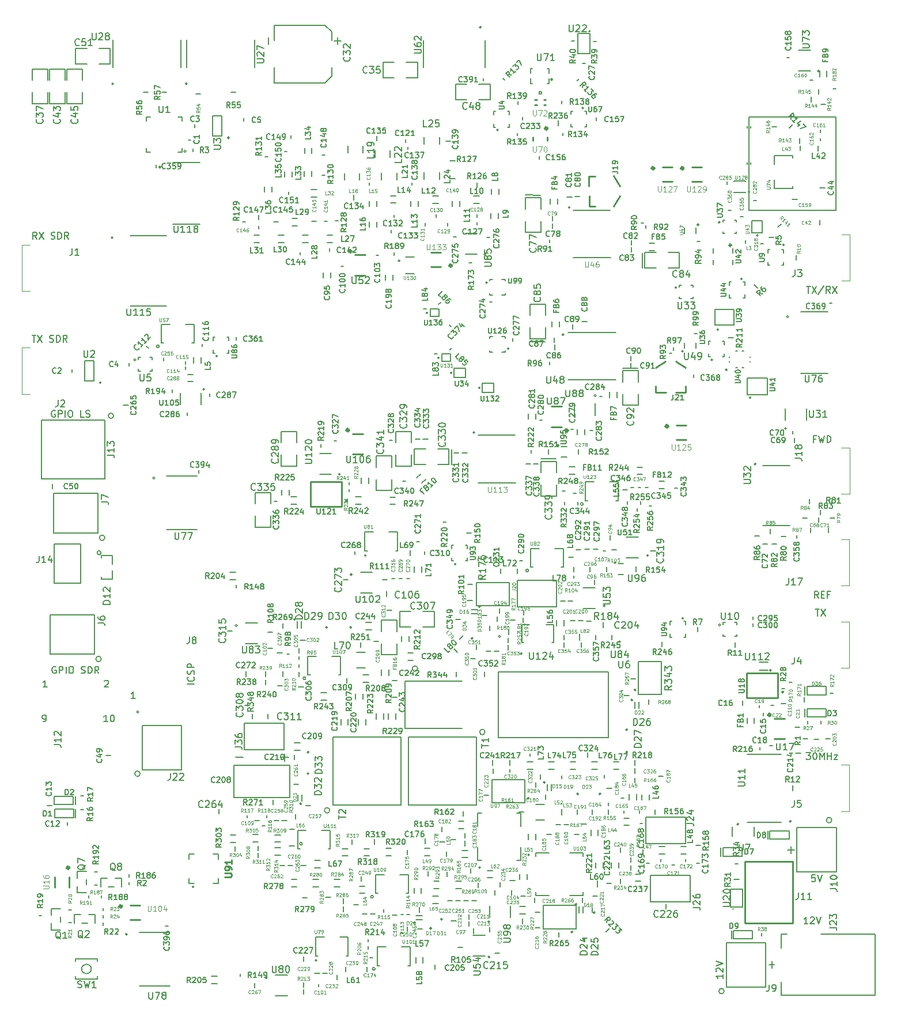
<source format=gto>
G04 #@! TF.FileFunction,Legend,Top*
%FSLAX46Y46*%
G04 Gerber Fmt 4.6, Leading zero omitted, Abs format (unit mm)*
G04 Created by KiCad (PCBNEW 4.0.7) date Tue Jun  4 16:27:17 2019*
%MOMM*%
%LPD*%
G01*
G04 APERTURE LIST*
%ADD10C,0.150000*%
%ADD11C,0.195580*%
%ADD12C,0.152400*%
%ADD13C,0.200000*%
%ADD14C,0.099060*%
%ADD15C,0.254000*%
%ADD16C,0.300000*%
%ADD17C,0.250000*%
%ADD18C,0.200660*%
%ADD19C,0.127000*%
%ADD20C,0.500000*%
%ADD21C,0.125000*%
%ADD22C,0.187500*%
G04 APERTURE END LIST*
D10*
D11*
X99595039Y-125550479D02*
X99102921Y-125058361D01*
X155094360Y-105858180D02*
X154398400Y-105858180D01*
D10*
X109536540Y-147641680D02*
X109536540Y-144241680D01*
X104686540Y-144241680D02*
X109536540Y-144241680D01*
X104686540Y-147641680D02*
X104686540Y-144241680D01*
X104686540Y-147641680D02*
X109536540Y-147641680D01*
D12*
X110165517Y-146988400D02*
G75*
G03X110165517Y-146988400I-146017J0D01*
G01*
X52762577Y-134318440D02*
G75*
G03X52762577Y-134318440I-146017J0D01*
G01*
D13*
X49079292Y-90798980D02*
G75*
G03X49079292Y-90798980I-390512J0D01*
G01*
X47788780Y-100048980D02*
X38488780Y-100048980D01*
X47788780Y-91448980D02*
X38488780Y-91448980D01*
X38488780Y-100048980D02*
X38488780Y-91448980D01*
X47788780Y-91448980D02*
X47788780Y-100048980D01*
D10*
X59712001Y-51930580D02*
G75*
G03X59712001Y-51930580I-141421J0D01*
G01*
X53924580Y-46895580D02*
X54524580Y-46895580D01*
X58524580Y-46895580D02*
X59124580Y-46895580D01*
X58524580Y-52095580D02*
X59124580Y-52095580D01*
X53924580Y-52095580D02*
X54524580Y-52095580D01*
X53924580Y-51495580D02*
X53924580Y-52095580D01*
X53924580Y-46895580D02*
X53924580Y-47495580D01*
X59124580Y-51495580D02*
X59124580Y-52095580D01*
X59124580Y-46895580D02*
X59124580Y-47495580D01*
D14*
X35582280Y-87593040D02*
X35582280Y-80790920D01*
X35582280Y-80790920D02*
X36783700Y-80790920D01*
X36783700Y-87593040D02*
X35584820Y-87593040D01*
X35582280Y-72480040D02*
X35582280Y-65677920D01*
X35582280Y-65677920D02*
X36783700Y-65677920D01*
X36783700Y-72480040D02*
X35584820Y-72480040D01*
D10*
X76166700Y-146436060D02*
X76166700Y-147386060D01*
X76766700Y-146436060D02*
X76766700Y-147386060D01*
D12*
X76717437Y-147798100D02*
G75*
G03X76717437Y-147798100I-146017J0D01*
G01*
D13*
X138811492Y-175331620D02*
G75*
G03X138811492Y-175331620I-390512J0D01*
G01*
X144920980Y-174731620D02*
X139120980Y-174731620D01*
X144920980Y-168231620D02*
X139120980Y-168231620D01*
X139120980Y-174731620D02*
X139120980Y-168231620D01*
X144920980Y-168231620D02*
X144920980Y-174731620D01*
D10*
X117096540Y-166151680D02*
X117096540Y-162751680D01*
X112246540Y-162751680D02*
X117096540Y-162751680D01*
X112246540Y-166151680D02*
X112246540Y-162751680D01*
X112246540Y-166151680D02*
X117096540Y-166151680D01*
D12*
X116582517Y-166641400D02*
G75*
G03X116582517Y-166641400I-146017J0D01*
G01*
D13*
X145805580Y-171961680D02*
X145805580Y-170945680D01*
X146186580Y-171453680D02*
X145424580Y-171453680D01*
D10*
X148052580Y-166953680D02*
X147242580Y-166953680D01*
X161042580Y-175953680D02*
X161042580Y-166953680D01*
X147242580Y-168953680D02*
X147242580Y-166953680D01*
X147242580Y-175953680D02*
X147242580Y-173953680D01*
X161042580Y-175953680D02*
X147242580Y-175953680D01*
X161042580Y-166953680D02*
X153052580Y-166953680D01*
D15*
X141848380Y-165325220D02*
X141848380Y-156326000D01*
X148924140Y-156326000D02*
X148924140Y-165325220D01*
X148924140Y-165325220D02*
X141848380Y-165325220D01*
X141848380Y-156326000D02*
X148924140Y-156326000D01*
D13*
X149107580Y-154562680D02*
X148091580Y-154562680D01*
X148599580Y-155070680D02*
X148599580Y-154054680D01*
X154622092Y-150204680D02*
G75*
G03X154622092Y-150204680I-390512J0D01*
G01*
X149509580Y-151312680D02*
X155309580Y-151312680D01*
X149509580Y-157812680D02*
X155309580Y-157812680D01*
X155309580Y-151312680D02*
X155309580Y-157812680D01*
X149509580Y-157812680D02*
X149509580Y-151312680D01*
D14*
X157210180Y-142093820D02*
X157210180Y-148895940D01*
X157210180Y-148895940D02*
X156008760Y-148895940D01*
X156008760Y-142093820D02*
X157207640Y-142093820D01*
X157222880Y-121072780D02*
X157222880Y-127874900D01*
X157222880Y-127874900D02*
X156021460Y-127874900D01*
X156021460Y-121072780D02*
X157220340Y-121072780D01*
X157233040Y-108956980D02*
X157233040Y-115759100D01*
X157233040Y-115759100D02*
X156031620Y-115759100D01*
X156031620Y-108956980D02*
X157230500Y-108956980D01*
X157243200Y-95469580D02*
X157243200Y-102271700D01*
X157243200Y-102271700D02*
X156041780Y-102271700D01*
X156041780Y-95469580D02*
X157240660Y-95469580D01*
X157308500Y-64138940D02*
X157308500Y-70941060D01*
X157308500Y-70941060D02*
X156107080Y-70941060D01*
X156107080Y-64138940D02*
X157305960Y-64138940D01*
D10*
X58873480Y-89156780D02*
X58873480Y-87456780D01*
X61973480Y-89156780D02*
X61973480Y-87456780D01*
D12*
X62490217Y-86901820D02*
G75*
G03X62490217Y-86901820I-146017J0D01*
G01*
D13*
X147648000Y-65698500D02*
G75*
G03X147648000Y-65698500I-127000J0D01*
G01*
D10*
X145478000Y-66390000D02*
X145228000Y-66390000D01*
X145228000Y-66840000D02*
X145228000Y-66390000D01*
X147278000Y-66390000D02*
X147528000Y-66390000D01*
X147528000Y-66840000D02*
X147528000Y-66390000D01*
X145228000Y-68690000D02*
X145228000Y-68240000D01*
X145478000Y-68690000D02*
X145228000Y-68690000D01*
X147528000Y-68690000D02*
X147528000Y-68240000D01*
X147278000Y-68690000D02*
X147528000Y-68690000D01*
X107421540Y-164526680D02*
X107421540Y-162776680D01*
X104371540Y-164526680D02*
X104371540Y-162776680D01*
D12*
X104374517Y-165129400D02*
G75*
G03X104374517Y-165129400I-146017J0D01*
G01*
D10*
X103646540Y-167126680D02*
X101896540Y-167126680D01*
X103646540Y-170176680D02*
X101896540Y-170176680D01*
D12*
X104395277Y-170319720D02*
G75*
G03X104395277Y-170319720I-146017J0D01*
G01*
D11*
X148909139Y-48030321D02*
X148417021Y-48522439D01*
D13*
X140108000Y-66200000D02*
X140108000Y-66900000D01*
X140108000Y-67900000D02*
X140108000Y-68600000D01*
X137208000Y-67900000D02*
X137208000Y-68600000D01*
D16*
X139863480Y-65725760D02*
G75*
G03X139863480Y-65725760I-150440J0D01*
G01*
D13*
X137208000Y-66200000D02*
X137208000Y-66900000D01*
D12*
X95831637Y-166116300D02*
G75*
G03X95831637Y-166116300I-146017J0D01*
G01*
X97417957Y-164766700D02*
G75*
G03X97417957Y-164766700I-146017J0D01*
G01*
D13*
X76819905Y-153675080D02*
G75*
G03X76819905Y-153675080I-200805J0D01*
G01*
D10*
X76474100Y-154466580D02*
X76124100Y-154466580D01*
X76124100Y-154466580D02*
X76124100Y-151716580D01*
X76124100Y-151716580D02*
X77374100Y-151716580D01*
X80624100Y-154466580D02*
X80924100Y-154466580D01*
X80924100Y-154466580D02*
X80924100Y-151716580D01*
X80924100Y-151716580D02*
X79674100Y-151716580D01*
D11*
X145813200Y-48339880D02*
X146509160Y-48339880D01*
D17*
X110998000Y-45160000D02*
X111298000Y-45160000D01*
X110998000Y-44360000D02*
X111298000Y-44360000D01*
X112298000Y-45160000D02*
X112598000Y-45160000D01*
X112298000Y-44360000D02*
X112598000Y-44360000D01*
D10*
X112004361Y-43344000D02*
G75*
G03X112004361Y-43344000I-209201J0D01*
G01*
X110368000Y-39750000D02*
X110618000Y-39750000D01*
X110368000Y-40450000D02*
X110368000Y-39750000D01*
X113068000Y-40450000D02*
X113068000Y-39750000D01*
X113068000Y-39750000D02*
X112818000Y-39750000D01*
X110368000Y-41950000D02*
X110618000Y-41950000D01*
X110368000Y-41250000D02*
X110368000Y-41950000D01*
X113068000Y-41250000D02*
X113068000Y-41950000D01*
X113068000Y-41950000D02*
X112818000Y-41950000D01*
D12*
X113603737Y-41410040D02*
G75*
G03X113603737Y-41410040I-146017J0D01*
G01*
D11*
X152688000Y-42852020D02*
X152688000Y-43547980D01*
X151571380Y-43966000D02*
X151571380Y-44661960D01*
X149945780Y-50062000D02*
X149945780Y-50757960D01*
X153001400Y-45025180D02*
X153697360Y-45025180D01*
X146677121Y-63102039D02*
X147169239Y-62609921D01*
X99252460Y-53330980D02*
X98556500Y-53330980D01*
X102508000Y-57207980D02*
X102508000Y-56512020D01*
X149386980Y-67897880D02*
X149386980Y-67201920D01*
X143724059Y-72016059D02*
X143231941Y-71523941D01*
X145432200Y-64557780D02*
X146128160Y-64557780D01*
X149958000Y-51847980D02*
X149958000Y-51152020D01*
X152658000Y-51857980D02*
X152658000Y-51162020D01*
D18*
X152852220Y-40151220D02*
X152852220Y-40948780D01*
X153929180Y-40151220D02*
X153929180Y-40948780D01*
D11*
X152918000Y-50011880D02*
X152918000Y-50408120D01*
X152918000Y-48761880D02*
X152918000Y-49158120D01*
X151816120Y-41470000D02*
X151419880Y-41470000D01*
X149535980Y-59020000D02*
X148840020Y-59020000D01*
X148029880Y-38150000D02*
X148426120Y-38150000D01*
X119999180Y-46986060D02*
X119999180Y-47382300D01*
X111678000Y-52641880D02*
X111678000Y-53038120D01*
X68218000Y-47458120D02*
X68218000Y-47061880D01*
X70299580Y-155033980D02*
X70299580Y-155729940D01*
X105140180Y-161197160D02*
X105140180Y-160501200D01*
X100363020Y-168889680D02*
X99667060Y-168889680D01*
X122971560Y-110502700D02*
X122275600Y-110502700D01*
D18*
X85197760Y-160977460D02*
X85995320Y-160977460D01*
X85197760Y-159900500D02*
X85995320Y-159900500D01*
D11*
X129696540Y-124699660D02*
X129696540Y-124003700D01*
X122296540Y-123699660D02*
X122296540Y-123003700D01*
D18*
X109821400Y-158931480D02*
X109821400Y-158133920D01*
X108744440Y-158931480D02*
X108744440Y-158133920D01*
D11*
X111048560Y-163751680D02*
X111744520Y-163751680D01*
X125732540Y-142123160D02*
X125732540Y-141427200D01*
X107317540Y-142123160D02*
X107317540Y-141427200D01*
X77006540Y-174053700D02*
X77006540Y-174749660D01*
X108089700Y-120807480D02*
X107393740Y-120807480D01*
D18*
X100332540Y-155732480D02*
X101130100Y-155732480D01*
X100332540Y-154655520D02*
X101130100Y-154655520D01*
D11*
X100496540Y-149609660D02*
X100496540Y-148913700D01*
X128646540Y-149349660D02*
X128646540Y-148653700D01*
X67693540Y-172755560D02*
X67693540Y-173151800D01*
X88569800Y-114874040D02*
X89265760Y-114874040D01*
X71772200Y-122609480D02*
X72468160Y-122609480D01*
X116563140Y-118033800D02*
X115867180Y-118033800D01*
D18*
X95997760Y-162477460D02*
X96795320Y-162477460D01*
X95997760Y-161400500D02*
X96795320Y-161400500D01*
D11*
X84348560Y-162651680D02*
X85044520Y-162651680D01*
X108948560Y-161351680D02*
X109644520Y-161351680D01*
D18*
X94571820Y-171165960D02*
X94571820Y-170368400D01*
X93494860Y-171165960D02*
X93494860Y-170368400D01*
D11*
X118607840Y-150764240D02*
X117911880Y-150764240D01*
X114939500Y-149450080D02*
X114939500Y-148550080D01*
D19*
X111152940Y-147867340D02*
X112422940Y-147867340D01*
X111152940Y-150167340D02*
X112422940Y-150167340D01*
D18*
X110070760Y-152252900D02*
X110070760Y-153050460D01*
X111147720Y-152252900D02*
X111147720Y-153050460D01*
D11*
X99347020Y-153045160D02*
X98651060Y-153045160D01*
D18*
X94769940Y-155440380D02*
X95567500Y-155440380D01*
X94769940Y-154363420D02*
X95567500Y-154363420D01*
X119220760Y-151652900D02*
X119220760Y-152450460D01*
X120297720Y-151652900D02*
X120297720Y-152450460D01*
X99787760Y-151427460D02*
X100585320Y-151427460D01*
X99787760Y-150350500D02*
X100585320Y-150350500D01*
D11*
X125839220Y-113667540D02*
X125839220Y-112971580D01*
X121538420Y-112998120D02*
X121538420Y-113694080D01*
X121795540Y-149362160D02*
X121795540Y-148666200D01*
D18*
X129270760Y-155184460D02*
X130068320Y-155184460D01*
X129270760Y-154107500D02*
X130068320Y-154107500D01*
X132445760Y-155184460D02*
X133243320Y-155184460D01*
X132445760Y-154107500D02*
X133243320Y-154107500D01*
X115285520Y-121622820D02*
X115285520Y-120825260D01*
X114208560Y-121622820D02*
X114208560Y-120825260D01*
D11*
X100956800Y-108067980D02*
X101652760Y-108067980D01*
X113030000Y-96443800D02*
X113030000Y-95747840D01*
X117421660Y-96423480D02*
X117421660Y-95727520D01*
X126896540Y-154503700D02*
X126896540Y-155199660D01*
X135344520Y-153951680D02*
X134648560Y-153951680D01*
X99443540Y-129105660D02*
X99443540Y-128409700D01*
X69496940Y-134607300D02*
X69496940Y-135303260D01*
X90744520Y-164151680D02*
X90048560Y-164151680D01*
X119298720Y-120939560D02*
X118602760Y-120939560D01*
X71782940Y-134607300D02*
X71782940Y-135303260D01*
X68381300Y-133302880D02*
X69077260Y-133302880D01*
X124114560Y-131932680D02*
X124810520Y-131932680D01*
X77233200Y-123739780D02*
X76537240Y-123739780D01*
X103634540Y-129105660D02*
X103634540Y-128409700D01*
X82857340Y-114912140D02*
X83553300Y-114912140D01*
X121038620Y-121191020D02*
X121038620Y-121886980D01*
X116220240Y-120888760D02*
X116916200Y-120888760D01*
X117398800Y-120909080D02*
X118094760Y-120909080D01*
X122059700Y-109052360D02*
X122059700Y-108356400D01*
X119763540Y-114848640D02*
X119763540Y-115544600D01*
X102016540Y-166143700D02*
X102016540Y-166839660D01*
X77006540Y-175093700D02*
X77006540Y-175789660D01*
X72455460Y-124971680D02*
X71759500Y-124971680D01*
X89168660Y-116620160D02*
X89168660Y-117316120D01*
X92212160Y-155275280D02*
X92212160Y-154579320D01*
X94861380Y-152941020D02*
X94861380Y-153636980D01*
X103518560Y-146571680D02*
X104214520Y-146571680D01*
X97020380Y-153438860D02*
X97716340Y-153438860D01*
X98010980Y-155554680D02*
X98010980Y-154858720D01*
X112541740Y-147125560D02*
X112541740Y-146429600D01*
X100716540Y-152103700D02*
X100716540Y-152799660D01*
X100723700Y-153962100D02*
X100723700Y-153266140D01*
X122274520Y-145521680D02*
X121578560Y-145521680D01*
X113419520Y-152326680D02*
X112723560Y-152326680D01*
X114749580Y-150827740D02*
X114053620Y-150827740D01*
X115966240Y-150832820D02*
X115270280Y-150832820D01*
X117203220Y-149379940D02*
X117203220Y-148683980D01*
X119438420Y-149377400D02*
X119438420Y-148681440D01*
X105829100Y-119138700D02*
X105829100Y-119834660D01*
X105468420Y-120299480D02*
X105468420Y-120995440D01*
X114747040Y-118010940D02*
X115443000Y-118010940D01*
X101321540Y-164749660D02*
X101321540Y-164053700D01*
X99419520Y-164976680D02*
X98723560Y-164976680D01*
X101321540Y-165103700D02*
X101321540Y-165799660D01*
X111048560Y-166001680D02*
X111744520Y-166001680D01*
X119446540Y-163053700D02*
X119446540Y-163749660D01*
X110951700Y-161639120D02*
X110951700Y-162335080D01*
X122239460Y-159490280D02*
X121543500Y-159490280D01*
X94469520Y-166176680D02*
X93773560Y-166176680D01*
X87544520Y-163951680D02*
X86848560Y-163951680D01*
X86344520Y-163951680D02*
X85648560Y-163951680D01*
X85496540Y-159199660D02*
X85496540Y-158503700D01*
X92224280Y-166531160D02*
X92224280Y-165835200D01*
X99348560Y-162051680D02*
X100044520Y-162051680D01*
X98148560Y-162051680D02*
X98844520Y-162051680D01*
X102444520Y-162051680D02*
X101748560Y-162051680D01*
X74924920Y-153979880D02*
X75620880Y-153979880D01*
X69806540Y-174869660D02*
X69806540Y-174173700D01*
X118320820Y-110418880D02*
X119016780Y-110418880D01*
X119616220Y-110418880D02*
X120312180Y-110418880D01*
X89265760Y-119410480D02*
X89961720Y-119410480D01*
X65846960Y-122407680D02*
X66542920Y-122407680D01*
X97306540Y-151213700D02*
X97306540Y-151909660D01*
X116773560Y-152326680D02*
X117469520Y-152326680D01*
X109196540Y-164703700D02*
X109196540Y-165399660D01*
X123542480Y-159533460D02*
X123542480Y-158837500D01*
X101244520Y-162051680D02*
X100548560Y-162051680D01*
X84132420Y-153035000D02*
X84132420Y-153730960D01*
X87383620Y-153012140D02*
X87383620Y-153708100D01*
X107596540Y-160503700D02*
X107596540Y-161199660D01*
X70474840Y-150263860D02*
X69778880Y-150263860D01*
X129186940Y-143723360D02*
X129882900Y-143723360D01*
X101092000Y-117914420D02*
X101787960Y-117914420D01*
X109315940Y-119368440D02*
X109315940Y-120064400D01*
X109305780Y-120486040D02*
X109305780Y-121182000D01*
X105092500Y-169781220D02*
X105788460Y-169781220D01*
X119486100Y-161369880D02*
X120182060Y-161369880D01*
X130233420Y-163255960D02*
X130233420Y-162560000D01*
X104340660Y-165938200D02*
X104340660Y-166634160D01*
X78021180Y-148048980D02*
X77325220Y-148048980D01*
X73411080Y-150263860D02*
X72715120Y-150263860D01*
X74515980Y-150286720D02*
X73820020Y-150286720D01*
X75556800Y-144923380D02*
X76252760Y-144923380D01*
X74747120Y-156921200D02*
X75443080Y-156921200D01*
X76626720Y-156921200D02*
X77322680Y-156921200D01*
X64550980Y-149246460D02*
X64550980Y-148550500D01*
X76344780Y-124978160D02*
X76344780Y-125674120D01*
X128701800Y-110657640D02*
X128005840Y-110657640D01*
X131973320Y-101399340D02*
X131577080Y-101399340D01*
X127637540Y-101371400D02*
X127241300Y-101371400D01*
D18*
X130042920Y-100401120D02*
X129245360Y-100401120D01*
X130042920Y-101478080D02*
X129245360Y-101478080D01*
D11*
X75636120Y-151556720D02*
X74940160Y-151556720D01*
D18*
X79458820Y-156110940D02*
X78661260Y-156110940D01*
X79458820Y-157187900D02*
X78661260Y-157187900D01*
D11*
X67103680Y-115667660D02*
X67103680Y-116063900D01*
X104368020Y-121664600D02*
X104368020Y-122360560D01*
X76829920Y-161582100D02*
X77525880Y-161582100D01*
X80256380Y-161559240D02*
X80952340Y-161559240D01*
X82877660Y-162918140D02*
X82877660Y-163614100D01*
X82870040Y-161731960D02*
X82870040Y-162427920D01*
X95298260Y-158445200D02*
X95298260Y-157749240D01*
X98056700Y-158493460D02*
X98056700Y-157797500D01*
X66977260Y-154076400D02*
X66977260Y-154772360D01*
X70294500Y-153962100D02*
X70294500Y-154658060D01*
X75862180Y-150004780D02*
X75862180Y-149308820D01*
D18*
X72786240Y-155326080D02*
X73583800Y-155326080D01*
X72786240Y-154249120D02*
X73583800Y-154249120D01*
D11*
X74249280Y-156911040D02*
X73553320Y-156911040D01*
X134921680Y-122538360D02*
X134921680Y-121842400D01*
X140428400Y-124824360D02*
X140428400Y-124128400D01*
X147174640Y-108527720D02*
X147870600Y-108527720D01*
X151368180Y-103691560D02*
X151368180Y-102995600D01*
X146524400Y-109625000D02*
X145828440Y-109625000D01*
X152942980Y-105342560D02*
X152942980Y-104646600D01*
X150989720Y-105848020D02*
X150293760Y-105848020D01*
X145592220Y-107417740D02*
X145592220Y-108113700D01*
X144019960Y-108456600D02*
X143324000Y-108456600D01*
X151495180Y-107250100D02*
X151495180Y-107946060D01*
X51330280Y-83437600D02*
X51330280Y-83041360D01*
X60060260Y-50308380D02*
X60456500Y-50308380D01*
X61045780Y-48423700D02*
X61045780Y-48027460D01*
X91982980Y-50608100D02*
X91982980Y-50211860D01*
X60715580Y-51979700D02*
X60715580Y-51583460D01*
X42313280Y-150938100D02*
X42313280Y-150541860D01*
X39994260Y-148072980D02*
X39298300Y-148072980D01*
X144560980Y-134438260D02*
X144560980Y-134834500D01*
X145927500Y-139309980D02*
X145531260Y-139309980D01*
X118419300Y-39005380D02*
X118023060Y-39005380D01*
D19*
X93748280Y-41138980D02*
X93748280Y-38852980D01*
X93748280Y-38852980D02*
X92097280Y-38852980D01*
X90319280Y-41138980D02*
X88668280Y-41138980D01*
X88668280Y-41138980D02*
X88668280Y-38852980D01*
X88668280Y-38852980D02*
X90319280Y-38852980D01*
X92097280Y-41138980D02*
X93748280Y-41138980D01*
X39392280Y-39868980D02*
X37106280Y-39868980D01*
X37106280Y-39868980D02*
X37106280Y-41519980D01*
X39392280Y-43297980D02*
X39392280Y-44948980D01*
X39392280Y-44948980D02*
X37106280Y-44948980D01*
X37106280Y-44948980D02*
X37106280Y-43297980D01*
X39392280Y-41519980D02*
X39392280Y-39868980D01*
D11*
X152866780Y-62772160D02*
X152866780Y-62076200D01*
D19*
X41932280Y-39868980D02*
X39646280Y-39868980D01*
X39646280Y-39868980D02*
X39646280Y-41519980D01*
X41932280Y-43297980D02*
X41932280Y-44948980D01*
X41932280Y-44948980D02*
X39646280Y-44948980D01*
X39646280Y-44948980D02*
X39646280Y-43297980D01*
X41932280Y-41519980D02*
X41932280Y-39868980D01*
D11*
X152899800Y-57331480D02*
X153595760Y-57331480D01*
D19*
X44535780Y-39868980D02*
X42249780Y-39868980D01*
X42249780Y-39868980D02*
X42249780Y-41519980D01*
X44535780Y-43297980D02*
X44535780Y-44948980D01*
X44535780Y-44948980D02*
X42249780Y-44948980D01*
X42249780Y-44948980D02*
X42249780Y-43297980D01*
X44535780Y-41519980D02*
X44535780Y-39868980D01*
X99336280Y-42091480D02*
X99336280Y-44377480D01*
X99336280Y-44377480D02*
X100987280Y-44377480D01*
X102765280Y-42091480D02*
X104416280Y-42091480D01*
X104416280Y-42091480D02*
X104416280Y-44377480D01*
X104416280Y-44377480D02*
X102765280Y-44377480D01*
X100987280Y-42091480D02*
X99336280Y-42091480D01*
D11*
X48630260Y-140706980D02*
X47934300Y-140706980D01*
X40090780Y-100811200D02*
X40090780Y-101507160D01*
D19*
X48599780Y-39106980D02*
X48599780Y-36820980D01*
X48599780Y-36820980D02*
X46948780Y-36820980D01*
X45170780Y-39106980D02*
X43519780Y-39106980D01*
X43519780Y-39106980D02*
X43519780Y-36820980D01*
X43519780Y-36820980D02*
X45170780Y-36820980D01*
X46948780Y-39106980D02*
X48599780Y-39106980D01*
D18*
X143257960Y-136000360D02*
X143257960Y-135202800D01*
X142181000Y-136000360D02*
X142181000Y-135202800D01*
D10*
X39948780Y-166323480D02*
X41248780Y-166323480D01*
X39948780Y-163223480D02*
X41248780Y-163223480D01*
X39948780Y-166323480D02*
X39948780Y-165373480D01*
X39948780Y-164173480D02*
X39948780Y-163223480D01*
X41248780Y-165173480D02*
X41248780Y-164373480D01*
X43303280Y-164059980D02*
X43303280Y-165359980D01*
X46403280Y-164059980D02*
X46403280Y-165359980D01*
X43303280Y-164059980D02*
X44253280Y-164059980D01*
X45453280Y-164059980D02*
X46403280Y-164059980D01*
X44453280Y-165359980D02*
X45253280Y-165359980D01*
D11*
X44274160Y-148644480D02*
X44670400Y-148644480D01*
X44274160Y-146612480D02*
X44670400Y-146612480D01*
X38114660Y-164265480D02*
X38510900Y-164265480D01*
X42496160Y-163376480D02*
X42892400Y-163376480D01*
X42892400Y-165281480D02*
X42496160Y-165281480D01*
X47583780Y-165273860D02*
X47583780Y-165670100D01*
X47583780Y-163511100D02*
X47583780Y-163114860D01*
X47583780Y-164590600D02*
X47583780Y-164194360D01*
X151126880Y-136053700D02*
X151126880Y-135657460D01*
X153031880Y-136053700D02*
X153031880Y-135657460D01*
X119994100Y-35779580D02*
X119597860Y-35779580D01*
X116819100Y-35754180D02*
X116422860Y-35754180D01*
X61838260Y-43488480D02*
X61142300Y-43488480D01*
X67045260Y-43297980D02*
X66349300Y-43297980D01*
X54154760Y-43297980D02*
X53458800Y-43297980D01*
X56885260Y-43297980D02*
X56189300Y-43297980D01*
D10*
X45807280Y-172075980D02*
G75*
G03X45807280Y-172075980I-700000J0D01*
G01*
X46707280Y-170975980D02*
X46707280Y-170575980D01*
X46707280Y-170575980D02*
X43507280Y-170575980D01*
X43507280Y-170575980D02*
X43507280Y-170975980D01*
X46707280Y-173175980D02*
X46707280Y-173575980D01*
X46707280Y-173575980D02*
X43507280Y-173575980D01*
X43507280Y-173575980D02*
X43507280Y-173175980D01*
D20*
X145560853Y-134748140D02*
G75*
G03X145560853Y-134748140I-115953J0D01*
G01*
D17*
X146198580Y-138269980D02*
X147698580Y-138269980D01*
X146198580Y-135269980D02*
X147698580Y-135269980D01*
D10*
X119121180Y-34309780D02*
G75*
G03X119121180Y-34309780I-100000J0D01*
G01*
X119121180Y-34609780D02*
X117321180Y-34609780D01*
X117321180Y-34609780D02*
X117321180Y-37609780D01*
X117321180Y-37609780D02*
X119121180Y-37609780D01*
X119121180Y-37609780D02*
X119121180Y-34609780D01*
D11*
X42948280Y-84390100D02*
X42948280Y-83993860D01*
D10*
X43758780Y-160862480D02*
X45058780Y-160862480D01*
X43758780Y-157762480D02*
X45058780Y-157762480D01*
X43758780Y-160862480D02*
X43758780Y-159912480D01*
X43758780Y-158712480D02*
X43758780Y-157762480D01*
X45058780Y-159712480D02*
X45058780Y-158912480D01*
X47176780Y-158725980D02*
X47176780Y-160025980D01*
X50276780Y-158725980D02*
X50276780Y-160025980D01*
X47176780Y-158725980D02*
X48126780Y-158725980D01*
X49326780Y-158725980D02*
X50276780Y-158725980D01*
X48326780Y-160025980D02*
X49126780Y-160025980D01*
D11*
X51393780Y-159304860D02*
X51393780Y-159701100D01*
X51393780Y-158161860D02*
X51393780Y-158558100D01*
X46702400Y-159756980D02*
X46306160Y-159756980D01*
X47278980Y-161656900D02*
X47278980Y-161260660D01*
X45450180Y-161260660D02*
X45450180Y-161656900D01*
X46702400Y-157788480D02*
X46306160Y-157788480D01*
X139437800Y-79365980D02*
X140133760Y-79365980D01*
D13*
X142498980Y-60622780D02*
X142498980Y-46902780D01*
X142498980Y-46902780D02*
X155258980Y-46902780D01*
X155258980Y-60622780D02*
X155258980Y-46902780D01*
X142498980Y-60622780D02*
X155258980Y-60622780D01*
X142224180Y-48479580D02*
X142224180Y-48225580D01*
X142732180Y-48479580D02*
X142732180Y-48225580D01*
X142224180Y-53559580D02*
X142224180Y-53813580D01*
X142732180Y-53559580D02*
X142732180Y-53813580D01*
D11*
X153738000Y-138268580D02*
X154433960Y-138268580D01*
X150039760Y-140402180D02*
X149343800Y-140402180D01*
X152706760Y-138344780D02*
X152010800Y-138344780D01*
X150385200Y-138268580D02*
X151081160Y-138268580D01*
X141563780Y-133358760D02*
X141563780Y-132662800D01*
X144002180Y-133320660D02*
X144002180Y-133716900D01*
X146079900Y-133366380D02*
X145683660Y-133366380D01*
D13*
X80170780Y-33396480D02*
X81170780Y-34396480D01*
X80170780Y-41896480D02*
X81170780Y-40896480D01*
D10*
X81520780Y-35746480D02*
X82520780Y-35746480D01*
X82020780Y-36246480D02*
X82020780Y-35246480D01*
D13*
X71870780Y-36196480D02*
X71870780Y-35196480D01*
X81170780Y-40896480D02*
X81170780Y-39646480D01*
X81170780Y-35646480D02*
X81170780Y-34396480D01*
X72670780Y-35646480D02*
X72670780Y-33396480D01*
X72670780Y-41896480D02*
X72670780Y-39646480D01*
X72670780Y-33396480D02*
X80170780Y-33396480D01*
X72670780Y-41896480D02*
X80170780Y-41896480D01*
D11*
X152714380Y-106406820D02*
X152714380Y-105710860D01*
X149163460Y-94016700D02*
X149163460Y-94712660D01*
X148863740Y-93033720D02*
X148863740Y-93429960D01*
X154101220Y-107250100D02*
X154101220Y-107946060D01*
X145208680Y-109599600D02*
X144512720Y-109599600D01*
X113628000Y-63217980D02*
X113628000Y-62522020D01*
X113588000Y-62127980D02*
X113588000Y-61432020D01*
X116860020Y-58610000D02*
X117555980Y-58610000D01*
X115730020Y-58630000D02*
X116425980Y-58630000D01*
X125188000Y-65012020D02*
X125188000Y-65707980D01*
X125178000Y-66052020D02*
X125178000Y-66747980D01*
X113908000Y-81067980D02*
X113908000Y-80372020D01*
X113878000Y-79987980D02*
X113878000Y-79292020D01*
X118625980Y-76920000D02*
X117930020Y-76920000D01*
X116524460Y-77356840D02*
X116524460Y-78052800D01*
X125098000Y-82052020D02*
X125098000Y-82747980D01*
X125088000Y-83082020D02*
X125088000Y-83777980D01*
X121008140Y-110624620D02*
X121404380Y-110624620D01*
X147855360Y-133112380D02*
X147159400Y-133112380D01*
X53920688Y-80584788D02*
X54200872Y-80864972D01*
X84362980Y-58367800D02*
X84362980Y-59063760D01*
X87804680Y-49706400D02*
X87804680Y-50402360D01*
X98604760Y-50448080D02*
X97908800Y-50448080D01*
X99265160Y-55997980D02*
X98569200Y-55997980D01*
X78180020Y-62220000D02*
X78875980Y-62220000D01*
X72580020Y-62330000D02*
X73275980Y-62330000D01*
X70408000Y-61272020D02*
X70408000Y-61967980D01*
X86329520Y-172441040D02*
X86329520Y-171745080D01*
X96332040Y-172131160D02*
X96332040Y-171435200D01*
X102696540Y-160099660D02*
X102696540Y-159403700D01*
X101568940Y-157991680D02*
X101568940Y-157295720D01*
D13*
X68138280Y-140966980D02*
X67588280Y-140966980D01*
X67588280Y-140966980D02*
X67038280Y-140966980D01*
X74788280Y-140966980D02*
X74238280Y-140966980D01*
X74238280Y-140966980D02*
X73688280Y-140966980D01*
X74238280Y-140416980D02*
X74238280Y-140966980D01*
X74238280Y-140966980D02*
X74238280Y-141516980D01*
X74988280Y-146866980D02*
X66788280Y-146866980D01*
X66788280Y-146866980D02*
X66788280Y-142166980D01*
X66788280Y-142166980D02*
X74988280Y-142166980D01*
X74988280Y-142166980D02*
X74988280Y-146866980D01*
D18*
X75697760Y-139907460D02*
X76495320Y-139907460D01*
X75697760Y-138830500D02*
X76495320Y-138830500D01*
D11*
X75694540Y-141297660D02*
X75694540Y-140601700D01*
D18*
X83572320Y-136200460D02*
X83572320Y-135402900D01*
X82495360Y-136200460D02*
X82495360Y-135402900D01*
X86122320Y-136200460D02*
X86122320Y-135402900D01*
X85045360Y-136200460D02*
X85045360Y-135402900D01*
D11*
X104838500Y-143311880D02*
X104838500Y-142615920D01*
X76976540Y-170969660D02*
X76976540Y-170273700D01*
X79791560Y-172735680D02*
X80487520Y-172735680D01*
X78648560Y-172735680D02*
X79344520Y-172735680D01*
X83212940Y-172468980D02*
X83212940Y-171773020D01*
X105993620Y-113953160D02*
X105993620Y-113257200D01*
X79246540Y-174303560D02*
X79246540Y-174699800D01*
X105896540Y-159999660D02*
X105896540Y-159303700D01*
D18*
X108797760Y-163977460D02*
X109595320Y-163977460D01*
X108797760Y-162900500D02*
X109595320Y-162900500D01*
D11*
X108044520Y-159051680D02*
X107348560Y-159051680D01*
D18*
X125759900Y-159203260D02*
X126557460Y-159203260D01*
X125759900Y-158126300D02*
X126557460Y-158126300D01*
D11*
X125096540Y-156903700D02*
X125096540Y-157599660D01*
X125096540Y-155703700D02*
X125096540Y-156399660D01*
X123585660Y-154958920D02*
X123585660Y-154262960D01*
X104823260Y-142107920D02*
X104823260Y-141411960D01*
X90065280Y-129708780D02*
X90761240Y-129708780D01*
X90060200Y-132192900D02*
X90756160Y-132192900D01*
D18*
X86166960Y-122222260D02*
X86964520Y-122222260D01*
X86166960Y-121145300D02*
X86964520Y-121145300D01*
D11*
X84543900Y-110738920D02*
X84543900Y-111135160D01*
X91051380Y-114757200D02*
X91447620Y-114757200D01*
X92166440Y-114757200D02*
X92562680Y-114757200D01*
X93621860Y-109293660D02*
X94018100Y-109293660D01*
X120499560Y-87989280D02*
X120895800Y-87989280D01*
D19*
X76032360Y-93113860D02*
X73746360Y-93113860D01*
X73746360Y-93113860D02*
X73746360Y-94764860D01*
X76032360Y-96542860D02*
X76032360Y-98193860D01*
X76032360Y-98193860D02*
X73746360Y-98193860D01*
X73746360Y-98193860D02*
X73746360Y-96542860D01*
X76032360Y-94764860D02*
X76032360Y-93113860D01*
D11*
X108800900Y-112090200D02*
X109197140Y-112090200D01*
X117063520Y-110441740D02*
X117759480Y-110441740D01*
X116695220Y-114274600D02*
X116695220Y-114670840D01*
X119130500Y-113694080D02*
X119130500Y-112998120D01*
D18*
X93106240Y-125628400D02*
X92308680Y-125628400D01*
X93106240Y-126705360D02*
X92308680Y-126705360D01*
D11*
X87307420Y-123924060D02*
X88003380Y-123924060D01*
X73969300Y-129081400D02*
X73969300Y-128385440D01*
X76288900Y-130670300D02*
X76984860Y-130670300D01*
D19*
X91137740Y-119537480D02*
X91137740Y-121823480D01*
X91137740Y-121823480D02*
X92788740Y-121823480D01*
X94566740Y-119537480D02*
X96217740Y-119537480D01*
X96217740Y-119537480D02*
X96217740Y-121823480D01*
X96217740Y-121823480D02*
X94566740Y-121823480D01*
X92788740Y-119537480D02*
X91137740Y-119537480D01*
D11*
X83365340Y-130020060D02*
X83365340Y-129324100D01*
X94833440Y-110766860D02*
X94833440Y-111163100D01*
X90360500Y-114752120D02*
X89964260Y-114752120D01*
X111806540Y-143503700D02*
X111806540Y-144199660D01*
X118783100Y-140286740D02*
X118783100Y-140982700D01*
X125716540Y-142603700D02*
X125716540Y-143299660D01*
X81861660Y-94467680D02*
X81465420Y-94467680D01*
X90040460Y-94421960D02*
X89644220Y-94421960D01*
D19*
X92875100Y-93088460D02*
X90589100Y-93088460D01*
X90589100Y-93088460D02*
X90589100Y-94739460D01*
X92875100Y-96517460D02*
X92875100Y-98168460D01*
X92875100Y-98168460D02*
X90589100Y-98168460D01*
X90589100Y-98168460D02*
X90589100Y-96517460D01*
X92875100Y-94739460D02*
X92875100Y-93088460D01*
D11*
X99115880Y-96281240D02*
X99811840Y-96281240D01*
X100330000Y-96283780D02*
X101025960Y-96283780D01*
X95265240Y-94193360D02*
X94569280Y-94193360D01*
X94129860Y-94193360D02*
X93433900Y-94193360D01*
D19*
X72153780Y-102077520D02*
X69867780Y-102077520D01*
X69867780Y-102077520D02*
X69867780Y-103728520D01*
X72153780Y-105506520D02*
X72153780Y-107157520D01*
X72153780Y-107157520D02*
X69867780Y-107157520D01*
X69867780Y-107157520D02*
X69867780Y-105506520D01*
X72153780Y-103728520D02*
X72153780Y-102077520D01*
D11*
X73083420Y-103393240D02*
X72687180Y-103393240D01*
X110403640Y-97850960D02*
X109707680Y-97850960D01*
X111511080Y-97845880D02*
X110815120Y-97845880D01*
X91607640Y-100390960D02*
X92003880Y-100390960D01*
D19*
X87708740Y-101798120D02*
X89994740Y-101798120D01*
X89994740Y-101798120D02*
X89994740Y-100147120D01*
X87708740Y-98369120D02*
X87708740Y-96718120D01*
X87708740Y-96718120D02*
X89994740Y-96718120D01*
X89994740Y-96718120D02*
X89994740Y-98369120D01*
X87708740Y-100147120D02*
X87708740Y-101798120D01*
D11*
X117297200Y-103842820D02*
X117297200Y-103446580D01*
X125112780Y-101363780D02*
X125509020Y-101363780D01*
X126169420Y-101363780D02*
X126565660Y-101363780D01*
X124589540Y-103764080D02*
X124589540Y-103367840D01*
X99361680Y-120701940D02*
X100057640Y-120701940D01*
X101535920Y-126472820D02*
X102231880Y-126472820D01*
X102445820Y-125112780D02*
X102445820Y-124416820D01*
X104531160Y-125343920D02*
X103835200Y-125343920D01*
X107109260Y-125188980D02*
X107109260Y-124493020D01*
X115296540Y-124103700D02*
X115296540Y-124799660D01*
X115296540Y-123699660D02*
X115296540Y-123003700D01*
X117804620Y-124113160D02*
X117804620Y-124809120D01*
X119896540Y-123699660D02*
X119896540Y-123003700D01*
D13*
X43505280Y-148615980D02*
X43505280Y-149815980D01*
X40405280Y-148615980D02*
X40405280Y-149815980D01*
X40405280Y-149815980D02*
X43205280Y-149815980D01*
X43205280Y-149815980D02*
X43205280Y-148615980D01*
X43205280Y-148615980D02*
X40405280Y-148615980D01*
X43441780Y-146710980D02*
X43441780Y-147910980D01*
X40341780Y-146710980D02*
X40341780Y-147910980D01*
X40341780Y-147910980D02*
X43141780Y-147910980D01*
X43141780Y-147910980D02*
X43141780Y-146710980D01*
X43141780Y-146710980D02*
X40341780Y-146710980D01*
X150696880Y-135058580D02*
X150696880Y-133858580D01*
X153796880Y-135058580D02*
X153796880Y-133858580D01*
X153796880Y-133858580D02*
X150996880Y-133858580D01*
X150996880Y-133858580D02*
X150996880Y-135058580D01*
X150996880Y-135058580D02*
X153796880Y-135058580D01*
X145248580Y-152965580D02*
X145248580Y-151765580D01*
X148348580Y-152965580D02*
X148348580Y-151765580D01*
X148348580Y-151765580D02*
X145548580Y-151765580D01*
X145548580Y-151765580D02*
X145548580Y-152965580D01*
X145548580Y-152965580D02*
X148348580Y-152965580D01*
X47258728Y-110921780D02*
G75*
G03X47258728Y-110921780I-291548J0D01*
G01*
D19*
X48917180Y-111371780D02*
X47317180Y-111371780D01*
X47317180Y-111371780D02*
X47317180Y-111671780D01*
X48917180Y-113571780D02*
X48917180Y-114771780D01*
X48917180Y-114771780D02*
X47317180Y-114771780D01*
X47317180Y-114771780D02*
X47317180Y-114471780D01*
X48917180Y-112571780D02*
X48917180Y-111371780D01*
D10*
X113426540Y-145896680D02*
X113426540Y-144946680D01*
X112826540Y-145896680D02*
X112826540Y-144946680D01*
D12*
X112532837Y-144661640D02*
G75*
G03X112532837Y-144661640I-146017J0D01*
G01*
D10*
X101627920Y-119890820D02*
X102577920Y-119890820D01*
X101627920Y-119290820D02*
X102577920Y-119290820D01*
D12*
X103008977Y-118851100D02*
G75*
G03X103008977Y-118851100I-146017J0D01*
G01*
D10*
X118076680Y-163826080D02*
X118076680Y-162876080D01*
X117476680Y-163826080D02*
X117476680Y-162876080D01*
D12*
X117182977Y-162591040D02*
G75*
G03X117182977Y-162591040I-146017J0D01*
G01*
X117442277Y-146371720D02*
G75*
G03X117442277Y-146371720I-146017J0D01*
G01*
D10*
X94471540Y-164251680D02*
X93521540Y-164251680D01*
X94471540Y-164851680D02*
X93521540Y-164851680D01*
D12*
X93382517Y-165291400D02*
G75*
G03X93382517Y-165291400I-146017J0D01*
G01*
D10*
X126286540Y-133804680D02*
X126286540Y-132854680D01*
X125686540Y-133804680D02*
X125686540Y-132854680D01*
D12*
X125392837Y-132569640D02*
G75*
G03X125392837Y-132569640I-146017J0D01*
G01*
X120712277Y-146361720D02*
G75*
G03X120712277Y-146361720I-146017J0D01*
G01*
X118332517Y-167691400D02*
G75*
G03X118332517Y-167691400I-146017J0D01*
G01*
X119852597Y-163811960D02*
G75*
G03X119852597Y-163811960I-146017J0D01*
G01*
X124648517Y-136920400D02*
G75*
G03X124648517Y-136920400I-146017J0D01*
G01*
X124648517Y-140222400D02*
G75*
G03X124648517Y-140222400I-146017J0D01*
G01*
D10*
X76705740Y-121968280D02*
X76705740Y-121018280D01*
X76105740Y-121968280D02*
X76105740Y-121018280D01*
D12*
X75812037Y-120733240D02*
G75*
G03X75812037Y-120733240I-146017J0D01*
G01*
X80523477Y-121910520D02*
G75*
G03X80523477Y-121910520I-146017J0D01*
G01*
X84079477Y-121910520D02*
G75*
G03X84079477Y-121910520I-146017J0D01*
G01*
X77802117Y-143381300D02*
G75*
G03X77802117Y-143381300I-146017J0D01*
G01*
X77802117Y-140226620D02*
G75*
G03X77802117Y-140226620I-146017J0D01*
G01*
X101890117Y-123493960D02*
G75*
G03X101890117Y-123493960I-146017J0D01*
G01*
X105948877Y-123238940D02*
G75*
G03X105948877Y-123238940I-146017J0D01*
G01*
D13*
X150696880Y-131781980D02*
X150696880Y-130581980D01*
X153796880Y-131781980D02*
X153796880Y-130581980D01*
X153796880Y-130581980D02*
X150996880Y-130581980D01*
X150996880Y-130581980D02*
X150996880Y-131781980D01*
X150996880Y-131781980D02*
X153796880Y-131781980D01*
D18*
X114343780Y-59698780D02*
X114343780Y-58901220D01*
X113266820Y-59698780D02*
X113266820Y-58901220D01*
X127799220Y-66525780D02*
X128596780Y-66525780D01*
X127799220Y-65448820D02*
X128596780Y-65448820D01*
X114603780Y-77748780D02*
X114603780Y-76951220D01*
X113526820Y-77748780D02*
X113526820Y-76951220D01*
X121962600Y-87298400D02*
X121962600Y-88095960D01*
X123039560Y-87298400D02*
X123039560Y-88095960D01*
X94194997Y-99361277D02*
X93631037Y-99925237D01*
X94956523Y-100122803D02*
X94392563Y-100686763D01*
X116050060Y-99385120D02*
X116847620Y-99385120D01*
X116050060Y-98308160D02*
X116847620Y-98308160D01*
D19*
X90756740Y-120832880D02*
X88470740Y-120832880D01*
X88470740Y-120832880D02*
X88470740Y-122483880D01*
X90756740Y-124261880D02*
X90756740Y-125912880D01*
X90756740Y-125912880D02*
X88470740Y-125912880D01*
X88470740Y-125912880D02*
X88470740Y-124261880D01*
X90756740Y-122483880D02*
X90756740Y-120832880D01*
D13*
X40375980Y-109612980D02*
X44275980Y-109612980D01*
X44275980Y-109612980D02*
X44275980Y-115412980D01*
X40375980Y-109612980D02*
X40375980Y-115412980D01*
X40375980Y-115412980D02*
X44275980Y-115412980D01*
D17*
X123503520Y-58531840D02*
X122599280Y-59984720D01*
X123508600Y-57028160D02*
X122604360Y-55575280D01*
X118951840Y-55590520D02*
X118951840Y-57043400D01*
X119866240Y-55590520D02*
X118951840Y-55590520D01*
X119891640Y-59984720D02*
X118977240Y-59984720D01*
X118977240Y-59984720D02*
X118977240Y-58531840D01*
D13*
X108415500Y-118906840D02*
X108415500Y-115006840D01*
X108415500Y-115006840D02*
X114215500Y-115006840D01*
X108415500Y-118906840D02*
X114215500Y-118906840D01*
X114215500Y-118906840D02*
X114215500Y-115006840D01*
D17*
X131719840Y-82824480D02*
X133172720Y-83728720D01*
X130216160Y-82819400D02*
X128763280Y-83723640D01*
X128778520Y-87376160D02*
X130231400Y-87376160D01*
X128778520Y-86461760D02*
X128778520Y-87376160D01*
X133172720Y-86436360D02*
X133172720Y-87350760D01*
X133172720Y-87350760D02*
X131719840Y-87350760D01*
D13*
X127336540Y-153631680D02*
X127336540Y-149731680D01*
X127336540Y-149731680D02*
X133136540Y-149731680D01*
X127336540Y-153631680D02*
X133136540Y-153631680D01*
X133136540Y-153631680D02*
X133136540Y-149731680D01*
X127996540Y-162201680D02*
X127996540Y-158301680D01*
X127996540Y-158301680D02*
X133796540Y-158301680D01*
X127996540Y-162201680D02*
X133796540Y-162201680D01*
X133796540Y-162201680D02*
X133796540Y-158301680D01*
X68296540Y-139861680D02*
X68296540Y-135961680D01*
X68296540Y-135961680D02*
X74096540Y-135961680D01*
X68296540Y-139861680D02*
X74096540Y-139861680D01*
X74096540Y-139861680D02*
X74096540Y-135961680D01*
D11*
X141944780Y-65454400D02*
X141944780Y-65058160D01*
D18*
X60824800Y-82243800D02*
X60824800Y-83041360D01*
X61901760Y-82243800D02*
X61901760Y-83041360D01*
X105693780Y-58248780D02*
X105693780Y-57451220D01*
X104616820Y-58248780D02*
X104616820Y-57451220D01*
X105633780Y-61818780D02*
X105633780Y-61021220D01*
X104556820Y-61818780D02*
X104556820Y-61021220D01*
X102796780Y-58534220D02*
X101999220Y-58534220D01*
X102796780Y-59611180D02*
X101999220Y-59611180D01*
X99933780Y-60038780D02*
X99933780Y-59241220D01*
X98856820Y-60038780D02*
X98856820Y-59241220D01*
X96796780Y-58494220D02*
X95999220Y-58494220D01*
X96796780Y-59571180D02*
X95999220Y-59571180D01*
X93873780Y-60018780D02*
X93873780Y-59221220D01*
X92796820Y-60018780D02*
X92796820Y-59221220D01*
X90596780Y-58464220D02*
X89799220Y-58464220D01*
X90596780Y-59541180D02*
X89799220Y-59541180D01*
X87743780Y-60018780D02*
X87743780Y-59221220D01*
X86666820Y-60018780D02*
X86666820Y-59221220D01*
X87763780Y-63098780D02*
X87763780Y-62301220D01*
X86686820Y-63098780D02*
X86686820Y-62301220D01*
X81256780Y-64264220D02*
X80459220Y-64264220D01*
X81256780Y-65341180D02*
X80459220Y-65341180D01*
X77676780Y-64254220D02*
X76879220Y-64254220D01*
X77676780Y-65331180D02*
X76879220Y-65331180D01*
X76106780Y-61804220D02*
X75309220Y-61804220D01*
X76106780Y-62881180D02*
X75309220Y-62881180D01*
X74116780Y-64264220D02*
X73319220Y-64264220D01*
X74116780Y-65341180D02*
X73319220Y-65341180D01*
X70526780Y-64264220D02*
X69729220Y-64264220D01*
X70526780Y-65341180D02*
X69729220Y-65341180D01*
X78936780Y-57554220D02*
X78139220Y-57554220D01*
X78936780Y-58631180D02*
X78139220Y-58631180D01*
X77112220Y-54831220D02*
X77112220Y-55628780D01*
X78189180Y-54831220D02*
X78189180Y-55628780D01*
X77142220Y-51451220D02*
X77142220Y-52248780D01*
X78219180Y-51451220D02*
X78219180Y-52248780D01*
X74212220Y-54911220D02*
X74212220Y-55708780D01*
X75289180Y-54911220D02*
X75289180Y-55708780D01*
X72353780Y-57918780D02*
X72353780Y-57121220D01*
X71276820Y-57918780D02*
X71276820Y-57121220D01*
X124057760Y-150987460D02*
X124855320Y-150987460D01*
X124057760Y-149910500D02*
X124855320Y-149910500D01*
X125922320Y-147200460D02*
X125922320Y-146402900D01*
X124845360Y-147200460D02*
X124845360Y-146402900D01*
X126720760Y-146427900D02*
X126720760Y-147225460D01*
X127797720Y-146427900D02*
X127797720Y-147225460D01*
D11*
X124592080Y-101688900D02*
X123896120Y-101688900D01*
X120196540Y-160001680D02*
X120196540Y-159101680D01*
X81917540Y-172959200D02*
X81917540Y-173655160D01*
D18*
X103997760Y-158677460D02*
X104795320Y-158677460D01*
X103997760Y-157600500D02*
X104795320Y-157600500D01*
X123322320Y-157250460D02*
X123322320Y-156452900D01*
X122245360Y-157250460D02*
X122245360Y-156452900D01*
D11*
X116616480Y-111615220D02*
X115920520Y-111615220D01*
X92654120Y-111290100D02*
X92654120Y-110594140D01*
D19*
X84815680Y-125568680D02*
X86085680Y-125568680D01*
X84815680Y-127868680D02*
X86085680Y-127868680D01*
D18*
X93278960Y-112948720D02*
X93278960Y-113746280D01*
X94355920Y-112948720D02*
X94355920Y-113746280D01*
D11*
X108414820Y-113949480D02*
X108414820Y-113253520D01*
D18*
X109903260Y-142745460D02*
X110700820Y-142745460D01*
X109903260Y-141668500D02*
X110700820Y-141668500D01*
X113014760Y-142745460D02*
X113812320Y-142745460D01*
X113014760Y-141668500D02*
X113812320Y-141668500D01*
X116189760Y-142745460D02*
X116987320Y-142745460D01*
X116189760Y-141668500D02*
X116987320Y-141668500D01*
X119364760Y-142745460D02*
X120162320Y-142745460D01*
X119364760Y-141668500D02*
X120162320Y-141668500D01*
X122539760Y-142745460D02*
X123337320Y-142745460D01*
X122539760Y-141668500D02*
X123337320Y-141668500D01*
D11*
X116727660Y-113694080D02*
X116727660Y-112998120D01*
X99981761Y-123609919D02*
X100473879Y-123117801D01*
X107132120Y-122953780D02*
X107132120Y-122257820D01*
X147705500Y-130877180D02*
X147309260Y-130877180D01*
X126986120Y-62480000D02*
X126589880Y-62480000D01*
X113198000Y-65368120D02*
X113198000Y-64971880D01*
X127298000Y-62841880D02*
X127298000Y-63238120D01*
X130759880Y-81580000D02*
X131156120Y-81580000D01*
X135244260Y-65197860D02*
X134848020Y-65197860D01*
X76354940Y-126171960D02*
X76354940Y-126568200D01*
X113198000Y-83298120D02*
X113198000Y-82901880D01*
X131358000Y-80761880D02*
X131358000Y-81158120D01*
X74531220Y-125811280D02*
X74927460Y-125811280D01*
X134456860Y-78700500D02*
X134853100Y-78700500D01*
X76354940Y-127736600D02*
X76354940Y-127340360D01*
X91298420Y-164051680D02*
X91694660Y-164051680D01*
X92562100Y-164100380D02*
X92165860Y-164100380D01*
X88796540Y-163353560D02*
X88796540Y-163749800D01*
X70949820Y-151056340D02*
X71346060Y-151056340D01*
X68701920Y-149880320D02*
X68701920Y-149484080D01*
X71569580Y-149875240D02*
X71569580Y-149479000D01*
X148823100Y-129962780D02*
X148426860Y-129962780D01*
X150606180Y-132850760D02*
X150606180Y-132154800D01*
X154421260Y-131588380D02*
X154817500Y-131588380D01*
D10*
X102410420Y-115279700D02*
X102410420Y-118679700D01*
X107260420Y-118679700D02*
X102410420Y-118679700D01*
X107260420Y-115279700D02*
X107260420Y-118679700D01*
X107260420Y-115279700D02*
X102410420Y-115279700D01*
D12*
X103216477Y-114789980D02*
G75*
G03X103216477Y-114789980I-146017J0D01*
G01*
D11*
X154853060Y-42713780D02*
X155249300Y-42713780D01*
X86489540Y-169123800D02*
X86489540Y-168727560D01*
D18*
X84653120Y-131615180D02*
X84653120Y-132412740D01*
X85730080Y-131615180D02*
X85730080Y-132412740D01*
X85755480Y-129964180D02*
X86553040Y-129964180D01*
X85755480Y-128887220D02*
X86553040Y-128887220D01*
X89529920Y-128902460D02*
X89529920Y-128104900D01*
X88452960Y-128902460D02*
X88452960Y-128104900D01*
D11*
X76370180Y-129090420D02*
X76370180Y-128394460D01*
D18*
X91424760Y-123177300D02*
X91424760Y-123974860D01*
X92501720Y-123177300D02*
X92501720Y-123974860D01*
D11*
X86489540Y-168071800D02*
X86489540Y-167675560D01*
X86735920Y-170386180D02*
X87132160Y-170386180D01*
X144027580Y-139889100D02*
X144027580Y-139492860D01*
X79549680Y-94979360D02*
X79549680Y-95375600D01*
X97911920Y-106410760D02*
X97515680Y-106410760D01*
D18*
X119970760Y-156452900D02*
X119970760Y-157250460D01*
X121047720Y-156452900D02*
X121047720Y-157250460D01*
D11*
X110454440Y-95854520D02*
X110454440Y-96250760D01*
D18*
X88764110Y-135352790D02*
X88764110Y-134555230D01*
X87687150Y-135352790D02*
X87687150Y-134555230D01*
X75178920Y-103792020D02*
X75976480Y-103792020D01*
X75178920Y-102715060D02*
X75976480Y-102715060D01*
X74896980Y-102463600D02*
X74896980Y-101666040D01*
X73820020Y-102463600D02*
X73820020Y-101666040D01*
X85513600Y-99922200D02*
X85513600Y-100719760D01*
X86590560Y-99922200D02*
X86590560Y-100719760D01*
X90575130Y-135355330D02*
X90575130Y-134557770D01*
X89498170Y-135355330D02*
X89498170Y-134557770D01*
D11*
X83664480Y-101570660D02*
X83664480Y-101966900D01*
X71447660Y-130276600D02*
X71447660Y-129580640D01*
X71455280Y-128376680D02*
X71455280Y-129072640D01*
X73210420Y-130492500D02*
X73906380Y-130492500D01*
X83664480Y-100938200D02*
X83664480Y-100541960D01*
D18*
X85471000Y-102707440D02*
X84673440Y-102707440D01*
X85471000Y-103784400D02*
X84673440Y-103784400D01*
X80373220Y-131480560D02*
X79575660Y-131480560D01*
X80373220Y-132557520D02*
X79575660Y-132557520D01*
X125994160Y-99413060D02*
X126791720Y-99413060D01*
X125994160Y-98336100D02*
X126791720Y-98336100D01*
X90500200Y-102743000D02*
X89702640Y-102743000D01*
X90500200Y-103819960D02*
X89702640Y-103819960D01*
D11*
X115016280Y-101861620D02*
X115412520Y-101861620D01*
X116634260Y-102166420D02*
X117030500Y-102166420D01*
X85404960Y-124124720D02*
X85404960Y-124820680D01*
X126006860Y-104396540D02*
X126006860Y-104792780D01*
X126509780Y-103764080D02*
X126509780Y-103367840D01*
X128170940Y-104020620D02*
X127774700Y-104020620D01*
X107101640Y-124106940D02*
X107101640Y-123410980D01*
X115346480Y-103842820D02*
X115346480Y-103446580D01*
D10*
X126216940Y-131742020D02*
X129616940Y-131742020D01*
X129616940Y-126892020D02*
X129616940Y-131742020D01*
X126216940Y-126892020D02*
X129616940Y-126892020D01*
X126216940Y-126892020D02*
X126216940Y-131742020D01*
D12*
X125873237Y-131081980D02*
G75*
G03X125873237Y-131081980I-146017J0D01*
G01*
D13*
X103664752Y-137259620D02*
G75*
G03X103664752Y-137259620I-390512J0D01*
G01*
X102424240Y-148009620D02*
X92424240Y-148009620D01*
X102424240Y-138009620D02*
X92424240Y-138009620D01*
X92424240Y-148009620D02*
X92424240Y-138009620D01*
X102424240Y-138009620D02*
X102424240Y-148009620D01*
X80859872Y-148767240D02*
G75*
G03X80859872Y-148767240I-390512J0D01*
G01*
X81319360Y-138017240D02*
X91319360Y-138017240D01*
X81319360Y-148017240D02*
X91319360Y-148017240D01*
X91319360Y-138017240D02*
X91319360Y-148017240D01*
X81319360Y-148017240D02*
X81319360Y-138017240D01*
D10*
X46163280Y-82691980D02*
X44813280Y-82691980D01*
X44813280Y-85691980D02*
X44813280Y-82691980D01*
X46163280Y-85691980D02*
X46163280Y-82691980D01*
X46163280Y-85691980D02*
X44813280Y-85691980D01*
D12*
X47274257Y-85931700D02*
G75*
G03X47274257Y-85931700I-146017J0D01*
G01*
D10*
X64993000Y-46710000D02*
X63643000Y-46710000D01*
X63643000Y-49710000D02*
X63643000Y-46710000D01*
X64993000Y-49710000D02*
X64993000Y-46710000D01*
X64993000Y-49710000D02*
X63643000Y-49710000D01*
D12*
X66103977Y-49949720D02*
G75*
G03X66103977Y-49949720I-146017J0D01*
G01*
D13*
X105610000Y-48817500D02*
G75*
G03X105610000Y-48817500I-127000J0D01*
G01*
D10*
X107018000Y-48380000D02*
X107268000Y-48380000D01*
X107268000Y-47930000D02*
X107268000Y-48380000D01*
X105218000Y-48380000D02*
X104968000Y-48380000D01*
X104968000Y-47930000D02*
X104968000Y-48380000D01*
X107268000Y-46080000D02*
X107268000Y-46530000D01*
X107018000Y-46080000D02*
X107268000Y-46080000D01*
X104968000Y-46080000D02*
X104968000Y-46530000D01*
X105218000Y-46080000D02*
X104968000Y-46080000D01*
X54743280Y-84239480D02*
X54443280Y-84239480D01*
X54743280Y-83939480D02*
X54743280Y-84239480D01*
X52743280Y-83939480D02*
X52743280Y-84239480D01*
X52743280Y-84239480D02*
X53043280Y-84239480D01*
X54743280Y-82239480D02*
X54443280Y-82239480D01*
X54743280Y-82539480D02*
X54743280Y-82239480D01*
X52743280Y-82239480D02*
X52743280Y-82539480D01*
X52743280Y-82239480D02*
X53043280Y-82239480D01*
D12*
X52349577Y-82579440D02*
G75*
G03X52349577Y-82579440I-146017J0D01*
G01*
D13*
X91973640Y-136745860D02*
X100323640Y-136745860D01*
X91923640Y-129745860D02*
X100323640Y-129745860D01*
X105623640Y-128445860D02*
X105623640Y-138045860D01*
X93764152Y-127945860D02*
G75*
G03X93764152Y-127945860I-390512J0D01*
G01*
X121823640Y-138045860D02*
X105623640Y-138045860D01*
X121823640Y-128445860D02*
X105623640Y-128445860D01*
X91923640Y-136745860D02*
X91923640Y-129745860D01*
X121823640Y-128445860D02*
X121823640Y-138045860D01*
D10*
X143214180Y-152567740D02*
X143214180Y-151167740D01*
X139964180Y-152567740D02*
X139964180Y-151167740D01*
D12*
X140995477Y-150807700D02*
G75*
G03X140995477Y-150807700I-146017J0D01*
G01*
D10*
X140666400Y-123190380D02*
X140366400Y-123190380D01*
X140666400Y-122890380D02*
X140666400Y-123190380D01*
X138666400Y-122890380D02*
X138666400Y-123190380D01*
X138666400Y-123190380D02*
X138966400Y-123190380D01*
X140666400Y-121190380D02*
X140366400Y-121190380D01*
X140666400Y-121490380D02*
X140666400Y-121190380D01*
X138666400Y-121190380D02*
X138666400Y-121490380D01*
X138666400Y-121190380D02*
X138966400Y-121190380D01*
D12*
X138272697Y-121530340D02*
G75*
G03X138272697Y-121530340I-146017J0D01*
G01*
D10*
X147200680Y-140558380D02*
X142200680Y-140558380D01*
X147200680Y-150558380D02*
X142200680Y-150558380D01*
D12*
X148686657Y-150398100D02*
G75*
G03X148686657Y-150398100I-146017J0D01*
G01*
D16*
X147497740Y-131369980D02*
G75*
G03X147497740Y-131369980I-89160J0D01*
G01*
D17*
X142108580Y-132223380D02*
X146708580Y-132223380D01*
X142108580Y-128616580D02*
X142108580Y-132223380D01*
X146708580Y-128611500D02*
X146708580Y-132228460D01*
X146708580Y-128611500D02*
X142108580Y-128611500D01*
D10*
X69792280Y-35582980D02*
X69792280Y-39582980D01*
X59792280Y-35582980D02*
X59792280Y-39582980D01*
D12*
X59898577Y-42022940D02*
G75*
G03X59898577Y-42022940I-146017J0D01*
G01*
D10*
X58997280Y-35582980D02*
X58997280Y-39582980D01*
X48997280Y-35582980D02*
X48997280Y-39582980D01*
D12*
X49103577Y-42022940D02*
G75*
G03X49103577Y-42022940I-146017J0D01*
G01*
D10*
X150921740Y-89755480D02*
X150921740Y-91455480D01*
X147821740Y-89755480D02*
X147821740Y-91455480D01*
D12*
X147978037Y-92645440D02*
G75*
G03X147978037Y-92645440I-146017J0D01*
G01*
D10*
X148493920Y-106905780D02*
X144493920Y-106905780D01*
X148493920Y-98155780D02*
X144493920Y-98155780D01*
D12*
X143499977Y-97891060D02*
G75*
G03X143499977Y-97891060I-146017J0D01*
G01*
D10*
X134248000Y-73610000D02*
X133948000Y-73610000D01*
X134248000Y-73310000D02*
X134248000Y-73610000D01*
X132248000Y-73310000D02*
X132248000Y-73610000D01*
X132248000Y-73610000D02*
X132548000Y-73610000D01*
X134248000Y-71610000D02*
X133948000Y-71610000D01*
X134248000Y-71910000D02*
X134248000Y-71610000D01*
X132248000Y-71610000D02*
X132248000Y-71910000D01*
X132248000Y-71610000D02*
X132548000Y-71610000D01*
D12*
X131854297Y-71949960D02*
G75*
G03X131854297Y-71949960I-146017J0D01*
G01*
D13*
X137140000Y-82597500D02*
G75*
G03X137140000Y-82597500I-127000J0D01*
G01*
D10*
X138548000Y-82160000D02*
X138798000Y-82160000D01*
X138798000Y-81710000D02*
X138798000Y-82160000D01*
X136748000Y-82160000D02*
X136498000Y-82160000D01*
X136498000Y-81710000D02*
X136498000Y-82160000D01*
X138798000Y-79860000D02*
X138798000Y-80310000D01*
X138548000Y-79860000D02*
X138798000Y-79860000D01*
X136498000Y-79860000D02*
X136498000Y-80310000D01*
X136748000Y-79860000D02*
X136498000Y-79860000D01*
X140608000Y-64030000D02*
X140308000Y-64030000D01*
X140608000Y-63730000D02*
X140608000Y-64030000D01*
X138608000Y-63730000D02*
X138608000Y-64030000D01*
X138608000Y-64030000D02*
X138908000Y-64030000D01*
X140608000Y-62030000D02*
X140308000Y-62030000D01*
X140608000Y-62330000D02*
X140608000Y-62030000D01*
X138608000Y-62030000D02*
X138608000Y-62330000D01*
X138608000Y-62030000D02*
X138908000Y-62030000D01*
D12*
X138214297Y-62369960D02*
G75*
G03X138214297Y-62369960I-146017J0D01*
G01*
D13*
X138017490Y-78128000D02*
G75*
G03X138017490Y-78128000I-141990J0D01*
G01*
X137428000Y-75200000D02*
X140228000Y-75200000D01*
X137428000Y-77500000D02*
X140228000Y-77500000D01*
X140228000Y-77500000D02*
X140228000Y-75200000D01*
X137428000Y-77500000D02*
X137428000Y-75200000D01*
D10*
X139588000Y-82810000D02*
X139588000Y-82870000D01*
D13*
X142588000Y-82870000D02*
X142588000Y-82810000D01*
X140738000Y-83740000D02*
X140488000Y-83740000D01*
X140738000Y-81240000D02*
X140488000Y-81240000D01*
D10*
X139588000Y-82110000D02*
X139588000Y-82170000D01*
D13*
X141688000Y-83740000D02*
X141438000Y-83740000D01*
X141688000Y-81240000D02*
X141438000Y-81240000D01*
X142588000Y-82170000D02*
X142588000Y-82110000D01*
D12*
X139294057Y-84050280D02*
G75*
G03X139294057Y-84050280I-146017J0D01*
G01*
D13*
X145128000Y-87680000D02*
X145128000Y-85280000D01*
X142228000Y-87680000D02*
X142228000Y-85280000D01*
X142789000Y-88131000D02*
G75*
G03X142789000Y-88131000I-127000J0D01*
G01*
X142228000Y-85280000D02*
X145128000Y-85280000D01*
X142228000Y-87680000D02*
X145128000Y-87680000D01*
X143775000Y-64300000D02*
G75*
G03X143775000Y-64300000I-127000J0D01*
G01*
X142898000Y-63880000D02*
X142898000Y-62180000D01*
X144398000Y-63880000D02*
X144398000Y-62180000D01*
X142898000Y-62180000D02*
X144398000Y-62180000D01*
X142898000Y-63880000D02*
X144398000Y-63880000D01*
X141500000Y-70712500D02*
G75*
G03X141500000Y-70712500I-127000J0D01*
G01*
D10*
X139838000Y-71150000D02*
X139588000Y-71150000D01*
X139588000Y-71600000D02*
X139588000Y-71150000D01*
X141638000Y-71150000D02*
X141888000Y-71150000D01*
X141888000Y-71600000D02*
X141888000Y-71150000D01*
X139588000Y-73450000D02*
X139588000Y-73000000D01*
X139838000Y-73450000D02*
X139588000Y-73450000D01*
X141888000Y-73450000D02*
X141888000Y-73000000D01*
X141638000Y-73450000D02*
X141888000Y-73450000D01*
X116178000Y-60190000D02*
G75*
G03X116178000Y-60190000I-150000J0D01*
G01*
X116628000Y-67590000D02*
X122128000Y-67590000D01*
X116678000Y-60590000D02*
X122078000Y-60590000D01*
X133008000Y-63970000D02*
X133008000Y-63170000D01*
X134648000Y-63970000D02*
X134648000Y-63170000D01*
D12*
X135113737Y-62730040D02*
G75*
G03X135113737Y-62730040I-146017J0D01*
G01*
D10*
X115868000Y-78540000D02*
X122868000Y-78540000D01*
X115868000Y-85540000D02*
X122868000Y-85540000D01*
D12*
X115274297Y-78879960D02*
G75*
G03X115274297Y-78879960I-146017J0D01*
G01*
D10*
X134648000Y-80060000D02*
X134648000Y-80860000D01*
X133008000Y-80060000D02*
X133008000Y-80860000D01*
D12*
X132834297Y-81299960D02*
G75*
G03X132834297Y-81299960I-146017J0D01*
G01*
D10*
X126180820Y-108634800D02*
X124430820Y-108634800D01*
X126180820Y-111684800D02*
X124430820Y-111684800D01*
D12*
X127691557Y-111319840D02*
G75*
G03X127691557Y-111319840I-146017J0D01*
G01*
D10*
X119825740Y-116033820D02*
X118075740Y-116033820D01*
X119825740Y-119083820D02*
X118075740Y-119083820D01*
D12*
X121336477Y-118718860D02*
G75*
G03X121336477Y-118718860I-146017J0D01*
G01*
D13*
X55798285Y-80597880D02*
G75*
G03X55798285Y-80597880I-200805J0D01*
G01*
D10*
X56468480Y-80119380D02*
X56118480Y-80119380D01*
X56118480Y-80119380D02*
X56118480Y-77369380D01*
X56118480Y-77369380D02*
X57368480Y-77369380D01*
X60618480Y-80119380D02*
X60918480Y-80119380D01*
X60918480Y-80119380D02*
X60918480Y-77369380D01*
X60918480Y-77369380D02*
X59668480Y-77369380D01*
D13*
X103153894Y-33708380D02*
G75*
G03X103153894Y-33708380I-158114J0D01*
G01*
D10*
X94620780Y-35608380D02*
X94620780Y-39608380D01*
X103670780Y-35608380D02*
X103670780Y-39608380D01*
D17*
X110673000Y-50330000D02*
X110673000Y-49830000D01*
X112803000Y-50330000D02*
X112803000Y-49830000D01*
D20*
X112769953Y-48577160D02*
G75*
G03X112769953Y-48577160I-115953J0D01*
G01*
D10*
X149778000Y-37050000D02*
X151478000Y-37050000D01*
X149778000Y-40150000D02*
X151478000Y-40150000D01*
D12*
X152813977Y-40139720D02*
G75*
G03X152813977Y-40139720I-146017J0D01*
G01*
D13*
X148312094Y-76227180D02*
G75*
G03X148312094Y-76227180I-158114J0D01*
G01*
D10*
X150053980Y-84602180D02*
X154053980Y-84602180D01*
X150053980Y-75552180D02*
X154053980Y-75552180D01*
X56890780Y-107552660D02*
X61390780Y-107552660D01*
X56890780Y-99652660D02*
X61390780Y-99652660D01*
D12*
X55147077Y-99942620D02*
G75*
G03X55147077Y-99942620I-146017J0D01*
G01*
D10*
X52852180Y-174578180D02*
X57352180Y-174578180D01*
X52852180Y-166678180D02*
X57352180Y-166678180D01*
D12*
X51108477Y-166968140D02*
G75*
G03X51108477Y-166968140I-146017J0D01*
G01*
D13*
X78945740Y-170823060D02*
G75*
G03X78945740Y-170823060I-127000J0D01*
G01*
D10*
X79118240Y-170154060D02*
X78768240Y-170154060D01*
X78768240Y-170154060D02*
X78768240Y-167404060D01*
X78768240Y-167404060D02*
X80018240Y-167404060D01*
X83268240Y-170154060D02*
X83568240Y-170154060D01*
X83568240Y-170154060D02*
X83568240Y-167404060D01*
X83568240Y-167404060D02*
X82318240Y-167404060D01*
X72881540Y-176026680D02*
X74631540Y-176026680D01*
X72881540Y-172976680D02*
X74631540Y-172976680D01*
D12*
X71662837Y-173341640D02*
G75*
G03X71662837Y-173341640I-146017J0D01*
G01*
D13*
X86202520Y-111307880D02*
G75*
G03X86202520Y-111307880I-127000J0D01*
G01*
D10*
X86375020Y-110638880D02*
X86025020Y-110638880D01*
X86025020Y-110638880D02*
X86025020Y-107888880D01*
X86025020Y-107888880D02*
X87275020Y-107888880D01*
X90525020Y-110638880D02*
X90825020Y-110638880D01*
X90825020Y-110638880D02*
X90825020Y-107888880D01*
X90825020Y-107888880D02*
X89575020Y-107888880D01*
D13*
X110058345Y-113540540D02*
G75*
G03X110058345Y-113540540I-200805J0D01*
G01*
D10*
X110728540Y-113062040D02*
X110378540Y-113062040D01*
X110378540Y-113062040D02*
X110378540Y-110312040D01*
X110378540Y-110312040D02*
X111628540Y-110312040D01*
X114878540Y-113062040D02*
X115178540Y-113062040D01*
X115178540Y-113062040D02*
X115178540Y-110312040D01*
X115178540Y-110312040D02*
X113928540Y-110312040D01*
X68469540Y-124288280D02*
X70219540Y-124288280D01*
X68469540Y-121238280D02*
X70219540Y-121238280D01*
D12*
X67250837Y-121603240D02*
G75*
G03X67250837Y-121603240I-146017J0D01*
G01*
X123602837Y-123991640D02*
G75*
G03X123602837Y-123991640I-146017J0D01*
G01*
D13*
X99405440Y-112570260D02*
G75*
G03X99405440Y-112570260I-127000J0D01*
G01*
D10*
X100813440Y-112132760D02*
X101063440Y-112132760D01*
X101063440Y-111682760D02*
X101063440Y-112132760D01*
X99013440Y-112132760D02*
X98763440Y-112132760D01*
X98763440Y-111682760D02*
X98763440Y-112132760D01*
X101063440Y-109832760D02*
X101063440Y-110282760D01*
X100813440Y-109832760D02*
X101063440Y-109832760D01*
X98763440Y-109832760D02*
X98763440Y-110282760D01*
X99013440Y-109832760D02*
X98763440Y-109832760D01*
D13*
X132848040Y-120518680D02*
G75*
G03X132848040Y-120518680I-127000J0D01*
G01*
D10*
X131122540Y-121019680D02*
X130872540Y-121019680D01*
X130872540Y-121469680D02*
X130872540Y-121019680D01*
X132922540Y-121019680D02*
X133172540Y-121019680D01*
X133172540Y-121469680D02*
X133172540Y-121019680D01*
X130872540Y-123319680D02*
X130872540Y-122869680D01*
X131122540Y-123319680D02*
X130872540Y-123319680D01*
X133172540Y-123319680D02*
X133172540Y-122869680D01*
X132922540Y-123319680D02*
X133172540Y-123319680D01*
X115677900Y-95290740D02*
X114877900Y-95290740D01*
X115677900Y-96890740D02*
X114877900Y-96890740D01*
D12*
X114563877Y-95130460D02*
G75*
G03X114563877Y-95130460I-146017J0D01*
G01*
D10*
X124034500Y-112534800D02*
X123234500Y-112534800D01*
X124034500Y-114134800D02*
X123234500Y-114134800D01*
D12*
X122920477Y-112374520D02*
G75*
G03X122920477Y-112374520I-146017J0D01*
G01*
D13*
X103026040Y-157160180D02*
G75*
G03X103026040Y-157160180I-127000J0D01*
G01*
D10*
X102606540Y-156151680D02*
X103156540Y-156151680D01*
X108356540Y-156151680D02*
X108906540Y-156151680D01*
X108356540Y-149151680D02*
X108906540Y-149151680D01*
X102606540Y-149151680D02*
X103156540Y-149151680D01*
X102606540Y-154151680D02*
X102606540Y-156151680D01*
X108906540Y-154151680D02*
X108906540Y-156151680D01*
X108906540Y-149151680D02*
X108906540Y-151151680D01*
X102606540Y-149151680D02*
X102606540Y-151151680D01*
D13*
X87518385Y-172062580D02*
G75*
G03X87518385Y-172062580I-200805J0D01*
G01*
D10*
X88188580Y-171584080D02*
X87838580Y-171584080D01*
X87838580Y-171584080D02*
X87838580Y-168834080D01*
X87838580Y-168834080D02*
X89088580Y-168834080D01*
X92338580Y-171584080D02*
X92638580Y-171584080D01*
X92638580Y-171584080D02*
X92638580Y-168834080D01*
X92638580Y-168834080D02*
X91388580Y-168834080D01*
X85365620Y-116800360D02*
X87115620Y-116800360D01*
X85365620Y-113750360D02*
X87115620Y-113750360D01*
D12*
X84146917Y-114115320D02*
G75*
G03X84146917Y-114115320I-146017J0D01*
G01*
D13*
X110215040Y-155294180D02*
G75*
G03X110215040Y-155294180I-127000J0D01*
G01*
D10*
X111096540Y-155001680D02*
X111096540Y-155551680D01*
X111096540Y-160751680D02*
X111096540Y-161301680D01*
X118096540Y-160751680D02*
X118096540Y-161301680D01*
X118096540Y-155001680D02*
X118096540Y-155551680D01*
X113096540Y-155001680D02*
X111096540Y-155001680D01*
X113096540Y-161301680D02*
X111096540Y-161301680D01*
X118096540Y-161301680D02*
X116096540Y-161301680D01*
X118096540Y-155001680D02*
X116096540Y-155001680D01*
D13*
X77325365Y-129362200D02*
G75*
G03X77325365Y-129362200I-200805J0D01*
G01*
D10*
X77995560Y-128883700D02*
X77645560Y-128883700D01*
X77645560Y-128883700D02*
X77645560Y-126133700D01*
X77645560Y-126133700D02*
X78895560Y-126133700D01*
X82145560Y-128883700D02*
X82445560Y-128883700D01*
X82445560Y-128883700D02*
X82445560Y-126133700D01*
X82445560Y-126133700D02*
X81195560Y-126133700D01*
D13*
X87261845Y-161460180D02*
G75*
G03X87261845Y-161460180I-200805J0D01*
G01*
D10*
X87932040Y-160981680D02*
X87582040Y-160981680D01*
X87582040Y-160981680D02*
X87582040Y-158231680D01*
X87582040Y-158231680D02*
X88832040Y-158231680D01*
X92082040Y-160981680D02*
X92382040Y-160981680D01*
X92382040Y-160981680D02*
X92382040Y-158231680D01*
X92382040Y-158231680D02*
X91132040Y-158231680D01*
X102176980Y-93242300D02*
G75*
G03X102176980Y-93242300I-150000J0D01*
G01*
X102626980Y-100642300D02*
X108126980Y-100642300D01*
X102676980Y-93642300D02*
X108076980Y-93642300D01*
X51537780Y-74635380D02*
X56837780Y-74635380D01*
X51537780Y-64335380D02*
X56837780Y-64335380D01*
D12*
X48994077Y-64625340D02*
G75*
G03X48994077Y-64625340I-146017J0D01*
G01*
D13*
X56059294Y-54256180D02*
G75*
G03X56059294Y-54256180I-158114J0D01*
G01*
D10*
X57801180Y-62631180D02*
X61801180Y-62631180D01*
X57801180Y-53581180D02*
X61801180Y-53581180D01*
X79372780Y-96307180D02*
X81072780Y-96307180D01*
X79372780Y-99407180D02*
X81072780Y-99407180D01*
D12*
X82408757Y-99396900D02*
G75*
G03X82408757Y-99396900I-146017J0D01*
G01*
D16*
X83413540Y-103277580D02*
G75*
G03X83413540Y-103277580I-89160J0D01*
G01*
D17*
X78024380Y-104130980D02*
X82624380Y-104130980D01*
X78024380Y-100524180D02*
X78024380Y-104130980D01*
X82624380Y-100519100D02*
X82624380Y-104136060D01*
X82624380Y-100519100D02*
X78024380Y-100519100D01*
D13*
X118117185Y-103762680D02*
G75*
G03X118117185Y-103762680I-200805J0D01*
G01*
D10*
X118787380Y-103284180D02*
X118437380Y-103284180D01*
X118437380Y-103284180D02*
X118437380Y-100534180D01*
X118437380Y-100534180D02*
X119687380Y-100534180D01*
X122937380Y-103284180D02*
X123237380Y-103284180D01*
X123237380Y-103284180D02*
X123237380Y-100534180D01*
X123237380Y-100534180D02*
X121987380Y-100534180D01*
X113536540Y-124101680D02*
X113736540Y-124101680D01*
X109136540Y-124101680D02*
X109336540Y-124101680D01*
X112636540Y-121501680D02*
X113736540Y-121501680D01*
X113736540Y-124101680D02*
X113736540Y-121501680D01*
X109136540Y-121501680D02*
X110236540Y-121501680D01*
X109136540Y-124101680D02*
X109136540Y-121501680D01*
D12*
X109142837Y-125741640D02*
G75*
G03X109142837Y-125741640I-146017J0D01*
G01*
D17*
X51519280Y-162682480D02*
X52989280Y-162682480D01*
D20*
X50232393Y-162866480D02*
G75*
G03X50232393Y-162866480I-115953J0D01*
G01*
D17*
X51519280Y-164832480D02*
X52989280Y-164832480D01*
X42562780Y-158612480D02*
X42562780Y-160082480D01*
D20*
X42494733Y-157209640D02*
G75*
G03X42494733Y-157209640I-115953J0D01*
G01*
D17*
X40412780Y-158612480D02*
X40412780Y-160082480D01*
D11*
X114473780Y-48131960D02*
X114473780Y-47436000D01*
X109166080Y-46884460D02*
X109166080Y-47280700D01*
X56397580Y-82279360D02*
X56397580Y-82675600D01*
X50537800Y-89233880D02*
X51233760Y-89233880D01*
X143011580Y-120341260D02*
X143011580Y-120737500D01*
X143016660Y-121362340D02*
X143016660Y-121758580D01*
X144146960Y-65522980D02*
X144543200Y-65522980D01*
X149513980Y-108786800D02*
X149513980Y-108390560D01*
X55368880Y-53920260D02*
X55368880Y-54316500D01*
X139806100Y-60608080D02*
X139409860Y-60608080D01*
X67065580Y-79256760D02*
X67065580Y-79653000D01*
X141200560Y-61535180D02*
X141596800Y-61535180D01*
X134337480Y-84755860D02*
X134337480Y-85152100D01*
X154690500Y-74247880D02*
X154294260Y-74247880D01*
X103412980Y-41591100D02*
X103412980Y-41194860D01*
X61604580Y-98814760D02*
X61604580Y-99211000D01*
X57129100Y-165738680D02*
X56732860Y-165738680D01*
X73156500Y-125619380D02*
X73852460Y-125619380D01*
X73974380Y-121992260D02*
X73974380Y-121296300D01*
X93989580Y-163015800D02*
X93989580Y-163711760D01*
X72513880Y-147925660D02*
X72513880Y-147229700D01*
X68538780Y-129078860D02*
X68538780Y-128382900D01*
D10*
X144011780Y-127000580D02*
X145211780Y-127000580D01*
X145753201Y-128200580D02*
G75*
G03X145753201Y-128200580I-141421J0D01*
G01*
X144011780Y-128200580D02*
X145211780Y-128200580D01*
D13*
X107184880Y-80953480D02*
G75*
G03X107184880Y-80953480I-127000J0D01*
G01*
D10*
X106620380Y-79418480D02*
X106620380Y-79168480D01*
X106170380Y-79168480D02*
X106620380Y-79168480D01*
X106620380Y-81218480D02*
X106620380Y-81468480D01*
X106170380Y-81468480D02*
X106620380Y-81468480D01*
X104320380Y-79168480D02*
X104770380Y-79168480D01*
X104320380Y-79418480D02*
X104320380Y-79168480D01*
X104320380Y-81468480D02*
X104770380Y-81468480D01*
X104320380Y-81218480D02*
X104320380Y-81468480D01*
D11*
X149254900Y-136554080D02*
X149950860Y-136554080D01*
X139214280Y-56805700D02*
X139214280Y-56409460D01*
D13*
X47252292Y-126526980D02*
G75*
G03X47252292Y-126526980I-390512J0D01*
G01*
X46261780Y-120026980D02*
X46261780Y-125826980D01*
X39761780Y-120026980D02*
X39761780Y-125826980D01*
X46261780Y-125826980D02*
X39761780Y-125826980D01*
X39761780Y-120026980D02*
X46261780Y-120026980D01*
X47785692Y-108721580D02*
G75*
G03X47785692Y-108721580I-390512J0D01*
G01*
X46795180Y-102221580D02*
X46795180Y-108021580D01*
X40295180Y-102221580D02*
X40295180Y-108021580D01*
X46795180Y-108021580D02*
X40295180Y-108021580D01*
X40295180Y-102221580D02*
X46795180Y-102221580D01*
X52984892Y-143388580D02*
G75*
G03X52984892Y-143388580I-390512J0D01*
G01*
X59094380Y-142788580D02*
X53294380Y-142788580D01*
X59094380Y-136288580D02*
X53294380Y-136288580D01*
X53294380Y-142788580D02*
X53294380Y-136288580D01*
X59094380Y-136288580D02*
X59094380Y-142788580D01*
D18*
X66202560Y-114874040D02*
X67000120Y-114874040D01*
X66202560Y-113797080D02*
X67000120Y-113797080D01*
X63484760Y-174241460D02*
X64282320Y-174241460D01*
X63484760Y-173164500D02*
X64282320Y-173164500D01*
D13*
X118185780Y-45596480D02*
G75*
G03X118185780Y-45596480I-127000J0D01*
G01*
D10*
X116523780Y-46033980D02*
X116273780Y-46033980D01*
X116273780Y-46483980D02*
X116273780Y-46033980D01*
X118323780Y-46033980D02*
X118573780Y-46033980D01*
X118573780Y-46483980D02*
X118573780Y-46033980D01*
X116273780Y-48333980D02*
X116273780Y-47883980D01*
X116523780Y-48333980D02*
X116273780Y-48333980D01*
X118573780Y-48333980D02*
X118573780Y-47883980D01*
X118323780Y-48333980D02*
X118573780Y-48333980D01*
D13*
X64347780Y-82020280D02*
G75*
G03X64347780Y-82020280I-127000J0D01*
G01*
D10*
X65755780Y-81582780D02*
X66005780Y-81582780D01*
X66005780Y-81132780D02*
X66005780Y-81582780D01*
X63955780Y-81582780D02*
X63705780Y-81582780D01*
X63705780Y-81132780D02*
X63705780Y-81582780D01*
X66005780Y-79282780D02*
X66005780Y-79732780D01*
X65755780Y-79282780D02*
X66005780Y-79282780D01*
X63705780Y-79282780D02*
X63705780Y-79732780D01*
X63955780Y-79282780D02*
X63705780Y-79282780D01*
D13*
X104009880Y-71250680D02*
G75*
G03X104009880Y-71250680I-127000J0D01*
G01*
D10*
X104320380Y-72785680D02*
X104320380Y-73035680D01*
X104770380Y-73035680D02*
X104320380Y-73035680D01*
X104320380Y-70985680D02*
X104320380Y-70735680D01*
X104770380Y-70735680D02*
X104320380Y-70735680D01*
X106620380Y-73035680D02*
X106170380Y-73035680D01*
X106620380Y-72785680D02*
X106620380Y-73035680D01*
X106620380Y-70735680D02*
X106170380Y-70735680D01*
X106620380Y-70985680D02*
X106620380Y-70735680D01*
D11*
X96638800Y-81715480D02*
X96242560Y-81715480D01*
X95038600Y-75060680D02*
X94642360Y-75060680D01*
X98803272Y-80813388D02*
X98523088Y-81093572D01*
X97139572Y-74120488D02*
X96859388Y-74400672D01*
D13*
X102930380Y-86681180D02*
G75*
G03X102930380Y-86681180I-127000J0D01*
G01*
X103223380Y-85981180D02*
X104923380Y-85981180D01*
X103223380Y-87381180D02*
X104923380Y-87381180D01*
X104923380Y-85981180D02*
X104923380Y-87381180D01*
X103223380Y-85981180D02*
X103223380Y-87381180D01*
X95625580Y-75132980D02*
X96925580Y-75132980D01*
X95625580Y-75132980D02*
X95625580Y-76232980D01*
X95232580Y-75682980D02*
G75*
G03X95232580Y-75682980I-127000J0D01*
G01*
X95625580Y-76232980D02*
X96925580Y-76232980D01*
X96925580Y-75132980D02*
X96925580Y-76232980D01*
X98802880Y-84471380D02*
G75*
G03X98802880Y-84471380I-127000J0D01*
G01*
X99095880Y-83771380D02*
X100795880Y-83771380D01*
X99095880Y-85171380D02*
X100795880Y-85171380D01*
X100795880Y-83771380D02*
X100795880Y-85171380D01*
X99095880Y-83771380D02*
X99095880Y-85171380D01*
X97314680Y-81736980D02*
X98614680Y-81736980D01*
X97314680Y-81736980D02*
X97314680Y-82836980D01*
X96921680Y-82286980D02*
G75*
G03X96921680Y-82286980I-127000J0D01*
G01*
X97314680Y-82836980D02*
X98614680Y-82836980D01*
X98614680Y-81736980D02*
X98614680Y-82836980D01*
D10*
X141931180Y-57965580D02*
X141931180Y-57865580D01*
X140231180Y-57965580D02*
X140231180Y-57865580D01*
X141931180Y-56365580D02*
X141931180Y-56265580D01*
X141931180Y-57965580D02*
X140231180Y-57965580D01*
D13*
X142559180Y-57914080D02*
G75*
G03X142559180Y-57914080I-127000J0D01*
G01*
D10*
X140231180Y-56365580D02*
X140231180Y-56265580D01*
X141931180Y-56265580D02*
X140231180Y-56265580D01*
D11*
X62112580Y-80221960D02*
X62112580Y-80618200D01*
X143143660Y-59147580D02*
X143539900Y-59147580D01*
X98434188Y-77422488D02*
X98714372Y-77702672D01*
D10*
X116772780Y-90718880D02*
X116772780Y-89018880D01*
X119872780Y-90718880D02*
X119872780Y-89018880D01*
D12*
X120008517Y-87828920D02*
G75*
G03X120008517Y-87828920I-146017J0D01*
G01*
D11*
X82872000Y-68812280D02*
X82475760Y-68812280D01*
X87644660Y-67250180D02*
X88040900Y-67250180D01*
X59686880Y-83996400D02*
X59686880Y-83600160D01*
X59686880Y-83234400D02*
X59686880Y-82838160D01*
X104716000Y-74044680D02*
X104319760Y-74044680D01*
X99023860Y-64468880D02*
X99420100Y-64468880D01*
X103951460Y-64633980D02*
X104347700Y-64633980D01*
X107718280Y-79396460D02*
X107718280Y-79792700D01*
X116654000Y-92827980D02*
X116257760Y-92827980D01*
X111698460Y-91392880D02*
X112094700Y-91392880D01*
X119473400Y-92967680D02*
X119077160Y-92967680D01*
X59928180Y-90752800D02*
X59928180Y-90356560D01*
X63220020Y-87565100D02*
X63220020Y-87961340D01*
X101347960Y-68278880D02*
X101744200Y-68278880D01*
X90331980Y-67194300D02*
X90331980Y-66798060D01*
X57733620Y-86960580D02*
X57733620Y-87356820D01*
D10*
X100772280Y-63972980D02*
X102472280Y-63972980D01*
X100772280Y-67072980D02*
X102472280Y-67072980D01*
D12*
X103808257Y-67062700D02*
G75*
G03X103808257Y-67062700I-146017J0D01*
G01*
D13*
X91180680Y-68035280D02*
G75*
G03X91180680Y-68035280I-150000J0D01*
G01*
D10*
X91980680Y-69885280D02*
X93280680Y-69885280D01*
X91980680Y-67485280D02*
X93280680Y-67485280D01*
D17*
X97191480Y-68909380D02*
X95721480Y-68909380D01*
D20*
X98710273Y-68725380D02*
G75*
G03X98710273Y-68725380I-115953J0D01*
G01*
D17*
X97191480Y-66759380D02*
X95721480Y-66759380D01*
D18*
X81002560Y-70531860D02*
X81002560Y-69734300D01*
X79925600Y-70531860D02*
X79925600Y-69734300D01*
X90121160Y-70874760D02*
X90121160Y-70077200D01*
X89044200Y-70874760D02*
X89044200Y-70077200D01*
X59986600Y-85797260D02*
X60784160Y-85797260D01*
X59986600Y-84720300D02*
X60784160Y-84720300D01*
D11*
X102663680Y-111730660D02*
X102663680Y-112126900D01*
D18*
X118289760Y-93582360D02*
X118289760Y-92784800D01*
X117212800Y-93582360D02*
X117212800Y-92784800D01*
X110062700Y-90473400D02*
X110062700Y-91270960D01*
X111139660Y-90473400D02*
X111139660Y-91270960D01*
D13*
X60870540Y-160034680D02*
G75*
G03X60870540Y-160034680I-127000J0D01*
G01*
X60146040Y-155182680D02*
X60896040Y-155182680D01*
X60146040Y-155932680D02*
X60146040Y-155182680D01*
X60146040Y-159482680D02*
X60146040Y-158732680D01*
X60896040Y-159482680D02*
X60146040Y-159482680D01*
X64446040Y-155182680D02*
X64446040Y-155932680D01*
X63696040Y-155182680D02*
X64446040Y-155182680D01*
X64446040Y-159482680D02*
X64446040Y-158732680D01*
X63696040Y-159482680D02*
X64446040Y-159482680D01*
X109648000Y-58370000D02*
X111848000Y-58380000D01*
D19*
X111911000Y-58770000D02*
X109625000Y-58770000D01*
X109625000Y-58770000D02*
X109625000Y-60421000D01*
X111911000Y-62199000D02*
X111911000Y-63850000D01*
X111911000Y-63850000D02*
X109625000Y-63850000D01*
X109625000Y-63850000D02*
X109625000Y-62199000D01*
X111911000Y-60421000D02*
X111911000Y-58770000D01*
D13*
X126761980Y-69081380D02*
X126771980Y-66881380D01*
D19*
X127161980Y-66818380D02*
X127161980Y-69104380D01*
X127161980Y-69104380D02*
X128812980Y-69104380D01*
X130590980Y-66818380D02*
X132241980Y-66818380D01*
X132241980Y-66818380D02*
X132241980Y-69104380D01*
X132241980Y-69104380D02*
X130590980Y-69104380D01*
X128812980Y-66818380D02*
X127161980Y-66818380D01*
D13*
X112518000Y-79890000D02*
X110318000Y-79880000D01*
D19*
X110255000Y-79490000D02*
X112541000Y-79490000D01*
X112541000Y-79490000D02*
X112541000Y-77839000D01*
X110255000Y-76061000D02*
X110255000Y-74410000D01*
X110255000Y-74410000D02*
X112541000Y-74410000D01*
X112541000Y-74410000D02*
X112541000Y-76061000D01*
X110255000Y-77839000D02*
X110255000Y-79490000D01*
D13*
X123958000Y-83790000D02*
X126158000Y-83800000D01*
D19*
X126221000Y-84190000D02*
X123935000Y-84190000D01*
X123935000Y-84190000D02*
X123935000Y-85841000D01*
X126221000Y-87619000D02*
X126221000Y-89270000D01*
X126221000Y-89270000D02*
X123935000Y-89270000D01*
X123935000Y-89270000D02*
X123935000Y-87619000D01*
X126221000Y-85841000D02*
X126221000Y-84190000D01*
D13*
X98756420Y-95720040D02*
X98746420Y-97920040D01*
D19*
X98356420Y-97983040D02*
X98356420Y-95697040D01*
X98356420Y-95697040D02*
X96705420Y-95697040D01*
X94927420Y-97983040D02*
X93276420Y-97983040D01*
X93276420Y-97983040D02*
X93276420Y-95697040D01*
X93276420Y-95697040D02*
X94927420Y-95697040D01*
X96705420Y-97983040D02*
X98356420Y-97983040D01*
D13*
X111932860Y-97092820D02*
X114132860Y-97102820D01*
D19*
X114195860Y-97492820D02*
X111909860Y-97492820D01*
X111909860Y-97492820D02*
X111909860Y-99143820D01*
X114195860Y-100921820D02*
X114195860Y-102572820D01*
X114195860Y-102572820D02*
X111909860Y-102572820D01*
X111909860Y-102572820D02*
X111909860Y-100921820D01*
X114195860Y-99143820D02*
X114195860Y-97492820D01*
D11*
X102460480Y-62762000D02*
X102460480Y-62365760D01*
X102458000Y-61191880D02*
X102458000Y-61588120D01*
X98178000Y-62898120D02*
X98178000Y-62501880D01*
X96458000Y-61231880D02*
X96458000Y-61628120D01*
X94858000Y-62491880D02*
X94858000Y-62888120D01*
X90298000Y-61271880D02*
X90298000Y-61668120D01*
X89878000Y-63491880D02*
X89878000Y-63888120D01*
X86688000Y-56918120D02*
X86688000Y-56521880D01*
X92308000Y-51281880D02*
X92308000Y-51678120D01*
X92888000Y-56918120D02*
X92888000Y-56521880D01*
X80059880Y-62190000D02*
X80456120Y-62190000D01*
X80806980Y-66239260D02*
X80806980Y-66635500D01*
X76528000Y-66771880D02*
X76528000Y-67168120D01*
X70408000Y-62891880D02*
X70408000Y-63288120D01*
X79709880Y-55480000D02*
X80106120Y-55480000D01*
X75158000Y-50028120D02*
X75158000Y-49631880D01*
X74179880Y-52010000D02*
X74576120Y-52010000D01*
X74848000Y-57881880D02*
X74848000Y-58278120D01*
X121795540Y-148069300D02*
X121795540Y-147673060D01*
X124046540Y-149199800D02*
X124046540Y-148803560D01*
X123680220Y-146974560D02*
X124076460Y-146974560D01*
X126346540Y-149199800D02*
X126346540Y-148803560D01*
X126814660Y-150661680D02*
X126418420Y-150661680D01*
X127772160Y-156563680D02*
X127375920Y-156563680D01*
X129542540Y-156317300D02*
X129542540Y-155921060D01*
X131518660Y-156817680D02*
X131122420Y-156817680D01*
X133162040Y-156317300D02*
X133162040Y-155921060D01*
X135138160Y-156500180D02*
X134741920Y-156500180D01*
X107316540Y-143159800D02*
X107316540Y-142763560D01*
X110309660Y-140820140D02*
X110309660Y-140423900D01*
X114937540Y-144068800D02*
X114937540Y-143672560D01*
X121224040Y-144005300D02*
X121224040Y-143609060D01*
X117591260Y-123757980D02*
X117591260Y-122857980D01*
X105046780Y-125376940D02*
X105742740Y-125376940D01*
D18*
X76022200Y-158950660D02*
X75224640Y-158950660D01*
X76022200Y-160027620D02*
X75224640Y-160027620D01*
X67045840Y-152387300D02*
X66248280Y-152387300D01*
X67045840Y-153464260D02*
X66248280Y-153464260D01*
D11*
X148891680Y-145842860D02*
X148891680Y-145146900D01*
D18*
X78379320Y-159997140D02*
X79176880Y-159997140D01*
X78379320Y-158920180D02*
X79176880Y-158920180D01*
X81521300Y-160020000D02*
X82318860Y-160020000D01*
X81521300Y-158943040D02*
X82318860Y-158943040D01*
X94317820Y-160969960D02*
X94317820Y-160172400D01*
X93240860Y-160969960D02*
X93240860Y-160172400D01*
X96123760Y-160271460D02*
X96921320Y-160271460D01*
X96123760Y-159194500D02*
X96921320Y-159194500D01*
X99397760Y-160277460D02*
X100195320Y-160277460D01*
X99397760Y-159200500D02*
X100195320Y-159200500D01*
X69562980Y-153426160D02*
X70360540Y-153426160D01*
X69562980Y-152349200D02*
X70360540Y-152349200D01*
X72801480Y-153438860D02*
X73599040Y-153438860D01*
X72801480Y-152361900D02*
X73599040Y-152361900D01*
X82725260Y-155478480D02*
X83522820Y-155478480D01*
X82725260Y-154401520D02*
X83522820Y-154401520D01*
X85887560Y-155465780D02*
X86685120Y-155465780D01*
X85887560Y-154388820D02*
X86685120Y-154388820D01*
X89087960Y-155453080D02*
X89885520Y-155453080D01*
X89087960Y-154376120D02*
X89885520Y-154376120D01*
D19*
X85249380Y-55155080D02*
X85249380Y-56155080D01*
X83019380Y-55155080D02*
X83019380Y-56155080D01*
X85719280Y-51167280D02*
X85719280Y-52167280D01*
X83489280Y-51167280D02*
X83489280Y-52167280D01*
X90697680Y-55104280D02*
X90697680Y-56104280D01*
X88467680Y-55104280D02*
X88467680Y-56104280D01*
X89745180Y-51840380D02*
X89745180Y-52840380D01*
X87515180Y-51840380D02*
X87515180Y-52840380D01*
X96958780Y-55015380D02*
X96958780Y-56015380D01*
X94728780Y-55015380D02*
X94728780Y-56015380D01*
X96971480Y-49884580D02*
X96971480Y-50884580D01*
X94741480Y-49884580D02*
X94741480Y-50884580D01*
D13*
X138314380Y-155492880D02*
X138314380Y-154292880D01*
X141414380Y-155492880D02*
X141414380Y-154292880D01*
X141414380Y-154292880D02*
X138614380Y-154292880D01*
X138614380Y-154292880D02*
X138614380Y-155492880D01*
X138614380Y-155492880D02*
X141414380Y-155492880D01*
X139901880Y-167621380D02*
X139901880Y-166421380D01*
X143001880Y-167621380D02*
X143001880Y-166421380D01*
X143001880Y-166421380D02*
X140201880Y-166421380D01*
X140201880Y-166421380D02*
X140201880Y-167621380D01*
X140201880Y-167621380D02*
X143001880Y-167621380D01*
D11*
X140425860Y-156658180D02*
X140822100Y-156658180D01*
X144319680Y-166823260D02*
X144319680Y-167219500D01*
D13*
X140207391Y-163274280D02*
G75*
G03X140207391Y-163274280I-70711J0D01*
G01*
X139936680Y-162974280D02*
X141486680Y-162974280D01*
X141486680Y-162974280D02*
X141486680Y-160324280D01*
X141486680Y-160324280D02*
X139786680Y-160324280D01*
X139786680Y-160324280D02*
X139786680Y-162974280D01*
X139786680Y-162974280D02*
X139936680Y-162974280D01*
D11*
X140984660Y-158906080D02*
X140288700Y-158906080D01*
D20*
X83940453Y-66625340D02*
G75*
G03X83940453Y-66625340I-115953J0D01*
G01*
D17*
X84578180Y-70147180D02*
X86078180Y-70147180D01*
X84578180Y-67147180D02*
X86078180Y-67147180D01*
D10*
X148908000Y-57020000D02*
X148908000Y-57370000D01*
X148908000Y-57370000D02*
X146158000Y-57370000D01*
X146158000Y-57370000D02*
X146158000Y-56120000D01*
X148908000Y-52870000D02*
X148908000Y-52570000D01*
X148908000Y-52570000D02*
X146158000Y-52570000D01*
X146158000Y-52570000D02*
X146158000Y-53820000D01*
D20*
X115776813Y-92957520D02*
G75*
G03X115776813Y-92957520I-115953J0D01*
G01*
D17*
X114907180Y-89435680D02*
X113407180Y-89435680D01*
X114907180Y-92435680D02*
X113407180Y-92435680D01*
D20*
X83585433Y-92905580D02*
G75*
G03X83585433Y-92905580I-115953J0D01*
G01*
D17*
X84223160Y-96427420D02*
X85723160Y-96427420D01*
X84223160Y-93427420D02*
X85723160Y-93427420D01*
X131795980Y-92159380D02*
X133265980Y-92159380D01*
D20*
X130509093Y-92343380D02*
G75*
G03X130509093Y-92343380I-115953J0D01*
G01*
D17*
X131795980Y-94309380D02*
X133265980Y-94309380D01*
X129763980Y-54237180D02*
X131233980Y-54237180D01*
D20*
X128477093Y-54421180D02*
G75*
G03X128477093Y-54421180I-115953J0D01*
G01*
D17*
X129763980Y-56387180D02*
X131233980Y-56387180D01*
X134056580Y-54249880D02*
X135526580Y-54249880D01*
D20*
X132769693Y-54433880D02*
G75*
G03X132769693Y-54433880I-115953J0D01*
G01*
D17*
X134056580Y-56399880D02*
X135526580Y-56399880D01*
D11*
X82076120Y-62180000D02*
X81679880Y-62180000D01*
X68049880Y-62320000D02*
X68446120Y-62320000D01*
X80106120Y-52490000D02*
X79709880Y-52490000D01*
X71353100Y-52731540D02*
X71749340Y-52731540D01*
X115088000Y-49231880D02*
X115088000Y-49628120D01*
X108408000Y-49231880D02*
X108408000Y-49628120D01*
X117468092Y-41279908D02*
X117187908Y-41560092D01*
X106277908Y-41239908D02*
X106558092Y-41520092D01*
X114968000Y-44561880D02*
X114968000Y-44958120D01*
X108488000Y-44611880D02*
X108488000Y-45008120D01*
X101810240Y-115550820D02*
X101114280Y-115550820D01*
X125676540Y-143973700D02*
X125676540Y-144669660D01*
X103278940Y-120147080D02*
X103974900Y-120147080D01*
X121972439Y-166114921D02*
X121480321Y-166607039D01*
X108665700Y-149025480D02*
X109361660Y-149025480D01*
X111121880Y-144689700D02*
X111121880Y-145385660D01*
X114538180Y-166673400D02*
X114538180Y-167369360D01*
X118017980Y-161593400D02*
X118017980Y-162289360D01*
X125782760Y-129429380D02*
X125086800Y-129429380D01*
X127708080Y-133193660D02*
X127708080Y-132497700D01*
D13*
X98494654Y-125258041D02*
X98225280Y-125527415D01*
X97659594Y-124961730D01*
X98440779Y-124665418D02*
X98359966Y-124692356D01*
X98306091Y-124692355D01*
X98225280Y-124665418D01*
X98198342Y-124638481D01*
X98171404Y-124557669D01*
X98171404Y-124503794D01*
X98198342Y-124422982D01*
X98306092Y-124315232D01*
X98386904Y-124288295D01*
X98440779Y-124288294D01*
X98521591Y-124315232D01*
X98548529Y-124342169D01*
X98575466Y-124422981D01*
X98575466Y-124476857D01*
X98548529Y-124557669D01*
X98440779Y-124665418D01*
X98413841Y-124746231D01*
X98413841Y-124800105D01*
X98440779Y-124880918D01*
X98548529Y-124988667D01*
X98629340Y-125015604D01*
X98683215Y-125015605D01*
X98764028Y-124988667D01*
X98871777Y-124880918D01*
X98898715Y-124800106D01*
X98898715Y-124746230D01*
X98871777Y-124665418D01*
X98764028Y-124557669D01*
X98683215Y-124530731D01*
X98629340Y-124530731D01*
X98548529Y-124557669D01*
X98764028Y-123857296D02*
X98817903Y-123803421D01*
X98898715Y-123776484D01*
X98952589Y-123776484D01*
X99033402Y-123803421D01*
X99168089Y-123884234D01*
X99302776Y-124018920D01*
X99383588Y-124153607D01*
X99410525Y-124234420D01*
X99410526Y-124288295D01*
X99383588Y-124369107D01*
X99329713Y-124422982D01*
X99248902Y-124449919D01*
X99195026Y-124449919D01*
X99114214Y-124422982D01*
X98979527Y-124342169D01*
X98844840Y-124207482D01*
X98764028Y-124072796D01*
X98737090Y-123991983D01*
X98737091Y-123938108D01*
X98764028Y-123857296D01*
D21*
X155871730Y-106108488D02*
X155633635Y-106275155D01*
X155871730Y-106394202D02*
X155371730Y-106394202D01*
X155371730Y-106203726D01*
X155395540Y-106156107D01*
X155419350Y-106132298D01*
X155466969Y-106108488D01*
X155538397Y-106108488D01*
X155586016Y-106132298D01*
X155609826Y-106156107D01*
X155633635Y-106203726D01*
X155633635Y-106394202D01*
X155371730Y-105941821D02*
X155371730Y-105608488D01*
X155871730Y-105822774D01*
X155871730Y-105394203D02*
X155871730Y-105298965D01*
X155847921Y-105251346D01*
X155824111Y-105227536D01*
X155752683Y-105179917D01*
X155657445Y-105156108D01*
X155466969Y-105156108D01*
X155419350Y-105179917D01*
X155395540Y-105203727D01*
X155371730Y-105251346D01*
X155371730Y-105346584D01*
X155395540Y-105394203D01*
X155419350Y-105418012D01*
X155466969Y-105441822D01*
X155586016Y-105441822D01*
X155633635Y-105418012D01*
X155657445Y-105394203D01*
X155681254Y-105346584D01*
X155681254Y-105251346D01*
X155657445Y-105203727D01*
X155633635Y-105179917D01*
X155586016Y-105156108D01*
X106409457Y-147491450D02*
X106242790Y-147253355D01*
X106123743Y-147491450D02*
X106123743Y-146991450D01*
X106314219Y-146991450D01*
X106361838Y-147015260D01*
X106385647Y-147039070D01*
X106409457Y-147086689D01*
X106409457Y-147158117D01*
X106385647Y-147205736D01*
X106361838Y-147229546D01*
X106314219Y-147253355D01*
X106123743Y-147253355D01*
X106885647Y-147491450D02*
X106599933Y-147491450D01*
X106742790Y-147491450D02*
X106742790Y-146991450D01*
X106695171Y-147062879D01*
X106647552Y-147110498D01*
X106599933Y-147134308D01*
X107314218Y-146991450D02*
X107218980Y-146991450D01*
X107171361Y-147015260D01*
X107147552Y-147039070D01*
X107099933Y-147110498D01*
X107076123Y-147205736D01*
X107076123Y-147396212D01*
X107099933Y-147443831D01*
X107123742Y-147467641D01*
X107171361Y-147491450D01*
X107266599Y-147491450D01*
X107314218Y-147467641D01*
X107338028Y-147443831D01*
X107361837Y-147396212D01*
X107361837Y-147277165D01*
X107338028Y-147229546D01*
X107314218Y-147205736D01*
X107266599Y-147181927D01*
X107171361Y-147181927D01*
X107123742Y-147205736D01*
X107099933Y-147229546D01*
X107076123Y-147277165D01*
X107838027Y-147491450D02*
X107552313Y-147491450D01*
X107695170Y-147491450D02*
X107695170Y-146991450D01*
X107647551Y-147062879D01*
X107599932Y-147110498D01*
X107552313Y-147134308D01*
D13*
X60209527Y-123278521D02*
X60209527Y-123992807D01*
X60161907Y-124135664D01*
X60066669Y-124230902D01*
X59923812Y-124278521D01*
X59828574Y-124278521D01*
X60828574Y-123707092D02*
X60733336Y-123659473D01*
X60685717Y-123611854D01*
X60638098Y-123516616D01*
X60638098Y-123468997D01*
X60685717Y-123373759D01*
X60733336Y-123326140D01*
X60828574Y-123278521D01*
X61019051Y-123278521D01*
X61114289Y-123326140D01*
X61161908Y-123373759D01*
X61209527Y-123468997D01*
X61209527Y-123516616D01*
X61161908Y-123611854D01*
X61114289Y-123659473D01*
X61019051Y-123707092D01*
X60828574Y-123707092D01*
X60733336Y-123754711D01*
X60685717Y-123802330D01*
X60638098Y-123897569D01*
X60638098Y-124088045D01*
X60685717Y-124183283D01*
X60733336Y-124230902D01*
X60828574Y-124278521D01*
X61019051Y-124278521D01*
X61114289Y-124230902D01*
X61161908Y-124183283D01*
X61209527Y-124088045D01*
X61209527Y-123897569D01*
X61161908Y-123802330D01*
X61114289Y-123754711D01*
X61019051Y-123707092D01*
D10*
X52250995Y-132332861D02*
X51679566Y-132332861D01*
X51965280Y-132332861D02*
X51965280Y-131332861D01*
X51870042Y-131475718D01*
X51774804Y-131570956D01*
X51679566Y-131618575D01*
D13*
X60944441Y-130224850D02*
X59944441Y-130224850D01*
X60849203Y-129177231D02*
X60896822Y-129224850D01*
X60944441Y-129367707D01*
X60944441Y-129462945D01*
X60896822Y-129605803D01*
X60801584Y-129701041D01*
X60706346Y-129748660D01*
X60515870Y-129796279D01*
X60373012Y-129796279D01*
X60182536Y-129748660D01*
X60087298Y-129701041D01*
X59992060Y-129605803D01*
X59944441Y-129462945D01*
X59944441Y-129367707D01*
X59992060Y-129224850D01*
X60039679Y-129177231D01*
X60896822Y-128796279D02*
X60944441Y-128653422D01*
X60944441Y-128415326D01*
X60896822Y-128320088D01*
X60849203Y-128272469D01*
X60753965Y-128224850D01*
X60658727Y-128224850D01*
X60563489Y-128272469D01*
X60515870Y-128320088D01*
X60468250Y-128415326D01*
X60420631Y-128605803D01*
X60373012Y-128701041D01*
X60325393Y-128748660D01*
X60230155Y-128796279D01*
X60134917Y-128796279D01*
X60039679Y-128748660D01*
X59992060Y-128701041D01*
X59944441Y-128605803D01*
X59944441Y-128367707D01*
X59992060Y-128224850D01*
X60944441Y-127796279D02*
X59944441Y-127796279D01*
X59944441Y-127415326D01*
X59992060Y-127320088D01*
X60039679Y-127272469D01*
X60134917Y-127224850D01*
X60277774Y-127224850D01*
X60373012Y-127272469D01*
X60420631Y-127320088D01*
X60468250Y-127415326D01*
X60468250Y-127796279D01*
X48179161Y-96558503D02*
X48893447Y-96558503D01*
X49036304Y-96606123D01*
X49131542Y-96701361D01*
X49179161Y-96844218D01*
X49179161Y-96939456D01*
X49179161Y-95558503D02*
X49179161Y-96129932D01*
X49179161Y-95844218D02*
X48179161Y-95844218D01*
X48322018Y-95939456D01*
X48417256Y-96034694D01*
X48464875Y-96129932D01*
X48179161Y-95225170D02*
X48179161Y-94606122D01*
X48560113Y-94939456D01*
X48560113Y-94796598D01*
X48607732Y-94701360D01*
X48655351Y-94653741D01*
X48750590Y-94606122D01*
X48988685Y-94606122D01*
X49083923Y-94653741D01*
X49131542Y-94701360D01*
X49179161Y-94796598D01*
X49179161Y-95082313D01*
X49131542Y-95177551D01*
X49083923Y-95225170D01*
D10*
X40495876Y-90041980D02*
X40400638Y-89994361D01*
X40257781Y-89994361D01*
X40114923Y-90041980D01*
X40019685Y-90137218D01*
X39972066Y-90232456D01*
X39924447Y-90422932D01*
X39924447Y-90565790D01*
X39972066Y-90756266D01*
X40019685Y-90851504D01*
X40114923Y-90946742D01*
X40257781Y-90994361D01*
X40353019Y-90994361D01*
X40495876Y-90946742D01*
X40543495Y-90899123D01*
X40543495Y-90565790D01*
X40353019Y-90565790D01*
X40972066Y-90994361D02*
X40972066Y-89994361D01*
X41353019Y-89994361D01*
X41448257Y-90041980D01*
X41495876Y-90089599D01*
X41543495Y-90184837D01*
X41543495Y-90327694D01*
X41495876Y-90422932D01*
X41448257Y-90470551D01*
X41353019Y-90518170D01*
X40972066Y-90518170D01*
X41972066Y-90994361D02*
X41972066Y-89994361D01*
X42638732Y-89994361D02*
X42829209Y-89994361D01*
X42924447Y-90041980D01*
X43019685Y-90137218D01*
X43067304Y-90327694D01*
X43067304Y-90661028D01*
X43019685Y-90851504D01*
X42924447Y-90946742D01*
X42829209Y-90994361D01*
X42638732Y-90994361D01*
X42543494Y-90946742D01*
X42448256Y-90851504D01*
X42400637Y-90661028D01*
X42400637Y-90327694D01*
X42448256Y-90137218D01*
X42543494Y-90041980D01*
X42638732Y-89994361D01*
X44733971Y-90994361D02*
X44257780Y-90994361D01*
X44257780Y-89994361D01*
X45019685Y-90946742D02*
X45162542Y-90994361D01*
X45400638Y-90994361D01*
X45495876Y-90946742D01*
X45543495Y-90899123D01*
X45591114Y-90803885D01*
X45591114Y-90708647D01*
X45543495Y-90613409D01*
X45495876Y-90565790D01*
X45400638Y-90518170D01*
X45210161Y-90470551D01*
X45114923Y-90422932D01*
X45067304Y-90375313D01*
X45019685Y-90280075D01*
X45019685Y-90184837D01*
X45067304Y-90089599D01*
X45114923Y-90041980D01*
X45210161Y-89994361D01*
X45448257Y-89994361D01*
X45591114Y-90041980D01*
D13*
X40330561Y-139128903D02*
X41044847Y-139128903D01*
X41187704Y-139176523D01*
X41282942Y-139271761D01*
X41330561Y-139414618D01*
X41330561Y-139509856D01*
X41330561Y-138128903D02*
X41330561Y-138700332D01*
X41330561Y-138414618D02*
X40330561Y-138414618D01*
X40473418Y-138509856D01*
X40568656Y-138605094D01*
X40616275Y-138700332D01*
X40425799Y-137747951D02*
X40378180Y-137700332D01*
X40330561Y-137605094D01*
X40330561Y-137366998D01*
X40378180Y-137271760D01*
X40425799Y-137224141D01*
X40521037Y-137176522D01*
X40616275Y-137176522D01*
X40759132Y-137224141D01*
X41330561Y-137795570D01*
X41330561Y-137176522D01*
D10*
X40611838Y-127684780D02*
X40516600Y-127637161D01*
X40373743Y-127637161D01*
X40230885Y-127684780D01*
X40135647Y-127780018D01*
X40088028Y-127875256D01*
X40040409Y-128065732D01*
X40040409Y-128208590D01*
X40088028Y-128399066D01*
X40135647Y-128494304D01*
X40230885Y-128589542D01*
X40373743Y-128637161D01*
X40468981Y-128637161D01*
X40611838Y-128589542D01*
X40659457Y-128541923D01*
X40659457Y-128208590D01*
X40468981Y-128208590D01*
X41088028Y-128637161D02*
X41088028Y-127637161D01*
X41468981Y-127637161D01*
X41564219Y-127684780D01*
X41611838Y-127732399D01*
X41659457Y-127827637D01*
X41659457Y-127970494D01*
X41611838Y-128065732D01*
X41564219Y-128113351D01*
X41468981Y-128160970D01*
X41088028Y-128160970D01*
X42088028Y-128637161D02*
X42088028Y-127637161D01*
X42754694Y-127637161D02*
X42945171Y-127637161D01*
X43040409Y-127684780D01*
X43135647Y-127780018D01*
X43183266Y-127970494D01*
X43183266Y-128303828D01*
X43135647Y-128494304D01*
X43040409Y-128589542D01*
X42945171Y-128637161D01*
X42754694Y-128637161D01*
X42659456Y-128589542D01*
X42564218Y-128494304D01*
X42516599Y-128303828D01*
X42516599Y-127970494D01*
X42564218Y-127780018D01*
X42659456Y-127684780D01*
X42754694Y-127637161D01*
X44326123Y-128589542D02*
X44468980Y-128637161D01*
X44707076Y-128637161D01*
X44802314Y-128589542D01*
X44849933Y-128541923D01*
X44897552Y-128446685D01*
X44897552Y-128351447D01*
X44849933Y-128256209D01*
X44802314Y-128208590D01*
X44707076Y-128160970D01*
X44516599Y-128113351D01*
X44421361Y-128065732D01*
X44373742Y-128018113D01*
X44326123Y-127922875D01*
X44326123Y-127827637D01*
X44373742Y-127732399D01*
X44421361Y-127684780D01*
X44516599Y-127637161D01*
X44754695Y-127637161D01*
X44897552Y-127684780D01*
X45326123Y-128637161D02*
X45326123Y-127637161D01*
X45564218Y-127637161D01*
X45707076Y-127684780D01*
X45802314Y-127780018D01*
X45849933Y-127875256D01*
X45897552Y-128065732D01*
X45897552Y-128208590D01*
X45849933Y-128399066D01*
X45802314Y-128494304D01*
X45707076Y-128589542D01*
X45564218Y-128637161D01*
X45326123Y-128637161D01*
X46897552Y-128637161D02*
X46564218Y-128160970D01*
X46326123Y-128637161D02*
X46326123Y-127637161D01*
X46707076Y-127637161D01*
X46802314Y-127684780D01*
X46849933Y-127732399D01*
X46897552Y-127827637D01*
X46897552Y-127970494D01*
X46849933Y-128065732D01*
X46802314Y-128113351D01*
X46707076Y-128160970D01*
X46326123Y-128160970D01*
X48231504Y-135749161D02*
X47660075Y-135749161D01*
X47945789Y-135749161D02*
X47945789Y-134749161D01*
X47850551Y-134892018D01*
X47755313Y-134987256D01*
X47660075Y-135034875D01*
X48850551Y-134749161D02*
X48945790Y-134749161D01*
X49041028Y-134796780D01*
X49088647Y-134844399D01*
X49136266Y-134939637D01*
X49183885Y-135130113D01*
X49183885Y-135368209D01*
X49136266Y-135558685D01*
X49088647Y-135653923D01*
X49041028Y-135701542D01*
X48945790Y-135749161D01*
X48850551Y-135749161D01*
X48755313Y-135701542D01*
X48707694Y-135653923D01*
X48660075Y-135558685D01*
X48612456Y-135368209D01*
X48612456Y-135130113D01*
X48660075Y-134939637D01*
X48707694Y-134844399D01*
X48755313Y-134796780D01*
X48850551Y-134749161D01*
X38706504Y-135749161D02*
X38896980Y-135749161D01*
X38992219Y-135701542D01*
X39039838Y-135653923D01*
X39135076Y-135511066D01*
X39182695Y-135320590D01*
X39182695Y-134939637D01*
X39135076Y-134844399D01*
X39087457Y-134796780D01*
X38992219Y-134749161D01*
X38801742Y-134749161D01*
X38706504Y-134796780D01*
X38658885Y-134844399D01*
X38611266Y-134939637D01*
X38611266Y-135177732D01*
X38658885Y-135272970D01*
X38706504Y-135320590D01*
X38801742Y-135368209D01*
X38992219Y-135368209D01*
X39087457Y-135320590D01*
X39135076Y-135272970D01*
X39182695Y-135177732D01*
X47755266Y-129764399D02*
X47802885Y-129716780D01*
X47898123Y-129669161D01*
X48136219Y-129669161D01*
X48231457Y-129716780D01*
X48279076Y-129764399D01*
X48326695Y-129859637D01*
X48326695Y-129954875D01*
X48279076Y-130097732D01*
X47707647Y-130669161D01*
X48326695Y-130669161D01*
X39309695Y-130669161D02*
X38738266Y-130669161D01*
X39023980Y-130669161D02*
X39023980Y-129669161D01*
X38928742Y-129812018D01*
X38833504Y-129907256D01*
X38738266Y-129954875D01*
X55762675Y-45247961D02*
X55762675Y-46057485D01*
X55810294Y-46152723D01*
X55857913Y-46200342D01*
X55953151Y-46247961D01*
X56143628Y-46247961D01*
X56238866Y-46200342D01*
X56286485Y-46152723D01*
X56334104Y-46057485D01*
X56334104Y-45247961D01*
X57334104Y-46247961D02*
X56762675Y-46247961D01*
X57048389Y-46247961D02*
X57048389Y-45247961D01*
X56953151Y-45390818D01*
X56857913Y-45486056D01*
X56762675Y-45533675D01*
D13*
X40905527Y-88485601D02*
X40905527Y-89199887D01*
X40857907Y-89342744D01*
X40762669Y-89437982D01*
X40619812Y-89485601D01*
X40524574Y-89485601D01*
X41334098Y-88580839D02*
X41381717Y-88533220D01*
X41476955Y-88485601D01*
X41715051Y-88485601D01*
X41810289Y-88533220D01*
X41857908Y-88580839D01*
X41905527Y-88676077D01*
X41905527Y-88771315D01*
X41857908Y-88914172D01*
X41286479Y-89485601D01*
X41905527Y-89485601D01*
X37111052Y-78970761D02*
X37682481Y-78970761D01*
X37396766Y-79970761D02*
X37396766Y-78970761D01*
X37920576Y-78970761D02*
X38587243Y-79970761D01*
X38587243Y-78970761D02*
X37920576Y-79970761D01*
X39682481Y-79923142D02*
X39825338Y-79970761D01*
X40063434Y-79970761D01*
X40158672Y-79923142D01*
X40206291Y-79875523D01*
X40253910Y-79780285D01*
X40253910Y-79685047D01*
X40206291Y-79589809D01*
X40158672Y-79542190D01*
X40063434Y-79494570D01*
X39872957Y-79446951D01*
X39777719Y-79399332D01*
X39730100Y-79351713D01*
X39682481Y-79256475D01*
X39682481Y-79161237D01*
X39730100Y-79065999D01*
X39777719Y-79018380D01*
X39872957Y-78970761D01*
X40111053Y-78970761D01*
X40253910Y-79018380D01*
X40682481Y-79970761D02*
X40682481Y-78970761D01*
X40920576Y-78970761D01*
X41063434Y-79018380D01*
X41158672Y-79113618D01*
X41206291Y-79208856D01*
X41253910Y-79399332D01*
X41253910Y-79542190D01*
X41206291Y-79732666D01*
X41158672Y-79827904D01*
X41063434Y-79923142D01*
X40920576Y-79970761D01*
X40682481Y-79970761D01*
X42253910Y-79970761D02*
X41920576Y-79494570D01*
X41682481Y-79970761D02*
X41682481Y-78970761D01*
X42063434Y-78970761D01*
X42158672Y-79018380D01*
X42206291Y-79065999D01*
X42253910Y-79161237D01*
X42253910Y-79304094D01*
X42206291Y-79399332D01*
X42158672Y-79446951D01*
X42063434Y-79494570D01*
X41682481Y-79494570D01*
X42995947Y-66181861D02*
X42995947Y-66896147D01*
X42948327Y-67039004D01*
X42853089Y-67134242D01*
X42710232Y-67181861D01*
X42614994Y-67181861D01*
X43995947Y-67181861D02*
X43424518Y-67181861D01*
X43710232Y-67181861D02*
X43710232Y-66181861D01*
X43614994Y-66324718D01*
X43519756Y-66419956D01*
X43424518Y-66467575D01*
X37802811Y-64827281D02*
X37469477Y-64351090D01*
X37231382Y-64827281D02*
X37231382Y-63827281D01*
X37612335Y-63827281D01*
X37707573Y-63874900D01*
X37755192Y-63922519D01*
X37802811Y-64017757D01*
X37802811Y-64160614D01*
X37755192Y-64255852D01*
X37707573Y-64303471D01*
X37612335Y-64351090D01*
X37231382Y-64351090D01*
X38136144Y-63827281D02*
X38802811Y-64827281D01*
X38802811Y-63827281D02*
X38136144Y-64827281D01*
X39898049Y-64779662D02*
X40040906Y-64827281D01*
X40279002Y-64827281D01*
X40374240Y-64779662D01*
X40421859Y-64732043D01*
X40469478Y-64636805D01*
X40469478Y-64541567D01*
X40421859Y-64446329D01*
X40374240Y-64398710D01*
X40279002Y-64351090D01*
X40088525Y-64303471D01*
X39993287Y-64255852D01*
X39945668Y-64208233D01*
X39898049Y-64112995D01*
X39898049Y-64017757D01*
X39945668Y-63922519D01*
X39993287Y-63874900D01*
X40088525Y-63827281D01*
X40326621Y-63827281D01*
X40469478Y-63874900D01*
X40898049Y-64827281D02*
X40898049Y-63827281D01*
X41136144Y-63827281D01*
X41279002Y-63874900D01*
X41374240Y-63970138D01*
X41421859Y-64065376D01*
X41469478Y-64255852D01*
X41469478Y-64398710D01*
X41421859Y-64589186D01*
X41374240Y-64684424D01*
X41279002Y-64779662D01*
X41136144Y-64827281D01*
X40898049Y-64827281D01*
X42469478Y-64827281D02*
X42136144Y-64351090D01*
X41898049Y-64827281D02*
X41898049Y-63827281D01*
X42279002Y-63827281D01*
X42374240Y-63874900D01*
X42421859Y-63922519D01*
X42469478Y-64017757D01*
X42469478Y-64160614D01*
X42421859Y-64255852D01*
X42374240Y-64303471D01*
X42279002Y-64351090D01*
X41898049Y-64351090D01*
D21*
X75948090Y-147430442D02*
X75448090Y-147430442D01*
X75448090Y-147311395D01*
X75471900Y-147239966D01*
X75519519Y-147192347D01*
X75567138Y-147168538D01*
X75662376Y-147144728D01*
X75733805Y-147144728D01*
X75829043Y-147168538D01*
X75876662Y-147192347D01*
X75924281Y-147239966D01*
X75948090Y-147311395D01*
X75948090Y-147430442D01*
X75495710Y-146954252D02*
X75471900Y-146930442D01*
X75448090Y-146882823D01*
X75448090Y-146763776D01*
X75471900Y-146716157D01*
X75495710Y-146692347D01*
X75543329Y-146668538D01*
X75590948Y-146668538D01*
X75662376Y-146692347D01*
X75948090Y-146978061D01*
X75948090Y-146668538D01*
X75948090Y-146192348D02*
X75948090Y-146478062D01*
X75948090Y-146335205D02*
X75448090Y-146335205D01*
X75519519Y-146382824D01*
X75567138Y-146430443D01*
X75590948Y-146478062D01*
D13*
X145421447Y-174378241D02*
X145421447Y-175092527D01*
X145373827Y-175235384D01*
X145278589Y-175330622D01*
X145135732Y-175378241D01*
X145040494Y-175378241D01*
X145945256Y-175378241D02*
X146135732Y-175378241D01*
X146230971Y-175330622D01*
X146278590Y-175283003D01*
X146373828Y-175140146D01*
X146421447Y-174949670D01*
X146421447Y-174568717D01*
X146373828Y-174473479D01*
X146326209Y-174425860D01*
X146230971Y-174378241D01*
X146040494Y-174378241D01*
X145945256Y-174425860D01*
X145897637Y-174473479D01*
X145850018Y-174568717D01*
X145850018Y-174806812D01*
X145897637Y-174902050D01*
X145945256Y-174949670D01*
X146040494Y-174997289D01*
X146230971Y-174997289D01*
X146326209Y-174949670D01*
X146373828Y-174902050D01*
X146421447Y-174806812D01*
X138607481Y-172872827D02*
X138607481Y-173444256D01*
X138607481Y-173158542D02*
X137607481Y-173158542D01*
X137750338Y-173253780D01*
X137845576Y-173349018D01*
X137893195Y-173444256D01*
X137702719Y-172491875D02*
X137655100Y-172444256D01*
X137607481Y-172349018D01*
X137607481Y-172110922D01*
X137655100Y-172015684D01*
X137702719Y-171968065D01*
X137797957Y-171920446D01*
X137893195Y-171920446D01*
X138036052Y-171968065D01*
X138607481Y-172539494D01*
X138607481Y-171920446D01*
X137607481Y-171634732D02*
X138607481Y-171301399D01*
X137607481Y-170968065D01*
D21*
X112722210Y-167916183D02*
X112484115Y-168082850D01*
X112722210Y-168201897D02*
X112222210Y-168201897D01*
X112222210Y-168011421D01*
X112246020Y-167963802D01*
X112269830Y-167939993D01*
X112317449Y-167916183D01*
X112388877Y-167916183D01*
X112436496Y-167939993D01*
X112460306Y-167963802D01*
X112484115Y-168011421D01*
X112484115Y-168201897D01*
X112269830Y-167725707D02*
X112246020Y-167701897D01*
X112222210Y-167654278D01*
X112222210Y-167535231D01*
X112246020Y-167487612D01*
X112269830Y-167463802D01*
X112317449Y-167439993D01*
X112365068Y-167439993D01*
X112436496Y-167463802D01*
X112722210Y-167749516D01*
X112722210Y-167439993D01*
X112269830Y-167249517D02*
X112246020Y-167225707D01*
X112222210Y-167178088D01*
X112222210Y-167059041D01*
X112246020Y-167011422D01*
X112269830Y-166987612D01*
X112317449Y-166963803D01*
X112365068Y-166963803D01*
X112436496Y-166987612D01*
X112722210Y-167273326D01*
X112722210Y-166963803D01*
X112222210Y-166535232D02*
X112222210Y-166630470D01*
X112246020Y-166678089D01*
X112269830Y-166701898D01*
X112341258Y-166749517D01*
X112436496Y-166773327D01*
X112626972Y-166773327D01*
X112674591Y-166749517D01*
X112698401Y-166725708D01*
X112722210Y-166678089D01*
X112722210Y-166582851D01*
X112698401Y-166535232D01*
X112674591Y-166511422D01*
X112626972Y-166487613D01*
X112507925Y-166487613D01*
X112460306Y-166511422D01*
X112436496Y-166535232D01*
X112412687Y-166582851D01*
X112412687Y-166678089D01*
X112436496Y-166725708D01*
X112460306Y-166749517D01*
X112507925Y-166773327D01*
D10*
X154351161Y-165991943D02*
X155065447Y-165991943D01*
X155208304Y-166039563D01*
X155303542Y-166134801D01*
X155351161Y-166277658D01*
X155351161Y-166372896D01*
X154446399Y-165563372D02*
X154398780Y-165515753D01*
X154351161Y-165420515D01*
X154351161Y-165182419D01*
X154398780Y-165087181D01*
X154446399Y-165039562D01*
X154541637Y-164991943D01*
X154636875Y-164991943D01*
X154779732Y-165039562D01*
X155351161Y-165610991D01*
X155351161Y-164991943D01*
X154351161Y-164658610D02*
X154351161Y-164039562D01*
X154732113Y-164372896D01*
X154732113Y-164230038D01*
X154779732Y-164134800D01*
X154827351Y-164087181D01*
X154922590Y-164039562D01*
X155160685Y-164039562D01*
X155255923Y-164087181D01*
X155303542Y-164134800D01*
X155351161Y-164230038D01*
X155351161Y-164515753D01*
X155303542Y-164610991D01*
X155255923Y-164658610D01*
D13*
X151130133Y-165451921D02*
X150558704Y-165451921D01*
X150844418Y-165451921D02*
X150844418Y-164451921D01*
X150749180Y-164594778D01*
X150653942Y-164690016D01*
X150558704Y-164737635D01*
X151511085Y-164547159D02*
X151558704Y-164499540D01*
X151653942Y-164451921D01*
X151892038Y-164451921D01*
X151987276Y-164499540D01*
X152034895Y-164547159D01*
X152082514Y-164642397D01*
X152082514Y-164737635D01*
X152034895Y-164880492D01*
X151463466Y-165451921D01*
X152082514Y-165451921D01*
X152368228Y-164451921D02*
X152701561Y-165451921D01*
X153034895Y-164451921D01*
X149700137Y-160855281D02*
X149700137Y-161569567D01*
X149652517Y-161712424D01*
X149557279Y-161807662D01*
X149414422Y-161855281D01*
X149319184Y-161855281D01*
X150700137Y-161855281D02*
X150128708Y-161855281D01*
X150414422Y-161855281D02*
X150414422Y-160855281D01*
X150319184Y-160998138D01*
X150223946Y-161093376D01*
X150128708Y-161140995D01*
X151652518Y-161855281D02*
X151081089Y-161855281D01*
X151366803Y-161855281D02*
X151366803Y-160855281D01*
X151271565Y-160998138D01*
X151176327Y-161093376D01*
X151081089Y-161140995D01*
X154412121Y-160282023D02*
X155126407Y-160282023D01*
X155269264Y-160329643D01*
X155364502Y-160424881D01*
X155412121Y-160567738D01*
X155412121Y-160662976D01*
X155412121Y-159282023D02*
X155412121Y-159853452D01*
X155412121Y-159567738D02*
X154412121Y-159567738D01*
X154554978Y-159662976D01*
X154650216Y-159758214D01*
X154697835Y-159853452D01*
X154412121Y-158662976D02*
X154412121Y-158567737D01*
X154459740Y-158472499D01*
X154507359Y-158424880D01*
X154602597Y-158377261D01*
X154793073Y-158329642D01*
X155031169Y-158329642D01*
X155221645Y-158377261D01*
X155316883Y-158424880D01*
X155364502Y-158472499D01*
X155412121Y-158567737D01*
X155412121Y-158662976D01*
X155364502Y-158758214D01*
X155316883Y-158805833D01*
X155221645Y-158853452D01*
X155031169Y-158901071D01*
X154793073Y-158901071D01*
X154602597Y-158853452D01*
X154507359Y-158805833D01*
X154459740Y-158758214D01*
X154412121Y-158662976D01*
D10*
X152178464Y-158254321D02*
X151702273Y-158254321D01*
X151654654Y-158730511D01*
X151702273Y-158682892D01*
X151797511Y-158635273D01*
X152035607Y-158635273D01*
X152130845Y-158682892D01*
X152178464Y-158730511D01*
X152226083Y-158825750D01*
X152226083Y-159063845D01*
X152178464Y-159159083D01*
X152130845Y-159206702D01*
X152035607Y-159254321D01*
X151797511Y-159254321D01*
X151702273Y-159206702D01*
X151654654Y-159159083D01*
X152511797Y-158254321D02*
X152845130Y-159254321D01*
X153178464Y-158254321D01*
D13*
X149129847Y-147296761D02*
X149129847Y-148011047D01*
X149082227Y-148153904D01*
X148986989Y-148249142D01*
X148844132Y-148296761D01*
X148748894Y-148296761D01*
X150082228Y-147296761D02*
X149606037Y-147296761D01*
X149558418Y-147772951D01*
X149606037Y-147725332D01*
X149701275Y-147677713D01*
X149939371Y-147677713D01*
X150034609Y-147725332D01*
X150082228Y-147772951D01*
X150129847Y-147868190D01*
X150129847Y-148106285D01*
X150082228Y-148201523D01*
X150034609Y-148249142D01*
X149939371Y-148296761D01*
X149701275Y-148296761D01*
X149606037Y-148249142D01*
X149558418Y-148201523D01*
X150867136Y-140286361D02*
X151486184Y-140286361D01*
X151152850Y-140667313D01*
X151295708Y-140667313D01*
X151390946Y-140714932D01*
X151438565Y-140762551D01*
X151486184Y-140857790D01*
X151486184Y-141095885D01*
X151438565Y-141191123D01*
X151390946Y-141238742D01*
X151295708Y-141286361D01*
X151009993Y-141286361D01*
X150914755Y-141238742D01*
X150867136Y-141191123D01*
X152105231Y-140286361D02*
X152200470Y-140286361D01*
X152295708Y-140333980D01*
X152343327Y-140381599D01*
X152390946Y-140476837D01*
X152438565Y-140667313D01*
X152438565Y-140905409D01*
X152390946Y-141095885D01*
X152343327Y-141191123D01*
X152295708Y-141238742D01*
X152200470Y-141286361D01*
X152105231Y-141286361D01*
X152009993Y-141238742D01*
X151962374Y-141191123D01*
X151914755Y-141095885D01*
X151867136Y-140905409D01*
X151867136Y-140667313D01*
X151914755Y-140476837D01*
X151962374Y-140381599D01*
X152009993Y-140333980D01*
X152105231Y-140286361D01*
X152867136Y-141286361D02*
X152867136Y-140286361D01*
X153200470Y-141000647D01*
X153533803Y-140286361D01*
X153533803Y-141286361D01*
X154009993Y-141286361D02*
X154009993Y-140286361D01*
X154009993Y-140762551D02*
X154581422Y-140762551D01*
X154581422Y-141286361D02*
X154581422Y-140286361D01*
X154962374Y-140619694D02*
X155486184Y-140619694D01*
X154962374Y-141286361D01*
X155486184Y-141286361D01*
X149142547Y-126275721D02*
X149142547Y-126990007D01*
X149094927Y-127132864D01*
X148999689Y-127228102D01*
X148856832Y-127275721D01*
X148761594Y-127275721D01*
X150047309Y-126609054D02*
X150047309Y-127275721D01*
X149809213Y-126228102D02*
X149571118Y-126942388D01*
X150190166Y-126942388D01*
X152206475Y-119214521D02*
X152777904Y-119214521D01*
X152492189Y-120214521D02*
X152492189Y-119214521D01*
X153015999Y-119214521D02*
X153682666Y-120214521D01*
X153682666Y-119214521D02*
X153015999Y-120214521D01*
X148295517Y-114667921D02*
X148295517Y-115382207D01*
X148247897Y-115525064D01*
X148152659Y-115620302D01*
X148009802Y-115667921D01*
X147914564Y-115667921D01*
X149295517Y-115667921D02*
X148724088Y-115667921D01*
X149009802Y-115667921D02*
X149009802Y-114667921D01*
X148914564Y-114810778D01*
X148819326Y-114906016D01*
X148724088Y-114953635D01*
X149628850Y-114667921D02*
X150295517Y-114667921D01*
X149866945Y-115667921D01*
X152681432Y-117603401D02*
X152348098Y-117127210D01*
X152110003Y-117603401D02*
X152110003Y-116603401D01*
X152490956Y-116603401D01*
X152586194Y-116651020D01*
X152633813Y-116698639D01*
X152681432Y-116793877D01*
X152681432Y-116936734D01*
X152633813Y-117031972D01*
X152586194Y-117079591D01*
X152490956Y-117127210D01*
X152110003Y-117127210D01*
X153110003Y-117079591D02*
X153443337Y-117079591D01*
X153586194Y-117603401D02*
X153110003Y-117603401D01*
X153110003Y-116603401D01*
X153586194Y-116603401D01*
X154348099Y-117079591D02*
X154014765Y-117079591D01*
X154014765Y-117603401D02*
X154014765Y-116603401D01*
X154490956Y-116603401D01*
X149230521Y-97051263D02*
X149944807Y-97051263D01*
X150087664Y-97098883D01*
X150182902Y-97194121D01*
X150230521Y-97336978D01*
X150230521Y-97432216D01*
X150230521Y-96051263D02*
X150230521Y-96622692D01*
X150230521Y-96336978D02*
X149230521Y-96336978D01*
X149373378Y-96432216D01*
X149468616Y-96527454D01*
X149516235Y-96622692D01*
X149659092Y-95479835D02*
X149611473Y-95575073D01*
X149563854Y-95622692D01*
X149468616Y-95670311D01*
X149420997Y-95670311D01*
X149325759Y-95622692D01*
X149278140Y-95575073D01*
X149230521Y-95479835D01*
X149230521Y-95289358D01*
X149278140Y-95194120D01*
X149325759Y-95146501D01*
X149420997Y-95098882D01*
X149468616Y-95098882D01*
X149563854Y-95146501D01*
X149611473Y-95194120D01*
X149659092Y-95289358D01*
X149659092Y-95479835D01*
X149706711Y-95575073D01*
X149754330Y-95622692D01*
X149849569Y-95670311D01*
X150040045Y-95670311D01*
X150135283Y-95622692D01*
X150182902Y-95575073D01*
X150230521Y-95479835D01*
X150230521Y-95289358D01*
X150182902Y-95194120D01*
X150135283Y-95146501D01*
X150040045Y-95098882D01*
X149849569Y-95098882D01*
X149754330Y-95146501D01*
X149706711Y-95194120D01*
X149659092Y-95289358D01*
X152278569Y-94214511D02*
X151945235Y-94214511D01*
X151945235Y-94738321D02*
X151945235Y-93738321D01*
X152421426Y-93738321D01*
X152707140Y-93738321D02*
X152945235Y-94738321D01*
X153135712Y-94024035D01*
X153326188Y-94738321D01*
X153564283Y-93738321D01*
X153945235Y-94738321D02*
X153945235Y-93738321D01*
X154183330Y-93738321D01*
X154326188Y-93785940D01*
X154421426Y-93881178D01*
X154469045Y-93976416D01*
X154516664Y-94166892D01*
X154516664Y-94309750D01*
X154469045Y-94500226D01*
X154421426Y-94595464D01*
X154326188Y-94690702D01*
X154183330Y-94738321D01*
X153945235Y-94738321D01*
X149228167Y-69341881D02*
X149228167Y-70056167D01*
X149180547Y-70199024D01*
X149085309Y-70294262D01*
X148942452Y-70341881D01*
X148847214Y-70341881D01*
X149609119Y-69341881D02*
X150228167Y-69341881D01*
X149894833Y-69722833D01*
X150037691Y-69722833D01*
X150132929Y-69770452D01*
X150180548Y-69818071D01*
X150228167Y-69913310D01*
X150228167Y-70151405D01*
X150180548Y-70246643D01*
X150132929Y-70294262D01*
X150037691Y-70341881D01*
X149751976Y-70341881D01*
X149656738Y-70294262D01*
X149609119Y-70246643D01*
X150929995Y-71767321D02*
X151501424Y-71767321D01*
X151215709Y-72767321D02*
X151215709Y-71767321D01*
X151739519Y-71767321D02*
X152406186Y-72767321D01*
X152406186Y-71767321D02*
X151739519Y-72767321D01*
X153501424Y-71719702D02*
X152644281Y-73005416D01*
X154406186Y-72767321D02*
X154072852Y-72291130D01*
X153834757Y-72767321D02*
X153834757Y-71767321D01*
X154215710Y-71767321D01*
X154310948Y-71814940D01*
X154358567Y-71862559D01*
X154406186Y-71957797D01*
X154406186Y-72100654D01*
X154358567Y-72195892D01*
X154310948Y-72243511D01*
X154215710Y-72291130D01*
X153834757Y-72291130D01*
X154739519Y-71767321D02*
X155406186Y-72767321D01*
X155406186Y-71767321D02*
X154739519Y-72767321D01*
X55859271Y-88437645D02*
X55859271Y-89085264D01*
X55897366Y-89161454D01*
X55935462Y-89199550D01*
X56011652Y-89237645D01*
X56164033Y-89237645D01*
X56240224Y-89199550D01*
X56278319Y-89161454D01*
X56316414Y-89085264D01*
X56316414Y-88437645D01*
X57116414Y-89237645D02*
X56659271Y-89237645D01*
X56887842Y-89237645D02*
X56887842Y-88437645D01*
X56811652Y-88551930D01*
X56735461Y-88628121D01*
X56659271Y-88666216D01*
X57611652Y-88437645D02*
X57687843Y-88437645D01*
X57764033Y-88475740D01*
X57802128Y-88513835D01*
X57840224Y-88590026D01*
X57878319Y-88742407D01*
X57878319Y-88932883D01*
X57840224Y-89085264D01*
X57802128Y-89161454D01*
X57764033Y-89199550D01*
X57687843Y-89237645D01*
X57611652Y-89237645D01*
X57535462Y-89199550D01*
X57497366Y-89161454D01*
X57459271Y-89085264D01*
X57421176Y-88932883D01*
X57421176Y-88742407D01*
X57459271Y-88590026D01*
X57497366Y-88513835D01*
X57535462Y-88475740D01*
X57611652Y-88437645D01*
X58602129Y-88437645D02*
X58221176Y-88437645D01*
X58183081Y-88818597D01*
X58221176Y-88780502D01*
X58297367Y-88742407D01*
X58487843Y-88742407D01*
X58564033Y-88780502D01*
X58602129Y-88818597D01*
X58640224Y-88894788D01*
X58640224Y-89085264D01*
X58602129Y-89161454D01*
X58564033Y-89199550D01*
X58487843Y-89237645D01*
X58297367Y-89237645D01*
X58221176Y-89199550D01*
X58183081Y-89161454D01*
D10*
X143967286Y-68111429D02*
X144574429Y-68111429D01*
X144645857Y-68075714D01*
X144681571Y-68040000D01*
X144717286Y-67968571D01*
X144717286Y-67825714D01*
X144681571Y-67754286D01*
X144645857Y-67718571D01*
X144574429Y-67682857D01*
X143967286Y-67682857D01*
X144717286Y-67290000D02*
X144717286Y-67147143D01*
X144681571Y-67075715D01*
X144645857Y-67040000D01*
X144538714Y-66968572D01*
X144395857Y-66932857D01*
X144110143Y-66932857D01*
X144038714Y-66968572D01*
X144003000Y-67004286D01*
X143967286Y-67075715D01*
X143967286Y-67218572D01*
X144003000Y-67290000D01*
X144038714Y-67325715D01*
X144110143Y-67361429D01*
X144288714Y-67361429D01*
X144360143Y-67325715D01*
X144395857Y-67290000D01*
X144431571Y-67218572D01*
X144431571Y-67075715D01*
X144395857Y-67004286D01*
X144360143Y-66968572D01*
X144288714Y-66932857D01*
D13*
X106395961Y-168107075D02*
X107205485Y-168107075D01*
X107300723Y-168059456D01*
X107348342Y-168011837D01*
X107395961Y-167916599D01*
X107395961Y-167726122D01*
X107348342Y-167630884D01*
X107300723Y-167583265D01*
X107205485Y-167535646D01*
X106395961Y-167535646D01*
X107395961Y-167011837D02*
X107395961Y-166821361D01*
X107348342Y-166726122D01*
X107300723Y-166678503D01*
X107157866Y-166583265D01*
X106967390Y-166535646D01*
X106586437Y-166535646D01*
X106491199Y-166583265D01*
X106443580Y-166630884D01*
X106395961Y-166726122D01*
X106395961Y-166916599D01*
X106443580Y-167011837D01*
X106491199Y-167059456D01*
X106586437Y-167107075D01*
X106824532Y-167107075D01*
X106919770Y-167059456D01*
X106967390Y-167011837D01*
X107015009Y-166916599D01*
X107015009Y-166726122D01*
X106967390Y-166630884D01*
X106919770Y-166583265D01*
X106824532Y-166535646D01*
X106824532Y-165964218D02*
X106776913Y-166059456D01*
X106729294Y-166107075D01*
X106634056Y-166154694D01*
X106586437Y-166154694D01*
X106491199Y-166107075D01*
X106443580Y-166059456D01*
X106395961Y-165964218D01*
X106395961Y-165773741D01*
X106443580Y-165678503D01*
X106491199Y-165630884D01*
X106586437Y-165583265D01*
X106634056Y-165583265D01*
X106729294Y-165630884D01*
X106776913Y-165678503D01*
X106824532Y-165773741D01*
X106824532Y-165964218D01*
X106872151Y-166059456D01*
X106919770Y-166107075D01*
X107015009Y-166154694D01*
X107205485Y-166154694D01*
X107300723Y-166107075D01*
X107348342Y-166059456D01*
X107395961Y-165964218D01*
X107395961Y-165773741D01*
X107348342Y-165678503D01*
X107300723Y-165630884D01*
X107205485Y-165583265D01*
X107015009Y-165583265D01*
X106919770Y-165630884D01*
X106872151Y-165678503D01*
X106824532Y-165773741D01*
X101966201Y-172927995D02*
X102775725Y-172927995D01*
X102870963Y-172880376D01*
X102918582Y-172832757D01*
X102966201Y-172737519D01*
X102966201Y-172547042D01*
X102918582Y-172451804D01*
X102870963Y-172404185D01*
X102775725Y-172356566D01*
X101966201Y-172356566D01*
X101966201Y-171404185D02*
X101966201Y-171880376D01*
X102442391Y-171927995D01*
X102394772Y-171880376D01*
X102347153Y-171785138D01*
X102347153Y-171547042D01*
X102394772Y-171451804D01*
X102442391Y-171404185D01*
X102537630Y-171356566D01*
X102775725Y-171356566D01*
X102870963Y-171404185D01*
X102918582Y-171451804D01*
X102966201Y-171547042D01*
X102966201Y-171785138D01*
X102918582Y-171880376D01*
X102870963Y-171927995D01*
X102299534Y-170499423D02*
X102966201Y-170499423D01*
X101918582Y-170737519D02*
X102632868Y-170975614D01*
X102632868Y-170356566D01*
X148612345Y-47226157D02*
X148693157Y-46768220D01*
X148289096Y-46902908D02*
X148854781Y-46337222D01*
X149070280Y-46552722D01*
X149097218Y-46633534D01*
X149097218Y-46687408D01*
X149070280Y-46768221D01*
X148989469Y-46849033D01*
X148908656Y-46875970D01*
X148854782Y-46875970D01*
X148773969Y-46849033D01*
X148558470Y-46633533D01*
X149151093Y-47764905D02*
X148827844Y-47441656D01*
X148989468Y-47603280D02*
X149555153Y-47037595D01*
X149420467Y-47064532D01*
X149312717Y-47064532D01*
X149231905Y-47037595D01*
X150013090Y-47872654D02*
X149635966Y-48249778D01*
X150093902Y-47522468D02*
X149555154Y-47791842D01*
X149905340Y-48142028D01*
X150444089Y-47926530D02*
X150821212Y-48303653D01*
X150013090Y-48626902D01*
D10*
X140530766Y-68305752D02*
X141137909Y-68305752D01*
X141209337Y-68270037D01*
X141245051Y-68234323D01*
X141280766Y-68162894D01*
X141280766Y-68020037D01*
X141245051Y-67948609D01*
X141209337Y-67912894D01*
X141137909Y-67877180D01*
X140530766Y-67877180D01*
X140780766Y-67198609D02*
X141280766Y-67198609D01*
X140495051Y-67377180D02*
X141030766Y-67555752D01*
X141030766Y-67091466D01*
X140602194Y-66841466D02*
X140566480Y-66805752D01*
X140530766Y-66734323D01*
X140530766Y-66555752D01*
X140566480Y-66484323D01*
X140602194Y-66448609D01*
X140673623Y-66412894D01*
X140745051Y-66412894D01*
X140852194Y-66448609D01*
X141280766Y-66877180D01*
X141280766Y-66412894D01*
D21*
X95057558Y-167014550D02*
X95057558Y-166514550D01*
X95176605Y-166514550D01*
X95248034Y-166538360D01*
X95295653Y-166585979D01*
X95319462Y-166633598D01*
X95343272Y-166728836D01*
X95343272Y-166800265D01*
X95319462Y-166895503D01*
X95295653Y-166943122D01*
X95248034Y-166990741D01*
X95176605Y-167014550D01*
X95057558Y-167014550D01*
X95819462Y-167014550D02*
X95533748Y-167014550D01*
X95676605Y-167014550D02*
X95676605Y-166514550D01*
X95628986Y-166585979D01*
X95581367Y-166633598D01*
X95533748Y-166657408D01*
X95986129Y-166514550D02*
X96319462Y-166514550D01*
X96105176Y-167014550D01*
X96684958Y-167070030D02*
X96684958Y-166570030D01*
X96804005Y-166570030D01*
X96875434Y-166593840D01*
X96923053Y-166641459D01*
X96946862Y-166689078D01*
X96970672Y-166784316D01*
X96970672Y-166855745D01*
X96946862Y-166950983D01*
X96923053Y-166998602D01*
X96875434Y-167046221D01*
X96804005Y-167070030D01*
X96684958Y-167070030D01*
X97137339Y-166570030D02*
X97446862Y-166570030D01*
X97280196Y-166760507D01*
X97351624Y-166760507D01*
X97399243Y-166784316D01*
X97423053Y-166808126D01*
X97446862Y-166855745D01*
X97446862Y-166974792D01*
X97423053Y-167022411D01*
X97399243Y-167046221D01*
X97351624Y-167070030D01*
X97208767Y-167070030D01*
X97161148Y-167046221D01*
X97137339Y-167022411D01*
X97923052Y-167070030D02*
X97637338Y-167070030D01*
X97780195Y-167070030D02*
X97780195Y-166570030D01*
X97732576Y-166641459D01*
X97684957Y-166689078D01*
X97637338Y-166712888D01*
X80000638Y-150796370D02*
X80000638Y-151201132D01*
X80024447Y-151248751D01*
X80048257Y-151272561D01*
X80095876Y-151296370D01*
X80191114Y-151296370D01*
X80238733Y-151272561D01*
X80262542Y-151248751D01*
X80286352Y-151201132D01*
X80286352Y-150796370D01*
X80786352Y-151296370D02*
X80500638Y-151296370D01*
X80643495Y-151296370D02*
X80643495Y-150796370D01*
X80595876Y-150867799D01*
X80548257Y-150915418D01*
X80500638Y-150939228D01*
X81262542Y-151296370D02*
X80976828Y-151296370D01*
X81119685Y-151296370D02*
X81119685Y-150796370D01*
X81072066Y-150867799D01*
X81024447Y-150915418D01*
X80976828Y-150939228D01*
X81738732Y-151296370D02*
X81453018Y-151296370D01*
X81595875Y-151296370D02*
X81595875Y-150796370D01*
X81548256Y-150867799D01*
X81500637Y-150915418D01*
X81453018Y-150939228D01*
X145472970Y-48861303D02*
X145234875Y-49027970D01*
X145472970Y-49147017D02*
X144972970Y-49147017D01*
X144972970Y-48956541D01*
X144996780Y-48908922D01*
X145020590Y-48885113D01*
X145068209Y-48861303D01*
X145139637Y-48861303D01*
X145187256Y-48885113D01*
X145211066Y-48908922D01*
X145234875Y-48956541D01*
X145234875Y-49147017D01*
X145472970Y-48385113D02*
X145472970Y-48670827D01*
X145472970Y-48527970D02*
X144972970Y-48527970D01*
X145044399Y-48575589D01*
X145092018Y-48623208D01*
X145115828Y-48670827D01*
X145139637Y-47956542D02*
X145472970Y-47956542D01*
X144949161Y-48075589D02*
X145306304Y-48194637D01*
X145306304Y-47885113D01*
X144972970Y-47480352D02*
X144972970Y-47575590D01*
X144996780Y-47623209D01*
X145020590Y-47647018D01*
X145092018Y-47694637D01*
X145187256Y-47718447D01*
X145377732Y-47718447D01*
X145425351Y-47694637D01*
X145449161Y-47670828D01*
X145472970Y-47623209D01*
X145472970Y-47527971D01*
X145449161Y-47480352D01*
X145425351Y-47456542D01*
X145377732Y-47432733D01*
X145258685Y-47432733D01*
X145211066Y-47456542D01*
X145187256Y-47480352D01*
X145163447Y-47527971D01*
X145163447Y-47623209D01*
X145187256Y-47670828D01*
X145211066Y-47694637D01*
X145258685Y-47718447D01*
X110743544Y-45907885D02*
X110743544Y-46555504D01*
X110781639Y-46631694D01*
X110819735Y-46669790D01*
X110895925Y-46707885D01*
X111048306Y-46707885D01*
X111124497Y-46669790D01*
X111162592Y-46631694D01*
X111200687Y-46555504D01*
X111200687Y-45907885D01*
X111505449Y-45907885D02*
X112038782Y-45907885D01*
X111695925Y-46707885D01*
X112305449Y-45984075D02*
X112343544Y-45945980D01*
X112419735Y-45907885D01*
X112610211Y-45907885D01*
X112686401Y-45945980D01*
X112724497Y-45984075D01*
X112762592Y-46060266D01*
X112762592Y-46136456D01*
X112724497Y-46250742D01*
X112267354Y-46707885D01*
X112762592Y-46707885D01*
D13*
X111354445Y-37614481D02*
X111354445Y-38424005D01*
X111402064Y-38519243D01*
X111449683Y-38566862D01*
X111544921Y-38614481D01*
X111735398Y-38614481D01*
X111830636Y-38566862D01*
X111878255Y-38519243D01*
X111925874Y-38424005D01*
X111925874Y-37614481D01*
X112306826Y-37614481D02*
X112973493Y-37614481D01*
X112544921Y-38614481D01*
X113878255Y-38614481D02*
X113306826Y-38614481D01*
X113592540Y-38614481D02*
X113592540Y-37614481D01*
X113497302Y-37757338D01*
X113402064Y-37852576D01*
X113306826Y-37900195D01*
D21*
X150066977Y-43387010D02*
X149900310Y-43148915D01*
X149781263Y-43387010D02*
X149781263Y-42887010D01*
X149971739Y-42887010D01*
X150019358Y-42910820D01*
X150043167Y-42934630D01*
X150066977Y-42982249D01*
X150066977Y-43053677D01*
X150043167Y-43101296D01*
X150019358Y-43125106D01*
X149971739Y-43148915D01*
X149781263Y-43148915D01*
X150543167Y-43387010D02*
X150257453Y-43387010D01*
X150400310Y-43387010D02*
X150400310Y-42887010D01*
X150352691Y-42958439D01*
X150305072Y-43006058D01*
X150257453Y-43029868D01*
X150971738Y-43053677D02*
X150971738Y-43387010D01*
X150852691Y-42863201D02*
X150733643Y-43220344D01*
X151043167Y-43220344D01*
X151471738Y-42887010D02*
X151233643Y-42887010D01*
X151209833Y-43125106D01*
X151233643Y-43101296D01*
X151281262Y-43077487D01*
X151400309Y-43077487D01*
X151447928Y-43101296D01*
X151471738Y-43125106D01*
X151495547Y-43172725D01*
X151495547Y-43291772D01*
X151471738Y-43339391D01*
X151447928Y-43363201D01*
X151400309Y-43387010D01*
X151281262Y-43387010D01*
X151233643Y-43363201D01*
X151209833Y-43339391D01*
X151011857Y-45490130D02*
X150845190Y-45252035D01*
X150726143Y-45490130D02*
X150726143Y-44990130D01*
X150916619Y-44990130D01*
X150964238Y-45013940D01*
X150988047Y-45037750D01*
X151011857Y-45085369D01*
X151011857Y-45156797D01*
X150988047Y-45204416D01*
X150964238Y-45228226D01*
X150916619Y-45252035D01*
X150726143Y-45252035D01*
X151488047Y-45490130D02*
X151202333Y-45490130D01*
X151345190Y-45490130D02*
X151345190Y-44990130D01*
X151297571Y-45061559D01*
X151249952Y-45109178D01*
X151202333Y-45132988D01*
X151916618Y-45156797D02*
X151916618Y-45490130D01*
X151797571Y-44966321D02*
X151678523Y-45323464D01*
X151988047Y-45323464D01*
X152392808Y-45156797D02*
X152392808Y-45490130D01*
X152273761Y-44966321D02*
X152154713Y-45323464D01*
X152464237Y-45323464D01*
X147189157Y-50572670D02*
X147022490Y-50334575D01*
X146903443Y-50572670D02*
X146903443Y-50072670D01*
X147093919Y-50072670D01*
X147141538Y-50096480D01*
X147165347Y-50120290D01*
X147189157Y-50167909D01*
X147189157Y-50239337D01*
X147165347Y-50286956D01*
X147141538Y-50310766D01*
X147093919Y-50334575D01*
X146903443Y-50334575D01*
X147665347Y-50572670D02*
X147379633Y-50572670D01*
X147522490Y-50572670D02*
X147522490Y-50072670D01*
X147474871Y-50144099D01*
X147427252Y-50191718D01*
X147379633Y-50215528D01*
X148093918Y-50239337D02*
X148093918Y-50572670D01*
X147974871Y-50048861D02*
X147855823Y-50406004D01*
X148165347Y-50406004D01*
X148308204Y-50072670D02*
X148617727Y-50072670D01*
X148451061Y-50263147D01*
X148522489Y-50263147D01*
X148570108Y-50286956D01*
X148593918Y-50310766D01*
X148617727Y-50358385D01*
X148617727Y-50477432D01*
X148593918Y-50525051D01*
X148570108Y-50548861D01*
X148522489Y-50572670D01*
X148379632Y-50572670D01*
X148332013Y-50548861D01*
X148308204Y-50525051D01*
X154502670Y-45559303D02*
X154264575Y-45725970D01*
X154502670Y-45845017D02*
X154002670Y-45845017D01*
X154002670Y-45654541D01*
X154026480Y-45606922D01*
X154050290Y-45583113D01*
X154097909Y-45559303D01*
X154169337Y-45559303D01*
X154216956Y-45583113D01*
X154240766Y-45606922D01*
X154264575Y-45654541D01*
X154264575Y-45845017D01*
X154502670Y-45083113D02*
X154502670Y-45368827D01*
X154502670Y-45225970D02*
X154002670Y-45225970D01*
X154074099Y-45273589D01*
X154121718Y-45321208D01*
X154145528Y-45368827D01*
X154169337Y-44654542D02*
X154502670Y-44654542D01*
X153978861Y-44773589D02*
X154336004Y-44892637D01*
X154336004Y-44583113D01*
X154050290Y-44416447D02*
X154026480Y-44392637D01*
X154002670Y-44345018D01*
X154002670Y-44225971D01*
X154026480Y-44178352D01*
X154050290Y-44154542D01*
X154097909Y-44130733D01*
X154145528Y-44130733D01*
X154216956Y-44154542D01*
X154502670Y-44440256D01*
X154502670Y-44130733D01*
X147167698Y-61997978D02*
X147218205Y-61711768D01*
X146965668Y-61795948D02*
X147319221Y-61442394D01*
X147453908Y-61577081D01*
X147470743Y-61627589D01*
X147470743Y-61661261D01*
X147453907Y-61711769D01*
X147403400Y-61762276D01*
X147352892Y-61779111D01*
X147319220Y-61779112D01*
X147268713Y-61762276D01*
X147134026Y-61627589D01*
X147504415Y-62334695D02*
X147302385Y-62132665D01*
X147403400Y-62233680D02*
X147756953Y-61880127D01*
X147672774Y-61896963D01*
X147605430Y-61896963D01*
X147554922Y-61880127D01*
X148043163Y-62402039D02*
X147807461Y-62637741D01*
X148093671Y-62183173D02*
X147756953Y-62351531D01*
X147975819Y-62570398D01*
X148177850Y-63008130D02*
X147975819Y-62806099D01*
X148076834Y-62907114D02*
X148430388Y-62553561D01*
X148346208Y-62570397D01*
X148278865Y-62570397D01*
X148228357Y-62553562D01*
D13*
X100074422Y-53430665D02*
X99807755Y-53049712D01*
X99617279Y-53430665D02*
X99617279Y-52630665D01*
X99922041Y-52630665D01*
X99998232Y-52668760D01*
X100036327Y-52706855D01*
X100074422Y-52783046D01*
X100074422Y-52897331D01*
X100036327Y-52973522D01*
X99998232Y-53011617D01*
X99922041Y-53049712D01*
X99617279Y-53049712D01*
X100836327Y-53430665D02*
X100379184Y-53430665D01*
X100607755Y-53430665D02*
X100607755Y-52630665D01*
X100531565Y-52744950D01*
X100455374Y-52821141D01*
X100379184Y-52859236D01*
X101141089Y-52706855D02*
X101179184Y-52668760D01*
X101255375Y-52630665D01*
X101445851Y-52630665D01*
X101522041Y-52668760D01*
X101560137Y-52706855D01*
X101598232Y-52783046D01*
X101598232Y-52859236D01*
X101560137Y-52973522D01*
X101102994Y-53430665D01*
X101598232Y-53430665D01*
X101864899Y-52630665D02*
X102398232Y-52630665D01*
X102055375Y-53430665D01*
X101590762Y-55951905D02*
X101324095Y-55570952D01*
X101133619Y-55951905D02*
X101133619Y-55151905D01*
X101438381Y-55151905D01*
X101514572Y-55190000D01*
X101552667Y-55228095D01*
X101590762Y-55304286D01*
X101590762Y-55418571D01*
X101552667Y-55494762D01*
X101514572Y-55532857D01*
X101438381Y-55570952D01*
X101133619Y-55570952D01*
X102352667Y-55951905D02*
X101895524Y-55951905D01*
X102124095Y-55951905D02*
X102124095Y-55151905D01*
X102047905Y-55266190D01*
X101971714Y-55342381D01*
X101895524Y-55380476D01*
X102657429Y-55228095D02*
X102695524Y-55190000D01*
X102771715Y-55151905D01*
X102962191Y-55151905D01*
X103038381Y-55190000D01*
X103076477Y-55228095D01*
X103114572Y-55304286D01*
X103114572Y-55380476D01*
X103076477Y-55494762D01*
X102619334Y-55951905D01*
X103114572Y-55951905D01*
X103800286Y-55151905D02*
X103647905Y-55151905D01*
X103571715Y-55190000D01*
X103533620Y-55228095D01*
X103457429Y-55342381D01*
X103419334Y-55494762D01*
X103419334Y-55799524D01*
X103457429Y-55875714D01*
X103495524Y-55913810D01*
X103571715Y-55951905D01*
X103724096Y-55951905D01*
X103800286Y-55913810D01*
X103838382Y-55875714D01*
X103876477Y-55799524D01*
X103876477Y-55609048D01*
X103838382Y-55532857D01*
X103800286Y-55494762D01*
X103724096Y-55456667D01*
X103571715Y-55456667D01*
X103495524Y-55494762D01*
X103457429Y-55532857D01*
X103419334Y-55609048D01*
D21*
X150014450Y-66578208D02*
X149776355Y-66744875D01*
X150014450Y-66863922D02*
X149514450Y-66863922D01*
X149514450Y-66673446D01*
X149538260Y-66625827D01*
X149562070Y-66602018D01*
X149609689Y-66578208D01*
X149681117Y-66578208D01*
X149728736Y-66602018D01*
X149752546Y-66625827D01*
X149776355Y-66673446D01*
X149776355Y-66863922D01*
X150014450Y-66102018D02*
X150014450Y-66387732D01*
X150014450Y-66244875D02*
X149514450Y-66244875D01*
X149585879Y-66292494D01*
X149633498Y-66340113D01*
X149657308Y-66387732D01*
X149514450Y-65792494D02*
X149514450Y-65744875D01*
X149538260Y-65697256D01*
X149562070Y-65673447D01*
X149609689Y-65649637D01*
X149704927Y-65625828D01*
X149823974Y-65625828D01*
X149919212Y-65649637D01*
X149966831Y-65673447D01*
X149990641Y-65697256D01*
X150014450Y-65744875D01*
X150014450Y-65792494D01*
X149990641Y-65840113D01*
X149966831Y-65863923D01*
X149919212Y-65887732D01*
X149823974Y-65911542D01*
X149704927Y-65911542D01*
X149609689Y-65887732D01*
X149562070Y-65863923D01*
X149538260Y-65840113D01*
X149514450Y-65792494D01*
D13*
X144453365Y-72863246D02*
X143995428Y-72782434D01*
X144130116Y-73186495D02*
X143564430Y-72620810D01*
X143779930Y-72405310D01*
X143860742Y-72378372D01*
X143914617Y-72378372D01*
X143995429Y-72405310D01*
X144076241Y-72486122D01*
X144103179Y-72566934D01*
X144103179Y-72620809D01*
X144076241Y-72701621D01*
X143860741Y-72917121D01*
X144372552Y-71812688D02*
X144264803Y-71920437D01*
X144237866Y-72001249D01*
X144237866Y-72055124D01*
X144264803Y-72189811D01*
X144345615Y-72324498D01*
X144561114Y-72539997D01*
X144641926Y-72566934D01*
X144695801Y-72566935D01*
X144776614Y-72539997D01*
X144884363Y-72432248D01*
X144911301Y-72351436D01*
X144911301Y-72297560D01*
X144884363Y-72216748D01*
X144749676Y-72082061D01*
X144668864Y-72055124D01*
X144614989Y-72055124D01*
X144534177Y-72082061D01*
X144426428Y-72189811D01*
X144399490Y-72270623D01*
X144399490Y-72324498D01*
X144426428Y-72405310D01*
X147208885Y-65122913D02*
X146827932Y-65389580D01*
X147208885Y-65580056D02*
X146408885Y-65580056D01*
X146408885Y-65275294D01*
X146446980Y-65199103D01*
X146485075Y-65161008D01*
X146561266Y-65122913D01*
X146675551Y-65122913D01*
X146751742Y-65161008D01*
X146789837Y-65199103D01*
X146827932Y-65275294D01*
X146827932Y-65580056D01*
X146408885Y-64399103D02*
X146408885Y-64780056D01*
X146789837Y-64818151D01*
X146751742Y-64780056D01*
X146713647Y-64703865D01*
X146713647Y-64513389D01*
X146751742Y-64437199D01*
X146789837Y-64399103D01*
X146866028Y-64361008D01*
X147056504Y-64361008D01*
X147132694Y-64399103D01*
X147170790Y-64437199D01*
X147208885Y-64513389D01*
X147208885Y-64703865D01*
X147170790Y-64780056D01*
X147132694Y-64818151D01*
D21*
X147643152Y-51791870D02*
X147405057Y-51791870D01*
X147405057Y-51291870D01*
X148024104Y-51458537D02*
X148024104Y-51791870D01*
X147905057Y-51268061D02*
X147786009Y-51625204D01*
X148095533Y-51625204D01*
X148238390Y-51291870D02*
X148547913Y-51291870D01*
X148381247Y-51482347D01*
X148452675Y-51482347D01*
X148500294Y-51506156D01*
X148524104Y-51529966D01*
X148547913Y-51577585D01*
X148547913Y-51696632D01*
X148524104Y-51744251D01*
X148500294Y-51768061D01*
X148452675Y-51791870D01*
X148309818Y-51791870D01*
X148262199Y-51768061D01*
X148238390Y-51744251D01*
D13*
X152189935Y-52986765D02*
X151808982Y-52986765D01*
X151808982Y-52186765D01*
X152799458Y-52453431D02*
X152799458Y-52986765D01*
X152608982Y-52148670D02*
X152418506Y-52720098D01*
X152913744Y-52720098D01*
X153180411Y-52262955D02*
X153218506Y-52224860D01*
X153294697Y-52186765D01*
X153485173Y-52186765D01*
X153561363Y-52224860D01*
X153599459Y-52262955D01*
X153637554Y-52339146D01*
X153637554Y-52415336D01*
X153599459Y-52529622D01*
X153142316Y-52986765D01*
X153637554Y-52986765D01*
X153663077Y-38523966D02*
X153663077Y-38790633D01*
X154082125Y-38790633D02*
X153282125Y-38790633D01*
X153282125Y-38409680D01*
X153663077Y-37838252D02*
X153701172Y-37723966D01*
X153739268Y-37685871D01*
X153815458Y-37647776D01*
X153929744Y-37647776D01*
X154005934Y-37685871D01*
X154044030Y-37723966D01*
X154082125Y-37800157D01*
X154082125Y-38104919D01*
X153282125Y-38104919D01*
X153282125Y-37838252D01*
X153320220Y-37762062D01*
X153358315Y-37723966D01*
X153434506Y-37685871D01*
X153510696Y-37685871D01*
X153586887Y-37723966D01*
X153624982Y-37762062D01*
X153663077Y-37838252D01*
X153663077Y-38104919D01*
X154082125Y-37266824D02*
X154082125Y-37114443D01*
X154044030Y-37038252D01*
X154005934Y-37000157D01*
X153891649Y-36923966D01*
X153739268Y-36885871D01*
X153434506Y-36885871D01*
X153358315Y-36923966D01*
X153320220Y-36962062D01*
X153282125Y-37038252D01*
X153282125Y-37190633D01*
X153320220Y-37266824D01*
X153358315Y-37304919D01*
X153434506Y-37343014D01*
X153624982Y-37343014D01*
X153701172Y-37304919D01*
X153739268Y-37266824D01*
X153777363Y-37190633D01*
X153777363Y-37038252D01*
X153739268Y-36962062D01*
X153701172Y-36923966D01*
X153624982Y-36885871D01*
D21*
X151838851Y-50639303D02*
X151862661Y-50663113D01*
X151886470Y-50734541D01*
X151886470Y-50782160D01*
X151862661Y-50853589D01*
X151815042Y-50901208D01*
X151767423Y-50925017D01*
X151672185Y-50948827D01*
X151600756Y-50948827D01*
X151505518Y-50925017D01*
X151457899Y-50901208D01*
X151410280Y-50853589D01*
X151386470Y-50782160D01*
X151386470Y-50734541D01*
X151410280Y-50663113D01*
X151434090Y-50639303D01*
X151886470Y-50163113D02*
X151886470Y-50448827D01*
X151886470Y-50305970D02*
X151386470Y-50305970D01*
X151457899Y-50353589D01*
X151505518Y-50401208D01*
X151529328Y-50448827D01*
X151386470Y-49734542D02*
X151386470Y-49829780D01*
X151410280Y-49877399D01*
X151434090Y-49901208D01*
X151505518Y-49948827D01*
X151600756Y-49972637D01*
X151791232Y-49972637D01*
X151838851Y-49948827D01*
X151862661Y-49925018D01*
X151886470Y-49877399D01*
X151886470Y-49782161D01*
X151862661Y-49734542D01*
X151838851Y-49710732D01*
X151791232Y-49686923D01*
X151672185Y-49686923D01*
X151624566Y-49710732D01*
X151600756Y-49734542D01*
X151576947Y-49782161D01*
X151576947Y-49877399D01*
X151600756Y-49925018D01*
X151624566Y-49948827D01*
X151672185Y-49972637D01*
X151434090Y-49496447D02*
X151410280Y-49472637D01*
X151386470Y-49425018D01*
X151386470Y-49305971D01*
X151410280Y-49258352D01*
X151434090Y-49234542D01*
X151481709Y-49210733D01*
X151529328Y-49210733D01*
X151600756Y-49234542D01*
X151886470Y-49520256D01*
X151886470Y-49210733D01*
X152218357Y-48251751D02*
X152194547Y-48275561D01*
X152123119Y-48299370D01*
X152075500Y-48299370D01*
X152004071Y-48275561D01*
X151956452Y-48227942D01*
X151932643Y-48180323D01*
X151908833Y-48085085D01*
X151908833Y-48013656D01*
X151932643Y-47918418D01*
X151956452Y-47870799D01*
X152004071Y-47823180D01*
X152075500Y-47799370D01*
X152123119Y-47799370D01*
X152194547Y-47823180D01*
X152218357Y-47846990D01*
X152694547Y-48299370D02*
X152408833Y-48299370D01*
X152551690Y-48299370D02*
X152551690Y-47799370D01*
X152504071Y-47870799D01*
X152456452Y-47918418D01*
X152408833Y-47942228D01*
X153123118Y-47799370D02*
X153027880Y-47799370D01*
X152980261Y-47823180D01*
X152956452Y-47846990D01*
X152908833Y-47918418D01*
X152885023Y-48013656D01*
X152885023Y-48204132D01*
X152908833Y-48251751D01*
X152932642Y-48275561D01*
X152980261Y-48299370D01*
X153075499Y-48299370D01*
X153123118Y-48275561D01*
X153146928Y-48251751D01*
X153170737Y-48204132D01*
X153170737Y-48085085D01*
X153146928Y-48037466D01*
X153123118Y-48013656D01*
X153075499Y-47989847D01*
X152980261Y-47989847D01*
X152932642Y-48013656D01*
X152908833Y-48037466D01*
X152885023Y-48085085D01*
X153646927Y-48299370D02*
X153361213Y-48299370D01*
X153504070Y-48299370D02*
X153504070Y-47799370D01*
X153456451Y-47870799D01*
X153408832Y-47918418D01*
X153361213Y-47942228D01*
X149472617Y-40961951D02*
X149448807Y-40985761D01*
X149377379Y-41009570D01*
X149329760Y-41009570D01*
X149258331Y-40985761D01*
X149210712Y-40938142D01*
X149186903Y-40890523D01*
X149163093Y-40795285D01*
X149163093Y-40723856D01*
X149186903Y-40628618D01*
X149210712Y-40580999D01*
X149258331Y-40533380D01*
X149329760Y-40509570D01*
X149377379Y-40509570D01*
X149448807Y-40533380D01*
X149472617Y-40557190D01*
X149948807Y-41009570D02*
X149663093Y-41009570D01*
X149805950Y-41009570D02*
X149805950Y-40509570D01*
X149758331Y-40580999D01*
X149710712Y-40628618D01*
X149663093Y-40652428D01*
X150377378Y-40509570D02*
X150282140Y-40509570D01*
X150234521Y-40533380D01*
X150210712Y-40557190D01*
X150163093Y-40628618D01*
X150139283Y-40723856D01*
X150139283Y-40914332D01*
X150163093Y-40961951D01*
X150186902Y-40985761D01*
X150234521Y-41009570D01*
X150329759Y-41009570D01*
X150377378Y-40985761D01*
X150401188Y-40961951D01*
X150424997Y-40914332D01*
X150424997Y-40795285D01*
X150401188Y-40747666D01*
X150377378Y-40723856D01*
X150329759Y-40700047D01*
X150234521Y-40700047D01*
X150186902Y-40723856D01*
X150163093Y-40747666D01*
X150139283Y-40795285D01*
X150734521Y-40509570D02*
X150782140Y-40509570D01*
X150829759Y-40533380D01*
X150853568Y-40557190D01*
X150877378Y-40604809D01*
X150901187Y-40700047D01*
X150901187Y-40819094D01*
X150877378Y-40914332D01*
X150853568Y-40961951D01*
X150829759Y-40985761D01*
X150782140Y-41009570D01*
X150734521Y-41009570D01*
X150686902Y-40985761D01*
X150663092Y-40961951D01*
X150639283Y-40914332D01*
X150615473Y-40819094D01*
X150615473Y-40700047D01*
X150639283Y-40604809D01*
X150663092Y-40557190D01*
X150686902Y-40533380D01*
X150734521Y-40509570D01*
X150084757Y-60011951D02*
X150060947Y-60035761D01*
X149989519Y-60059570D01*
X149941900Y-60059570D01*
X149870471Y-60035761D01*
X149822852Y-59988142D01*
X149799043Y-59940523D01*
X149775233Y-59845285D01*
X149775233Y-59773856D01*
X149799043Y-59678618D01*
X149822852Y-59630999D01*
X149870471Y-59583380D01*
X149941900Y-59559570D01*
X149989519Y-59559570D01*
X150060947Y-59583380D01*
X150084757Y-59607190D01*
X150560947Y-60059570D02*
X150275233Y-60059570D01*
X150418090Y-60059570D02*
X150418090Y-59559570D01*
X150370471Y-59630999D01*
X150322852Y-59678618D01*
X150275233Y-59702428D01*
X151013328Y-59559570D02*
X150775233Y-59559570D01*
X150751423Y-59797666D01*
X150775233Y-59773856D01*
X150822852Y-59750047D01*
X150941899Y-59750047D01*
X150989518Y-59773856D01*
X151013328Y-59797666D01*
X151037137Y-59845285D01*
X151037137Y-59964332D01*
X151013328Y-60011951D01*
X150989518Y-60035761D01*
X150941899Y-60059570D01*
X150822852Y-60059570D01*
X150775233Y-60035761D01*
X150751423Y-60011951D01*
X151275232Y-60059570D02*
X151370470Y-60059570D01*
X151418089Y-60035761D01*
X151441899Y-60011951D01*
X151489518Y-59940523D01*
X151513327Y-59845285D01*
X151513327Y-59654809D01*
X151489518Y-59607190D01*
X151465708Y-59583380D01*
X151418089Y-59559570D01*
X151322851Y-59559570D01*
X151275232Y-59583380D01*
X151251423Y-59607190D01*
X151227613Y-59654809D01*
X151227613Y-59773856D01*
X151251423Y-59821475D01*
X151275232Y-59845285D01*
X151322851Y-59869094D01*
X151418089Y-59869094D01*
X151465708Y-59845285D01*
X151489518Y-59821475D01*
X151513327Y-59773856D01*
D13*
X148539854Y-36598618D02*
X148577950Y-36636713D01*
X148616045Y-36750999D01*
X148616045Y-36827189D01*
X148577950Y-36941475D01*
X148501759Y-37017666D01*
X148425569Y-37055761D01*
X148273188Y-37093856D01*
X148158902Y-37093856D01*
X148006521Y-37055761D01*
X147930330Y-37017666D01*
X147854140Y-36941475D01*
X147816045Y-36827189D01*
X147816045Y-36750999D01*
X147854140Y-36636713D01*
X147892235Y-36598618D01*
X148616045Y-35836713D02*
X148616045Y-36293856D01*
X148616045Y-36065285D02*
X147816045Y-36065285D01*
X147930330Y-36141475D01*
X148006521Y-36217666D01*
X148044616Y-36293856D01*
X147816045Y-35112903D02*
X147816045Y-35493856D01*
X148196997Y-35531951D01*
X148158902Y-35493856D01*
X148120807Y-35417665D01*
X148120807Y-35227189D01*
X148158902Y-35150999D01*
X148196997Y-35112903D01*
X148273188Y-35074808D01*
X148463664Y-35074808D01*
X148539854Y-35112903D01*
X148577950Y-35150999D01*
X148616045Y-35227189D01*
X148616045Y-35417665D01*
X148577950Y-35493856D01*
X148539854Y-35531951D01*
X148158902Y-34617665D02*
X148120807Y-34693856D01*
X148082711Y-34731951D01*
X148006521Y-34770046D01*
X147968426Y-34770046D01*
X147892235Y-34731951D01*
X147854140Y-34693856D01*
X147816045Y-34617665D01*
X147816045Y-34465284D01*
X147854140Y-34389094D01*
X147892235Y-34350998D01*
X147968426Y-34312903D01*
X148006521Y-34312903D01*
X148082711Y-34350998D01*
X148120807Y-34389094D01*
X148158902Y-34465284D01*
X148158902Y-34617665D01*
X148196997Y-34693856D01*
X148235092Y-34731951D01*
X148311283Y-34770046D01*
X148463664Y-34770046D01*
X148539854Y-34731951D01*
X148577950Y-34693856D01*
X148616045Y-34617665D01*
X148616045Y-34465284D01*
X148577950Y-34389094D01*
X148539854Y-34350998D01*
X148463664Y-34312903D01*
X148311283Y-34312903D01*
X148235092Y-34350998D01*
X148196997Y-34389094D01*
X148158902Y-34465284D01*
X121770942Y-47505454D02*
X121732847Y-47543550D01*
X121618561Y-47581645D01*
X121542371Y-47581645D01*
X121428085Y-47543550D01*
X121351894Y-47467359D01*
X121313799Y-47391169D01*
X121275704Y-47238788D01*
X121275704Y-47124502D01*
X121313799Y-46972121D01*
X121351894Y-46895930D01*
X121428085Y-46819740D01*
X121542371Y-46781645D01*
X121618561Y-46781645D01*
X121732847Y-46819740D01*
X121770942Y-46857835D01*
X122532847Y-47581645D02*
X122075704Y-47581645D01*
X122304275Y-47581645D02*
X122304275Y-46781645D01*
X122228085Y-46895930D01*
X122151894Y-46972121D01*
X122075704Y-47010216D01*
X123256657Y-46781645D02*
X122875704Y-46781645D01*
X122837609Y-47162597D01*
X122875704Y-47124502D01*
X122951895Y-47086407D01*
X123142371Y-47086407D01*
X123218561Y-47124502D01*
X123256657Y-47162597D01*
X123294752Y-47238788D01*
X123294752Y-47429264D01*
X123256657Y-47505454D01*
X123218561Y-47543550D01*
X123142371Y-47581645D01*
X122951895Y-47581645D01*
X122875704Y-47543550D01*
X122837609Y-47505454D01*
X123561419Y-46781645D02*
X124094752Y-46781645D01*
X123751895Y-47581645D01*
X113175582Y-53123934D02*
X113137487Y-53162030D01*
X113023201Y-53200125D01*
X112947011Y-53200125D01*
X112832725Y-53162030D01*
X112756534Y-53085839D01*
X112718439Y-53009649D01*
X112680344Y-52857268D01*
X112680344Y-52742982D01*
X112718439Y-52590601D01*
X112756534Y-52514410D01*
X112832725Y-52438220D01*
X112947011Y-52400125D01*
X113023201Y-52400125D01*
X113137487Y-52438220D01*
X113175582Y-52476315D01*
X113937487Y-53200125D02*
X113480344Y-53200125D01*
X113708915Y-53200125D02*
X113708915Y-52400125D01*
X113632725Y-52514410D01*
X113556534Y-52590601D01*
X113480344Y-52628696D01*
X114661297Y-52400125D02*
X114280344Y-52400125D01*
X114242249Y-52781077D01*
X114280344Y-52742982D01*
X114356535Y-52704887D01*
X114547011Y-52704887D01*
X114623201Y-52742982D01*
X114661297Y-52781077D01*
X114699392Y-52857268D01*
X114699392Y-53047744D01*
X114661297Y-53123934D01*
X114623201Y-53162030D01*
X114547011Y-53200125D01*
X114356535Y-53200125D01*
X114280344Y-53162030D01*
X114242249Y-53123934D01*
X115385106Y-52400125D02*
X115232725Y-52400125D01*
X115156535Y-52438220D01*
X115118440Y-52476315D01*
X115042249Y-52590601D01*
X115004154Y-52742982D01*
X115004154Y-53047744D01*
X115042249Y-53123934D01*
X115080344Y-53162030D01*
X115156535Y-53200125D01*
X115308916Y-53200125D01*
X115385106Y-53162030D01*
X115423202Y-53123934D01*
X115461297Y-53047744D01*
X115461297Y-52857268D01*
X115423202Y-52781077D01*
X115385106Y-52742982D01*
X115308916Y-52704887D01*
X115156535Y-52704887D01*
X115080344Y-52742982D01*
X115042249Y-52781077D01*
X115004154Y-52857268D01*
X69939607Y-47617214D02*
X69901512Y-47655310D01*
X69787226Y-47693405D01*
X69711036Y-47693405D01*
X69596750Y-47655310D01*
X69520559Y-47579119D01*
X69482464Y-47502929D01*
X69444369Y-47350548D01*
X69444369Y-47236262D01*
X69482464Y-47083881D01*
X69520559Y-47007690D01*
X69596750Y-46931500D01*
X69711036Y-46893405D01*
X69787226Y-46893405D01*
X69901512Y-46931500D01*
X69939607Y-46969595D01*
X70663417Y-46893405D02*
X70282464Y-46893405D01*
X70244369Y-47274357D01*
X70282464Y-47236262D01*
X70358655Y-47198167D01*
X70549131Y-47198167D01*
X70625321Y-47236262D01*
X70663417Y-47274357D01*
X70701512Y-47350548D01*
X70701512Y-47541024D01*
X70663417Y-47617214D01*
X70625321Y-47655310D01*
X70549131Y-47693405D01*
X70358655Y-47693405D01*
X70282464Y-47655310D01*
X70244369Y-47617214D01*
D21*
X69833457Y-156554170D02*
X69666790Y-156316075D01*
X69547743Y-156554170D02*
X69547743Y-156054170D01*
X69738219Y-156054170D01*
X69785838Y-156077980D01*
X69809647Y-156101790D01*
X69833457Y-156149409D01*
X69833457Y-156220837D01*
X69809647Y-156268456D01*
X69785838Y-156292266D01*
X69738219Y-156316075D01*
X69547743Y-156316075D01*
X70000124Y-156054170D02*
X70309647Y-156054170D01*
X70142981Y-156244647D01*
X70214409Y-156244647D01*
X70262028Y-156268456D01*
X70285838Y-156292266D01*
X70309647Y-156339885D01*
X70309647Y-156458932D01*
X70285838Y-156506551D01*
X70262028Y-156530361D01*
X70214409Y-156554170D01*
X70071552Y-156554170D01*
X70023933Y-156530361D01*
X70000124Y-156506551D01*
X70785837Y-156554170D02*
X70500123Y-156554170D01*
X70642980Y-156554170D02*
X70642980Y-156054170D01*
X70595361Y-156125599D01*
X70547742Y-156173218D01*
X70500123Y-156197028D01*
X71262027Y-156554170D02*
X70976313Y-156554170D01*
X71119170Y-156554170D02*
X71119170Y-156054170D01*
X71071551Y-156125599D01*
X71023932Y-156173218D01*
X70976313Y-156197028D01*
X102457217Y-160872170D02*
X102290550Y-160634075D01*
X102171503Y-160872170D02*
X102171503Y-160372170D01*
X102361979Y-160372170D01*
X102409598Y-160395980D01*
X102433407Y-160419790D01*
X102457217Y-160467409D01*
X102457217Y-160538837D01*
X102433407Y-160586456D01*
X102409598Y-160610266D01*
X102361979Y-160634075D01*
X102171503Y-160634075D01*
X102933407Y-160872170D02*
X102647693Y-160872170D01*
X102790550Y-160872170D02*
X102790550Y-160372170D01*
X102742931Y-160443599D01*
X102695312Y-160491218D01*
X102647693Y-160515028D01*
X103242931Y-160372170D02*
X103290550Y-160372170D01*
X103338169Y-160395980D01*
X103361978Y-160419790D01*
X103385788Y-160467409D01*
X103409597Y-160562647D01*
X103409597Y-160681694D01*
X103385788Y-160776932D01*
X103361978Y-160824551D01*
X103338169Y-160848361D01*
X103290550Y-160872170D01*
X103242931Y-160872170D01*
X103195312Y-160848361D01*
X103171502Y-160824551D01*
X103147693Y-160776932D01*
X103123883Y-160681694D01*
X103123883Y-160562647D01*
X103147693Y-160467409D01*
X103171502Y-160419790D01*
X103195312Y-160395980D01*
X103242931Y-160372170D01*
X103647692Y-160872170D02*
X103742930Y-160872170D01*
X103790549Y-160848361D01*
X103814359Y-160824551D01*
X103861978Y-160753123D01*
X103885787Y-160657885D01*
X103885787Y-160467409D01*
X103861978Y-160419790D01*
X103838168Y-160395980D01*
X103790549Y-160372170D01*
X103695311Y-160372170D01*
X103647692Y-160395980D01*
X103623883Y-160419790D01*
X103600073Y-160467409D01*
X103600073Y-160586456D01*
X103623883Y-160634075D01*
X103647692Y-160657885D01*
X103695311Y-160681694D01*
X103790549Y-160681694D01*
X103838168Y-160657885D01*
X103861978Y-160634075D01*
X103885787Y-160586456D01*
D13*
X99241142Y-171066285D02*
X98974475Y-170685332D01*
X98783999Y-171066285D02*
X98783999Y-170266285D01*
X99088761Y-170266285D01*
X99164952Y-170304380D01*
X99203047Y-170342475D01*
X99241142Y-170418666D01*
X99241142Y-170532951D01*
X99203047Y-170609142D01*
X99164952Y-170647237D01*
X99088761Y-170685332D01*
X98783999Y-170685332D01*
X100003047Y-171066285D02*
X99545904Y-171066285D01*
X99774475Y-171066285D02*
X99774475Y-170266285D01*
X99698285Y-170380570D01*
X99622094Y-170456761D01*
X99545904Y-170494856D01*
X100498285Y-170266285D02*
X100574476Y-170266285D01*
X100650666Y-170304380D01*
X100688761Y-170342475D01*
X100726857Y-170418666D01*
X100764952Y-170571047D01*
X100764952Y-170761523D01*
X100726857Y-170913904D01*
X100688761Y-170990094D01*
X100650666Y-171028190D01*
X100574476Y-171066285D01*
X100498285Y-171066285D01*
X100422095Y-171028190D01*
X100383999Y-170990094D01*
X100345904Y-170913904D01*
X100307809Y-170761523D01*
X100307809Y-170571047D01*
X100345904Y-170418666D01*
X100383999Y-170342475D01*
X100422095Y-170304380D01*
X100498285Y-170266285D01*
X101488762Y-170266285D02*
X101107809Y-170266285D01*
X101069714Y-170647237D01*
X101107809Y-170609142D01*
X101184000Y-170571047D01*
X101374476Y-170571047D01*
X101450666Y-170609142D01*
X101488762Y-170647237D01*
X101526857Y-170723428D01*
X101526857Y-170913904D01*
X101488762Y-170990094D01*
X101450666Y-171028190D01*
X101374476Y-171066285D01*
X101184000Y-171066285D01*
X101107809Y-171028190D01*
X101069714Y-170990094D01*
D21*
X122010137Y-112271810D02*
X121843470Y-112033715D01*
X121724423Y-112271810D02*
X121724423Y-111771810D01*
X121914899Y-111771810D01*
X121962518Y-111795620D01*
X121986327Y-111819430D01*
X122010137Y-111867049D01*
X122010137Y-111938477D01*
X121986327Y-111986096D01*
X121962518Y-112009906D01*
X121914899Y-112033715D01*
X121724423Y-112033715D01*
X122486327Y-112271810D02*
X122200613Y-112271810D01*
X122343470Y-112271810D02*
X122343470Y-111771810D01*
X122295851Y-111843239D01*
X122248232Y-111890858D01*
X122200613Y-111914668D01*
X122795851Y-111771810D02*
X122843470Y-111771810D01*
X122891089Y-111795620D01*
X122914898Y-111819430D01*
X122938708Y-111867049D01*
X122962517Y-111962287D01*
X122962517Y-112081334D01*
X122938708Y-112176572D01*
X122914898Y-112224191D01*
X122891089Y-112248001D01*
X122843470Y-112271810D01*
X122795851Y-112271810D01*
X122748232Y-112248001D01*
X122724422Y-112224191D01*
X122700613Y-112176572D01*
X122676803Y-112081334D01*
X122676803Y-111962287D01*
X122700613Y-111867049D01*
X122724422Y-111819430D01*
X122748232Y-111795620D01*
X122795851Y-111771810D01*
X123129184Y-111771810D02*
X123438707Y-111771810D01*
X123272041Y-111962287D01*
X123343469Y-111962287D01*
X123391088Y-111986096D01*
X123414898Y-112009906D01*
X123438707Y-112057525D01*
X123438707Y-112176572D01*
X123414898Y-112224191D01*
X123391088Y-112248001D01*
X123343469Y-112271810D01*
X123200612Y-112271810D01*
X123152993Y-112248001D01*
X123129184Y-112224191D01*
X84233570Y-158792503D02*
X83995475Y-158959170D01*
X84233570Y-159078217D02*
X83733570Y-159078217D01*
X83733570Y-158887741D01*
X83757380Y-158840122D01*
X83781190Y-158816313D01*
X83828809Y-158792503D01*
X83900237Y-158792503D01*
X83947856Y-158816313D01*
X83971666Y-158840122D01*
X83995475Y-158887741D01*
X83995475Y-159078217D01*
X83781190Y-158602027D02*
X83757380Y-158578217D01*
X83733570Y-158530598D01*
X83733570Y-158411551D01*
X83757380Y-158363932D01*
X83781190Y-158340122D01*
X83828809Y-158316313D01*
X83876428Y-158316313D01*
X83947856Y-158340122D01*
X84233570Y-158625836D01*
X84233570Y-158316313D01*
X83947856Y-158030599D02*
X83924047Y-158078218D01*
X83900237Y-158102027D01*
X83852618Y-158125837D01*
X83828809Y-158125837D01*
X83781190Y-158102027D01*
X83757380Y-158078218D01*
X83733570Y-158030599D01*
X83733570Y-157935361D01*
X83757380Y-157887742D01*
X83781190Y-157863932D01*
X83828809Y-157840123D01*
X83852618Y-157840123D01*
X83900237Y-157863932D01*
X83924047Y-157887742D01*
X83947856Y-157935361D01*
X83947856Y-158030599D01*
X83971666Y-158078218D01*
X83995475Y-158102027D01*
X84043094Y-158125837D01*
X84138332Y-158125837D01*
X84185951Y-158102027D01*
X84209761Y-158078218D01*
X84233570Y-158030599D01*
X84233570Y-157935361D01*
X84209761Y-157887742D01*
X84185951Y-157863932D01*
X84138332Y-157840123D01*
X84043094Y-157840123D01*
X83995475Y-157863932D01*
X83971666Y-157887742D01*
X83947856Y-157935361D01*
X83733570Y-157673456D02*
X83733570Y-157340123D01*
X84233570Y-157554409D01*
D13*
X128821982Y-125854285D02*
X128555315Y-125473332D01*
X128364839Y-125854285D02*
X128364839Y-125054285D01*
X128669601Y-125054285D01*
X128745792Y-125092380D01*
X128783887Y-125130475D01*
X128821982Y-125206666D01*
X128821982Y-125320951D01*
X128783887Y-125397142D01*
X128745792Y-125435237D01*
X128669601Y-125473332D01*
X128364839Y-125473332D01*
X129126744Y-125130475D02*
X129164839Y-125092380D01*
X129241030Y-125054285D01*
X129431506Y-125054285D01*
X129507696Y-125092380D01*
X129545792Y-125130475D01*
X129583887Y-125206666D01*
X129583887Y-125282856D01*
X129545792Y-125397142D01*
X129088649Y-125854285D01*
X129583887Y-125854285D01*
X130269601Y-125320951D02*
X130269601Y-125854285D01*
X130079125Y-125016190D02*
X129888649Y-125587618D01*
X130383887Y-125587618D01*
X131031506Y-125054285D02*
X130879125Y-125054285D01*
X130802935Y-125092380D01*
X130764840Y-125130475D01*
X130688649Y-125244761D01*
X130650554Y-125397142D01*
X130650554Y-125701904D01*
X130688649Y-125778094D01*
X130726744Y-125816190D01*
X130802935Y-125854285D01*
X130955316Y-125854285D01*
X131031506Y-125816190D01*
X131069602Y-125778094D01*
X131107697Y-125701904D01*
X131107697Y-125511428D01*
X131069602Y-125435237D01*
X131031506Y-125397142D01*
X130955316Y-125359047D01*
X130802935Y-125359047D01*
X130726744Y-125397142D01*
X130688649Y-125435237D01*
X130650554Y-125511428D01*
X121237542Y-124838285D02*
X120970875Y-124457332D01*
X120780399Y-124838285D02*
X120780399Y-124038285D01*
X121085161Y-124038285D01*
X121161352Y-124076380D01*
X121199447Y-124114475D01*
X121237542Y-124190666D01*
X121237542Y-124304951D01*
X121199447Y-124381142D01*
X121161352Y-124419237D01*
X121085161Y-124457332D01*
X120780399Y-124457332D01*
X121542304Y-124114475D02*
X121580399Y-124076380D01*
X121656590Y-124038285D01*
X121847066Y-124038285D01*
X121923256Y-124076380D01*
X121961352Y-124114475D01*
X121999447Y-124190666D01*
X121999447Y-124266856D01*
X121961352Y-124381142D01*
X121504209Y-124838285D01*
X121999447Y-124838285D01*
X122685161Y-124304951D02*
X122685161Y-124838285D01*
X122494685Y-124000190D02*
X122304209Y-124571618D01*
X122799447Y-124571618D01*
X123485162Y-124038285D02*
X123104209Y-124038285D01*
X123066114Y-124419237D01*
X123104209Y-124381142D01*
X123180400Y-124343047D01*
X123370876Y-124343047D01*
X123447066Y-124381142D01*
X123485162Y-124419237D01*
X123523257Y-124495428D01*
X123523257Y-124685904D01*
X123485162Y-124762094D01*
X123447066Y-124800190D01*
X123370876Y-124838285D01*
X123180400Y-124838285D01*
X123104209Y-124800190D01*
X123066114Y-124762094D01*
D21*
X109678370Y-156489123D02*
X109440275Y-156655790D01*
X109678370Y-156774837D02*
X109178370Y-156774837D01*
X109178370Y-156584361D01*
X109202180Y-156536742D01*
X109225990Y-156512933D01*
X109273609Y-156489123D01*
X109345037Y-156489123D01*
X109392656Y-156512933D01*
X109416466Y-156536742D01*
X109440275Y-156584361D01*
X109440275Y-156774837D01*
X109225990Y-156298647D02*
X109202180Y-156274837D01*
X109178370Y-156227218D01*
X109178370Y-156108171D01*
X109202180Y-156060552D01*
X109225990Y-156036742D01*
X109273609Y-156012933D01*
X109321228Y-156012933D01*
X109392656Y-156036742D01*
X109678370Y-156322456D01*
X109678370Y-156012933D01*
X109178370Y-155846266D02*
X109178370Y-155536743D01*
X109368847Y-155703409D01*
X109368847Y-155631981D01*
X109392656Y-155584362D01*
X109416466Y-155560552D01*
X109464085Y-155536743D01*
X109583132Y-155536743D01*
X109630751Y-155560552D01*
X109654561Y-155584362D01*
X109678370Y-155631981D01*
X109678370Y-155774838D01*
X109654561Y-155822457D01*
X109630751Y-155846266D01*
X109225990Y-155346267D02*
X109202180Y-155322457D01*
X109178370Y-155274838D01*
X109178370Y-155155791D01*
X109202180Y-155108172D01*
X109225990Y-155084362D01*
X109273609Y-155060553D01*
X109321228Y-155060553D01*
X109392656Y-155084362D01*
X109678370Y-155370076D01*
X109678370Y-155060553D01*
X110832450Y-165868943D02*
X110594355Y-166035610D01*
X110832450Y-166154657D02*
X110332450Y-166154657D01*
X110332450Y-165964181D01*
X110356260Y-165916562D01*
X110380070Y-165892753D01*
X110427689Y-165868943D01*
X110499117Y-165868943D01*
X110546736Y-165892753D01*
X110570546Y-165916562D01*
X110594355Y-165964181D01*
X110594355Y-166154657D01*
X110380070Y-165678467D02*
X110356260Y-165654657D01*
X110332450Y-165607038D01*
X110332450Y-165487991D01*
X110356260Y-165440372D01*
X110380070Y-165416562D01*
X110427689Y-165392753D01*
X110475308Y-165392753D01*
X110546736Y-165416562D01*
X110832450Y-165702276D01*
X110832450Y-165392753D01*
X110380070Y-165202277D02*
X110356260Y-165178467D01*
X110332450Y-165130848D01*
X110332450Y-165011801D01*
X110356260Y-164964182D01*
X110380070Y-164940372D01*
X110427689Y-164916563D01*
X110475308Y-164916563D01*
X110546736Y-164940372D01*
X110832450Y-165226086D01*
X110832450Y-164916563D01*
X110332450Y-164749896D02*
X110332450Y-164416563D01*
X110832450Y-164630849D01*
D13*
X125870502Y-141013005D02*
X125603835Y-140632052D01*
X125413359Y-141013005D02*
X125413359Y-140213005D01*
X125718121Y-140213005D01*
X125794312Y-140251100D01*
X125832407Y-140289195D01*
X125870502Y-140365386D01*
X125870502Y-140479671D01*
X125832407Y-140555862D01*
X125794312Y-140593957D01*
X125718121Y-140632052D01*
X125413359Y-140632052D01*
X126175264Y-140289195D02*
X126213359Y-140251100D01*
X126289550Y-140213005D01*
X126480026Y-140213005D01*
X126556216Y-140251100D01*
X126594312Y-140289195D01*
X126632407Y-140365386D01*
X126632407Y-140441576D01*
X126594312Y-140555862D01*
X126137169Y-141013005D01*
X126632407Y-141013005D01*
X127394312Y-141013005D02*
X126937169Y-141013005D01*
X127165740Y-141013005D02*
X127165740Y-140213005D01*
X127089550Y-140327290D01*
X127013359Y-140403481D01*
X126937169Y-140441576D01*
X127851455Y-140555862D02*
X127775264Y-140517767D01*
X127737169Y-140479671D01*
X127699074Y-140403481D01*
X127699074Y-140365386D01*
X127737169Y-140289195D01*
X127775264Y-140251100D01*
X127851455Y-140213005D01*
X128003836Y-140213005D01*
X128080026Y-140251100D01*
X128118122Y-140289195D01*
X128156217Y-140365386D01*
X128156217Y-140403481D01*
X128118122Y-140479671D01*
X128080026Y-140517767D01*
X128003836Y-140555862D01*
X127851455Y-140555862D01*
X127775264Y-140593957D01*
X127737169Y-140632052D01*
X127699074Y-140708243D01*
X127699074Y-140860624D01*
X127737169Y-140936814D01*
X127775264Y-140974910D01*
X127851455Y-141013005D01*
X128003836Y-141013005D01*
X128080026Y-140974910D01*
X128118122Y-140936814D01*
X128156217Y-140860624D01*
X128156217Y-140708243D01*
X128118122Y-140632052D01*
X128080026Y-140593957D01*
X128003836Y-140555862D01*
X106530942Y-141068885D02*
X106264275Y-140687932D01*
X106073799Y-141068885D02*
X106073799Y-140268885D01*
X106378561Y-140268885D01*
X106454752Y-140306980D01*
X106492847Y-140345075D01*
X106530942Y-140421266D01*
X106530942Y-140535551D01*
X106492847Y-140611742D01*
X106454752Y-140649837D01*
X106378561Y-140687932D01*
X106073799Y-140687932D01*
X106835704Y-140345075D02*
X106873799Y-140306980D01*
X106949990Y-140268885D01*
X107140466Y-140268885D01*
X107216656Y-140306980D01*
X107254752Y-140345075D01*
X107292847Y-140421266D01*
X107292847Y-140497456D01*
X107254752Y-140611742D01*
X106797609Y-141068885D01*
X107292847Y-141068885D01*
X108054752Y-141068885D02*
X107597609Y-141068885D01*
X107826180Y-141068885D02*
X107826180Y-140268885D01*
X107749990Y-140383170D01*
X107673799Y-140459361D01*
X107597609Y-140497456D01*
X108321419Y-140268885D02*
X108854752Y-140268885D01*
X108511895Y-141068885D01*
D21*
X76412057Y-173749970D02*
X76245390Y-173511875D01*
X76126343Y-173749970D02*
X76126343Y-173249970D01*
X76316819Y-173249970D01*
X76364438Y-173273780D01*
X76388247Y-173297590D01*
X76412057Y-173345209D01*
X76412057Y-173416637D01*
X76388247Y-173464256D01*
X76364438Y-173488066D01*
X76316819Y-173511875D01*
X76126343Y-173511875D01*
X76602533Y-173297590D02*
X76626343Y-173273780D01*
X76673962Y-173249970D01*
X76793009Y-173249970D01*
X76840628Y-173273780D01*
X76864438Y-173297590D01*
X76888247Y-173345209D01*
X76888247Y-173392828D01*
X76864438Y-173464256D01*
X76578724Y-173749970D01*
X76888247Y-173749970D01*
X77364437Y-173749970D02*
X77078723Y-173749970D01*
X77221580Y-173749970D02*
X77221580Y-173249970D01*
X77173961Y-173321399D01*
X77126342Y-173369018D01*
X77078723Y-173392828D01*
X77531104Y-173249970D02*
X77840627Y-173249970D01*
X77673961Y-173440447D01*
X77745389Y-173440447D01*
X77793008Y-173464256D01*
X77816818Y-173488066D01*
X77840627Y-173535685D01*
X77840627Y-173654732D01*
X77816818Y-173702351D01*
X77793008Y-173726161D01*
X77745389Y-173749970D01*
X77602532Y-173749970D01*
X77554913Y-173726161D01*
X77531104Y-173702351D01*
X108058770Y-119041503D02*
X107820675Y-119208170D01*
X108058770Y-119327217D02*
X107558770Y-119327217D01*
X107558770Y-119136741D01*
X107582580Y-119089122D01*
X107606390Y-119065313D01*
X107654009Y-119041503D01*
X107725437Y-119041503D01*
X107773056Y-119065313D01*
X107796866Y-119089122D01*
X107820675Y-119136741D01*
X107820675Y-119327217D01*
X108058770Y-118565313D02*
X108058770Y-118851027D01*
X108058770Y-118708170D02*
X107558770Y-118708170D01*
X107630199Y-118755789D01*
X107677818Y-118803408D01*
X107701628Y-118851027D01*
X107558770Y-118398646D02*
X107558770Y-118065313D01*
X108058770Y-118279599D01*
X107558770Y-117922456D02*
X107558770Y-117589123D01*
X108058770Y-117803409D01*
X100006970Y-157598703D02*
X99768875Y-157765370D01*
X100006970Y-157884417D02*
X99506970Y-157884417D01*
X99506970Y-157693941D01*
X99530780Y-157646322D01*
X99554590Y-157622513D01*
X99602209Y-157598703D01*
X99673637Y-157598703D01*
X99721256Y-157622513D01*
X99745066Y-157646322D01*
X99768875Y-157693941D01*
X99768875Y-157884417D01*
X100006970Y-157122513D02*
X100006970Y-157408227D01*
X100006970Y-157265370D02*
X99506970Y-157265370D01*
X99578399Y-157312989D01*
X99626018Y-157360608D01*
X99649828Y-157408227D01*
X99506970Y-156693942D02*
X99506970Y-156789180D01*
X99530780Y-156836799D01*
X99554590Y-156860608D01*
X99626018Y-156908227D01*
X99721256Y-156932037D01*
X99911732Y-156932037D01*
X99959351Y-156908227D01*
X99983161Y-156884418D01*
X100006970Y-156836799D01*
X100006970Y-156741561D01*
X99983161Y-156693942D01*
X99959351Y-156670132D01*
X99911732Y-156646323D01*
X99792685Y-156646323D01*
X99745066Y-156670132D01*
X99721256Y-156693942D01*
X99697447Y-156741561D01*
X99697447Y-156836799D01*
X99721256Y-156884418D01*
X99745066Y-156908227D01*
X99792685Y-156932037D01*
X99506970Y-156193942D02*
X99506970Y-156432037D01*
X99745066Y-156455847D01*
X99721256Y-156432037D01*
X99697447Y-156384418D01*
X99697447Y-156265371D01*
X99721256Y-156217752D01*
X99745066Y-156193942D01*
X99792685Y-156170133D01*
X99911732Y-156170133D01*
X99959351Y-156193942D01*
X99983161Y-156217752D01*
X100006970Y-156265371D01*
X100006970Y-156384418D01*
X99983161Y-156432037D01*
X99959351Y-156455847D01*
D13*
X96787502Y-149349285D02*
X96520835Y-148968332D01*
X96330359Y-149349285D02*
X96330359Y-148549285D01*
X96635121Y-148549285D01*
X96711312Y-148587380D01*
X96749407Y-148625475D01*
X96787502Y-148701666D01*
X96787502Y-148815951D01*
X96749407Y-148892142D01*
X96711312Y-148930237D01*
X96635121Y-148968332D01*
X96330359Y-148968332D01*
X97549407Y-149349285D02*
X97092264Y-149349285D01*
X97320835Y-149349285D02*
X97320835Y-148549285D01*
X97244645Y-148663570D01*
X97168454Y-148739761D01*
X97092264Y-148777856D01*
X98235121Y-148549285D02*
X98082740Y-148549285D01*
X98006550Y-148587380D01*
X97968455Y-148625475D01*
X97892264Y-148739761D01*
X97854169Y-148892142D01*
X97854169Y-149196904D01*
X97892264Y-149273094D01*
X97930359Y-149311190D01*
X98006550Y-149349285D01*
X98158931Y-149349285D01*
X98235121Y-149311190D01*
X98273217Y-149273094D01*
X98311312Y-149196904D01*
X98311312Y-149006428D01*
X98273217Y-148930237D01*
X98235121Y-148892142D01*
X98158931Y-148854047D01*
X98006550Y-148854047D01*
X97930359Y-148892142D01*
X97892264Y-148930237D01*
X97854169Y-149006428D01*
X98616074Y-148625475D02*
X98654169Y-148587380D01*
X98730360Y-148549285D01*
X98920836Y-148549285D01*
X98997026Y-148587380D01*
X99035122Y-148625475D01*
X99073217Y-148701666D01*
X99073217Y-148777856D01*
X99035122Y-148892142D01*
X98577979Y-149349285D01*
X99073217Y-149349285D01*
X130533942Y-149288325D02*
X130267275Y-148907372D01*
X130076799Y-149288325D02*
X130076799Y-148488325D01*
X130381561Y-148488325D01*
X130457752Y-148526420D01*
X130495847Y-148564515D01*
X130533942Y-148640706D01*
X130533942Y-148754991D01*
X130495847Y-148831182D01*
X130457752Y-148869277D01*
X130381561Y-148907372D01*
X130076799Y-148907372D01*
X131295847Y-149288325D02*
X130838704Y-149288325D01*
X131067275Y-149288325D02*
X131067275Y-148488325D01*
X130991085Y-148602610D01*
X130914894Y-148678801D01*
X130838704Y-148716896D01*
X132019657Y-148488325D02*
X131638704Y-148488325D01*
X131600609Y-148869277D01*
X131638704Y-148831182D01*
X131714895Y-148793087D01*
X131905371Y-148793087D01*
X131981561Y-148831182D01*
X132019657Y-148869277D01*
X132057752Y-148945468D01*
X132057752Y-149135944D01*
X132019657Y-149212134D01*
X131981561Y-149250230D01*
X131905371Y-149288325D01*
X131714895Y-149288325D01*
X131638704Y-149250230D01*
X131600609Y-149212134D01*
X132743466Y-148488325D02*
X132591085Y-148488325D01*
X132514895Y-148526420D01*
X132476800Y-148564515D01*
X132400609Y-148678801D01*
X132362514Y-148831182D01*
X132362514Y-149135944D01*
X132400609Y-149212134D01*
X132438704Y-149250230D01*
X132514895Y-149288325D01*
X132667276Y-149288325D01*
X132743466Y-149250230D01*
X132781562Y-149212134D01*
X132819657Y-149135944D01*
X132819657Y-148945468D01*
X132781562Y-148869277D01*
X132743466Y-148831182D01*
X132667276Y-148793087D01*
X132514895Y-148793087D01*
X132438704Y-148831182D01*
X132400609Y-148869277D01*
X132362514Y-148945468D01*
X69345342Y-173326885D02*
X69078675Y-172945932D01*
X68888199Y-173326885D02*
X68888199Y-172526885D01*
X69192961Y-172526885D01*
X69269152Y-172564980D01*
X69307247Y-172603075D01*
X69345342Y-172679266D01*
X69345342Y-172793551D01*
X69307247Y-172869742D01*
X69269152Y-172907837D01*
X69192961Y-172945932D01*
X68888199Y-172945932D01*
X70107247Y-173326885D02*
X69650104Y-173326885D01*
X69878675Y-173326885D02*
X69878675Y-172526885D01*
X69802485Y-172641170D01*
X69726294Y-172717361D01*
X69650104Y-172755456D01*
X70792961Y-172793551D02*
X70792961Y-173326885D01*
X70602485Y-172488790D02*
X70412009Y-173060218D01*
X70907247Y-173060218D01*
X71250104Y-173326885D02*
X71402485Y-173326885D01*
X71478676Y-173288790D01*
X71516771Y-173250694D01*
X71592962Y-173136409D01*
X71631057Y-172984028D01*
X71631057Y-172679266D01*
X71592962Y-172603075D01*
X71554866Y-172564980D01*
X71478676Y-172526885D01*
X71326295Y-172526885D01*
X71250104Y-172564980D01*
X71212009Y-172603075D01*
X71173914Y-172679266D01*
X71173914Y-172869742D01*
X71212009Y-172945932D01*
X71250104Y-172984028D01*
X71326295Y-173022123D01*
X71478676Y-173022123D01*
X71554866Y-172984028D01*
X71592962Y-172945932D01*
X71631057Y-172869742D01*
X87252342Y-113255885D02*
X86985675Y-112874932D01*
X86795199Y-113255885D02*
X86795199Y-112455885D01*
X87099961Y-112455885D01*
X87176152Y-112493980D01*
X87214247Y-112532075D01*
X87252342Y-112608266D01*
X87252342Y-112722551D01*
X87214247Y-112798742D01*
X87176152Y-112836837D01*
X87099961Y-112874932D01*
X86795199Y-112874932D01*
X88014247Y-113255885D02*
X87557104Y-113255885D01*
X87785675Y-113255885D02*
X87785675Y-112455885D01*
X87709485Y-112570170D01*
X87633294Y-112646361D01*
X87557104Y-112684456D01*
X88776152Y-113255885D02*
X88319009Y-113255885D01*
X88547580Y-113255885D02*
X88547580Y-112455885D01*
X88471390Y-112570170D01*
X88395199Y-112646361D01*
X88319009Y-112684456D01*
X89538057Y-113255885D02*
X89080914Y-113255885D01*
X89309485Y-113255885D02*
X89309485Y-112455885D01*
X89233295Y-112570170D01*
X89157104Y-112646361D01*
X89080914Y-112684456D01*
X72539925Y-120696618D02*
X72158972Y-120963285D01*
X72539925Y-121153761D02*
X71739925Y-121153761D01*
X71739925Y-120848999D01*
X71778020Y-120772808D01*
X71816115Y-120734713D01*
X71892306Y-120696618D01*
X72006591Y-120696618D01*
X72082782Y-120734713D01*
X72120877Y-120772808D01*
X72158972Y-120848999D01*
X72158972Y-121153761D01*
X72539925Y-119934713D02*
X72539925Y-120391856D01*
X72539925Y-120163285D02*
X71739925Y-120163285D01*
X71854210Y-120239475D01*
X71930401Y-120315666D01*
X71968496Y-120391856D01*
X71739925Y-119439475D02*
X71739925Y-119363284D01*
X71778020Y-119287094D01*
X71816115Y-119248999D01*
X71892306Y-119210903D01*
X72044687Y-119172808D01*
X72235163Y-119172808D01*
X72387544Y-119210903D01*
X72463734Y-119248999D01*
X72501830Y-119287094D01*
X72539925Y-119363284D01*
X72539925Y-119439475D01*
X72501830Y-119515665D01*
X72463734Y-119553761D01*
X72387544Y-119591856D01*
X72235163Y-119629951D01*
X72044687Y-119629951D01*
X71892306Y-119591856D01*
X71816115Y-119553761D01*
X71778020Y-119515665D01*
X71739925Y-119439475D01*
X72082782Y-118715665D02*
X72044687Y-118791856D01*
X72006591Y-118829951D01*
X71930401Y-118868046D01*
X71892306Y-118868046D01*
X71816115Y-118829951D01*
X71778020Y-118791856D01*
X71739925Y-118715665D01*
X71739925Y-118563284D01*
X71778020Y-118487094D01*
X71816115Y-118448998D01*
X71892306Y-118410903D01*
X71930401Y-118410903D01*
X72006591Y-118448998D01*
X72044687Y-118487094D01*
X72082782Y-118563284D01*
X72082782Y-118715665D01*
X72120877Y-118791856D01*
X72158972Y-118829951D01*
X72235163Y-118868046D01*
X72387544Y-118868046D01*
X72463734Y-118829951D01*
X72501830Y-118791856D01*
X72539925Y-118715665D01*
X72539925Y-118563284D01*
X72501830Y-118487094D01*
X72463734Y-118448998D01*
X72387544Y-118410903D01*
X72235163Y-118410903D01*
X72158972Y-118448998D01*
X72120877Y-118487094D01*
X72082782Y-118563284D01*
D21*
X115736337Y-116660930D02*
X115569670Y-116422835D01*
X115450623Y-116660930D02*
X115450623Y-116160930D01*
X115641099Y-116160930D01*
X115688718Y-116184740D01*
X115712527Y-116208550D01*
X115736337Y-116256169D01*
X115736337Y-116327597D01*
X115712527Y-116375216D01*
X115688718Y-116399026D01*
X115641099Y-116422835D01*
X115450623Y-116422835D01*
X116212527Y-116660930D02*
X115926813Y-116660930D01*
X116069670Y-116660930D02*
X116069670Y-116160930D01*
X116022051Y-116232359D01*
X115974432Y-116279978D01*
X115926813Y-116303788D01*
X116522051Y-116160930D02*
X116569670Y-116160930D01*
X116617289Y-116184740D01*
X116641098Y-116208550D01*
X116664908Y-116256169D01*
X116688717Y-116351407D01*
X116688717Y-116470454D01*
X116664908Y-116565692D01*
X116641098Y-116613311D01*
X116617289Y-116637121D01*
X116569670Y-116660930D01*
X116522051Y-116660930D01*
X116474432Y-116637121D01*
X116450622Y-116613311D01*
X116426813Y-116565692D01*
X116403003Y-116470454D01*
X116403003Y-116351407D01*
X116426813Y-116256169D01*
X116450622Y-116208550D01*
X116474432Y-116184740D01*
X116522051Y-116160930D01*
X117117288Y-116327597D02*
X117117288Y-116660930D01*
X116998241Y-116137121D02*
X116879193Y-116494264D01*
X117188717Y-116494264D01*
X95761112Y-163437570D02*
X95523017Y-163437570D01*
X95523017Y-162937570D01*
X96142064Y-162937570D02*
X96046826Y-162937570D01*
X95999207Y-162961380D01*
X95975398Y-162985190D01*
X95927779Y-163056618D01*
X95903969Y-163151856D01*
X95903969Y-163342332D01*
X95927779Y-163389951D01*
X95951588Y-163413761D01*
X95999207Y-163437570D01*
X96094445Y-163437570D01*
X96142064Y-163413761D01*
X96165874Y-163389951D01*
X96189683Y-163342332D01*
X96189683Y-163223285D01*
X96165874Y-163175666D01*
X96142064Y-163151856D01*
X96094445Y-163128047D01*
X95999207Y-163128047D01*
X95951588Y-163151856D01*
X95927779Y-163175666D01*
X95903969Y-163223285D01*
X96642064Y-162937570D02*
X96403969Y-162937570D01*
X96380159Y-163175666D01*
X96403969Y-163151856D01*
X96451588Y-163128047D01*
X96570635Y-163128047D01*
X96618254Y-163151856D01*
X96642064Y-163175666D01*
X96665873Y-163223285D01*
X96665873Y-163342332D01*
X96642064Y-163389951D01*
X96618254Y-163413761D01*
X96570635Y-163437570D01*
X96451588Y-163437570D01*
X96403969Y-163413761D01*
X96380159Y-163389951D01*
X86214770Y-162389808D02*
X86214770Y-162627903D01*
X85714770Y-162627903D01*
X85714770Y-162008856D02*
X85714770Y-162104094D01*
X85738580Y-162151713D01*
X85762390Y-162175522D01*
X85833818Y-162223141D01*
X85929056Y-162246951D01*
X86119532Y-162246951D01*
X86167151Y-162223141D01*
X86190961Y-162199332D01*
X86214770Y-162151713D01*
X86214770Y-162056475D01*
X86190961Y-162008856D01*
X86167151Y-161985046D01*
X86119532Y-161961237D01*
X86000485Y-161961237D01*
X85952866Y-161985046D01*
X85929056Y-162008856D01*
X85905247Y-162056475D01*
X85905247Y-162151713D01*
X85929056Y-162199332D01*
X85952866Y-162223141D01*
X86000485Y-162246951D01*
X85881437Y-161532666D02*
X86214770Y-161532666D01*
X85690961Y-161651713D02*
X86048104Y-161770761D01*
X86048104Y-161461237D01*
X110385410Y-161124888D02*
X110385410Y-161362983D01*
X109885410Y-161362983D01*
X109885410Y-160720126D02*
X109885410Y-160958221D01*
X110123506Y-160982031D01*
X110099696Y-160958221D01*
X110075887Y-160910602D01*
X110075887Y-160791555D01*
X110099696Y-160743936D01*
X110123506Y-160720126D01*
X110171125Y-160696317D01*
X110290172Y-160696317D01*
X110337791Y-160720126D01*
X110361601Y-160743936D01*
X110385410Y-160791555D01*
X110385410Y-160910602D01*
X110361601Y-160958221D01*
X110337791Y-160982031D01*
X110385410Y-160458222D02*
X110385410Y-160362984D01*
X110361601Y-160315365D01*
X110337791Y-160291555D01*
X110266363Y-160243936D01*
X110171125Y-160220127D01*
X109980649Y-160220127D01*
X109933030Y-160243936D01*
X109909220Y-160267746D01*
X109885410Y-160315365D01*
X109885410Y-160410603D01*
X109909220Y-160458222D01*
X109933030Y-160482031D01*
X109980649Y-160505841D01*
X110099696Y-160505841D01*
X110147315Y-160482031D01*
X110171125Y-160458222D01*
X110194934Y-160410603D01*
X110194934Y-160315365D01*
X110171125Y-160267746D01*
X110147315Y-160243936D01*
X110099696Y-160220127D01*
D13*
X94407945Y-173881465D02*
X94407945Y-174262418D01*
X93607945Y-174262418D01*
X93607945Y-173233846D02*
X93607945Y-173614799D01*
X93988897Y-173652894D01*
X93950802Y-173614799D01*
X93912707Y-173538608D01*
X93912707Y-173348132D01*
X93950802Y-173271942D01*
X93988897Y-173233846D01*
X94065088Y-173195751D01*
X94255564Y-173195751D01*
X94331754Y-173233846D01*
X94369850Y-173271942D01*
X94407945Y-173348132D01*
X94407945Y-173538608D01*
X94369850Y-173614799D01*
X94331754Y-173652894D01*
X93950802Y-172738608D02*
X93912707Y-172814799D01*
X93874611Y-172852894D01*
X93798421Y-172890989D01*
X93760326Y-172890989D01*
X93684135Y-172852894D01*
X93646040Y-172814799D01*
X93607945Y-172738608D01*
X93607945Y-172586227D01*
X93646040Y-172510037D01*
X93684135Y-172471941D01*
X93760326Y-172433846D01*
X93798421Y-172433846D01*
X93874611Y-172471941D01*
X93912707Y-172510037D01*
X93950802Y-172586227D01*
X93950802Y-172738608D01*
X93988897Y-172814799D01*
X94026992Y-172852894D01*
X94103183Y-172890989D01*
X94255564Y-172890989D01*
X94331754Y-172852894D01*
X94369850Y-172814799D01*
X94407945Y-172738608D01*
X94407945Y-172586227D01*
X94369850Y-172510037D01*
X94331754Y-172471941D01*
X94255564Y-172433846D01*
X94103183Y-172433846D01*
X94026992Y-172471941D01*
X93988897Y-172510037D01*
X93950802Y-172586227D01*
D21*
X118503250Y-153012128D02*
X118503250Y-153250223D01*
X118003250Y-153250223D01*
X118003250Y-152607366D02*
X118003250Y-152845461D01*
X118241346Y-152869271D01*
X118217536Y-152845461D01*
X118193727Y-152797842D01*
X118193727Y-152678795D01*
X118217536Y-152631176D01*
X118241346Y-152607366D01*
X118288965Y-152583557D01*
X118408012Y-152583557D01*
X118455631Y-152607366D01*
X118479441Y-152631176D01*
X118503250Y-152678795D01*
X118503250Y-152797842D01*
X118479441Y-152845461D01*
X118455631Y-152869271D01*
X118169917Y-152154986D02*
X118503250Y-152154986D01*
X117979441Y-152274033D02*
X118336584Y-152393081D01*
X118336584Y-152083557D01*
X115456272Y-148263610D02*
X115218177Y-148263610D01*
X115218177Y-147763610D01*
X115861034Y-147763610D02*
X115622939Y-147763610D01*
X115599129Y-148001706D01*
X115622939Y-147977896D01*
X115670558Y-147954087D01*
X115789605Y-147954087D01*
X115837224Y-147977896D01*
X115861034Y-148001706D01*
X115884843Y-148049325D01*
X115884843Y-148168372D01*
X115861034Y-148215991D01*
X115837224Y-148239801D01*
X115789605Y-148263610D01*
X115670558Y-148263610D01*
X115622939Y-148239801D01*
X115599129Y-148215991D01*
X116051510Y-147763610D02*
X116361033Y-147763610D01*
X116194367Y-147954087D01*
X116265795Y-147954087D01*
X116313414Y-147977896D01*
X116337224Y-148001706D01*
X116361033Y-148049325D01*
X116361033Y-148168372D01*
X116337224Y-148215991D01*
X116313414Y-148239801D01*
X116265795Y-148263610D01*
X116122938Y-148263610D01*
X116075319Y-148239801D01*
X116051510Y-148215991D01*
X114130392Y-147841970D02*
X113892297Y-147841970D01*
X113892297Y-147341970D01*
X114535154Y-147341970D02*
X114297059Y-147341970D01*
X114273249Y-147580066D01*
X114297059Y-147556256D01*
X114344678Y-147532447D01*
X114463725Y-147532447D01*
X114511344Y-147556256D01*
X114535154Y-147580066D01*
X114558963Y-147627685D01*
X114558963Y-147746732D01*
X114535154Y-147794351D01*
X114511344Y-147818161D01*
X114463725Y-147841970D01*
X114344678Y-147841970D01*
X114297059Y-147818161D01*
X114273249Y-147794351D01*
X114749439Y-147389590D02*
X114773249Y-147365780D01*
X114820868Y-147341970D01*
X114939915Y-147341970D01*
X114987534Y-147365780D01*
X115011344Y-147389590D01*
X115035153Y-147437209D01*
X115035153Y-147484828D01*
X115011344Y-147556256D01*
X114725630Y-147841970D01*
X115035153Y-147841970D01*
X109736192Y-154750770D02*
X109498097Y-154750770D01*
X109498097Y-154250770D01*
X110140954Y-154250770D02*
X109902859Y-154250770D01*
X109879049Y-154488866D01*
X109902859Y-154465056D01*
X109950478Y-154441247D01*
X110069525Y-154441247D01*
X110117144Y-154465056D01*
X110140954Y-154488866D01*
X110164763Y-154536485D01*
X110164763Y-154655532D01*
X110140954Y-154703151D01*
X110117144Y-154726961D01*
X110069525Y-154750770D01*
X109950478Y-154750770D01*
X109902859Y-154726961D01*
X109879049Y-154703151D01*
X110640953Y-154750770D02*
X110355239Y-154750770D01*
X110498096Y-154750770D02*
X110498096Y-154250770D01*
X110450477Y-154322199D01*
X110402858Y-154369818D01*
X110355239Y-154393628D01*
X98482970Y-153499808D02*
X98482970Y-153737903D01*
X97982970Y-153737903D01*
X97982970Y-153095046D02*
X97982970Y-153333141D01*
X98221066Y-153356951D01*
X98197256Y-153333141D01*
X98173447Y-153285522D01*
X98173447Y-153166475D01*
X98197256Y-153118856D01*
X98221066Y-153095046D01*
X98268685Y-153071237D01*
X98387732Y-153071237D01*
X98435351Y-153095046D01*
X98459161Y-153118856D01*
X98482970Y-153166475D01*
X98482970Y-153285522D01*
X98459161Y-153333141D01*
X98435351Y-153356951D01*
X97982970Y-152761713D02*
X97982970Y-152714094D01*
X98006780Y-152666475D01*
X98030590Y-152642666D01*
X98078209Y-152618856D01*
X98173447Y-152595047D01*
X98292494Y-152595047D01*
X98387732Y-152618856D01*
X98435351Y-152642666D01*
X98459161Y-152666475D01*
X98482970Y-152714094D01*
X98482970Y-152761713D01*
X98459161Y-152809332D01*
X98435351Y-152833142D01*
X98387732Y-152856951D01*
X98292494Y-152880761D01*
X98173447Y-152880761D01*
X98078209Y-152856951D01*
X98030590Y-152833142D01*
X98006780Y-152809332D01*
X97982970Y-152761713D01*
X94798452Y-156439870D02*
X94560357Y-156439870D01*
X94560357Y-155939870D01*
X95179404Y-156106537D02*
X95179404Y-156439870D01*
X95060357Y-155916061D02*
X94941309Y-156273204D01*
X95250833Y-156273204D01*
X95465118Y-156439870D02*
X95560356Y-156439870D01*
X95607975Y-156416061D01*
X95631785Y-156392251D01*
X95679404Y-156320823D01*
X95703213Y-156225585D01*
X95703213Y-156035109D01*
X95679404Y-155987490D01*
X95655594Y-155963680D01*
X95607975Y-155939870D01*
X95512737Y-155939870D01*
X95465118Y-155963680D01*
X95441309Y-155987490D01*
X95417499Y-156035109D01*
X95417499Y-156154156D01*
X95441309Y-156201775D01*
X95465118Y-156225585D01*
X95512737Y-156249394D01*
X95607975Y-156249394D01*
X95655594Y-156225585D01*
X95679404Y-156201775D01*
X95703213Y-156154156D01*
X121254711Y-152406943D02*
X121278521Y-152430753D01*
X121302330Y-152502181D01*
X121302330Y-152549800D01*
X121278521Y-152621229D01*
X121230902Y-152668848D01*
X121183283Y-152692657D01*
X121088045Y-152716467D01*
X121016616Y-152716467D01*
X120921378Y-152692657D01*
X120873759Y-152668848D01*
X120826140Y-152621229D01*
X120802330Y-152549800D01*
X120802330Y-152502181D01*
X120826140Y-152430753D01*
X120849950Y-152406943D01*
X121302330Y-151930753D02*
X121302330Y-152216467D01*
X121302330Y-152073610D02*
X120802330Y-152073610D01*
X120873759Y-152121229D01*
X120921378Y-152168848D01*
X120945188Y-152216467D01*
X121016616Y-151645039D02*
X120992807Y-151692658D01*
X120968997Y-151716467D01*
X120921378Y-151740277D01*
X120897569Y-151740277D01*
X120849950Y-151716467D01*
X120826140Y-151692658D01*
X120802330Y-151645039D01*
X120802330Y-151549801D01*
X120826140Y-151502182D01*
X120849950Y-151478372D01*
X120897569Y-151454563D01*
X120921378Y-151454563D01*
X120968997Y-151478372D01*
X120992807Y-151502182D01*
X121016616Y-151549801D01*
X121016616Y-151645039D01*
X121040426Y-151692658D01*
X121064235Y-151716467D01*
X121111854Y-151740277D01*
X121207092Y-151740277D01*
X121254711Y-151716467D01*
X121278521Y-151692658D01*
X121302330Y-151645039D01*
X121302330Y-151549801D01*
X121278521Y-151502182D01*
X121254711Y-151478372D01*
X121207092Y-151454563D01*
X121111854Y-151454563D01*
X121064235Y-151478372D01*
X121040426Y-151502182D01*
X121016616Y-151549801D01*
X120802330Y-151025992D02*
X120802330Y-151121230D01*
X120826140Y-151168849D01*
X120849950Y-151192658D01*
X120921378Y-151240277D01*
X121016616Y-151264087D01*
X121207092Y-151264087D01*
X121254711Y-151240277D01*
X121278521Y-151216468D01*
X121302330Y-151168849D01*
X121302330Y-151073611D01*
X121278521Y-151025992D01*
X121254711Y-151002182D01*
X121207092Y-150978373D01*
X121088045Y-150978373D01*
X121040426Y-151002182D01*
X121016616Y-151025992D01*
X120992807Y-151073611D01*
X120992807Y-151168849D01*
X121016616Y-151216468D01*
X121040426Y-151240277D01*
X121088045Y-151264087D01*
X97168937Y-150527391D02*
X97145127Y-150551201D01*
X97073699Y-150575010D01*
X97026080Y-150575010D01*
X96954651Y-150551201D01*
X96907032Y-150503582D01*
X96883223Y-150455963D01*
X96859413Y-150360725D01*
X96859413Y-150289296D01*
X96883223Y-150194058D01*
X96907032Y-150146439D01*
X96954651Y-150098820D01*
X97026080Y-150075010D01*
X97073699Y-150075010D01*
X97145127Y-150098820D01*
X97168937Y-150122630D01*
X97645127Y-150575010D02*
X97359413Y-150575010D01*
X97502270Y-150575010D02*
X97502270Y-150075010D01*
X97454651Y-150146439D01*
X97407032Y-150194058D01*
X97359413Y-150217868D01*
X97930841Y-150289296D02*
X97883222Y-150265487D01*
X97859413Y-150241677D01*
X97835603Y-150194058D01*
X97835603Y-150170249D01*
X97859413Y-150122630D01*
X97883222Y-150098820D01*
X97930841Y-150075010D01*
X98026079Y-150075010D01*
X98073698Y-150098820D01*
X98097508Y-150122630D01*
X98121317Y-150170249D01*
X98121317Y-150194058D01*
X98097508Y-150241677D01*
X98073698Y-150265487D01*
X98026079Y-150289296D01*
X97930841Y-150289296D01*
X97883222Y-150313106D01*
X97859413Y-150336915D01*
X97835603Y-150384534D01*
X97835603Y-150479772D01*
X97859413Y-150527391D01*
X97883222Y-150551201D01*
X97930841Y-150575010D01*
X98026079Y-150575010D01*
X98073698Y-150551201D01*
X98097508Y-150527391D01*
X98121317Y-150479772D01*
X98121317Y-150384534D01*
X98097508Y-150336915D01*
X98073698Y-150313106D01*
X98026079Y-150289296D01*
X98311793Y-150122630D02*
X98335603Y-150098820D01*
X98383222Y-150075010D01*
X98502269Y-150075010D01*
X98549888Y-150098820D01*
X98573698Y-150122630D01*
X98597507Y-150170249D01*
X98597507Y-150217868D01*
X98573698Y-150289296D01*
X98287984Y-150575010D01*
X98597507Y-150575010D01*
D13*
X127841542Y-113789285D02*
X127574875Y-113408332D01*
X127384399Y-113789285D02*
X127384399Y-112989285D01*
X127689161Y-112989285D01*
X127765352Y-113027380D01*
X127803447Y-113065475D01*
X127841542Y-113141666D01*
X127841542Y-113255951D01*
X127803447Y-113332142D01*
X127765352Y-113370237D01*
X127689161Y-113408332D01*
X127384399Y-113408332D01*
X128603447Y-113789285D02*
X128146304Y-113789285D01*
X128374875Y-113789285D02*
X128374875Y-112989285D01*
X128298685Y-113103570D01*
X128222494Y-113179761D01*
X128146304Y-113217856D01*
X129327257Y-112989285D02*
X128946304Y-112989285D01*
X128908209Y-113370237D01*
X128946304Y-113332142D01*
X129022495Y-113294047D01*
X129212971Y-113294047D01*
X129289161Y-113332142D01*
X129327257Y-113370237D01*
X129365352Y-113446428D01*
X129365352Y-113636904D01*
X129327257Y-113713094D01*
X129289161Y-113751190D01*
X129212971Y-113789285D01*
X129022495Y-113789285D01*
X128946304Y-113751190D01*
X128908209Y-113713094D01*
X130051066Y-113255951D02*
X130051066Y-113789285D01*
X129860590Y-112951190D02*
X129670114Y-113522618D01*
X130165352Y-113522618D01*
D21*
X120914817Y-114467510D02*
X120748150Y-114229415D01*
X120629103Y-114467510D02*
X120629103Y-113967510D01*
X120819579Y-113967510D01*
X120867198Y-113991320D01*
X120891007Y-114015130D01*
X120914817Y-114062749D01*
X120914817Y-114134177D01*
X120891007Y-114181796D01*
X120867198Y-114205606D01*
X120819579Y-114229415D01*
X120629103Y-114229415D01*
X121391007Y-114467510D02*
X121105293Y-114467510D01*
X121248150Y-114467510D02*
X121248150Y-113967510D01*
X121200531Y-114038939D01*
X121152912Y-114086558D01*
X121105293Y-114110368D01*
X121843388Y-113967510D02*
X121605293Y-113967510D01*
X121581483Y-114205606D01*
X121605293Y-114181796D01*
X121652912Y-114157987D01*
X121771959Y-114157987D01*
X121819578Y-114181796D01*
X121843388Y-114205606D01*
X121867197Y-114253225D01*
X121867197Y-114372272D01*
X121843388Y-114419891D01*
X121819578Y-114443701D01*
X121771959Y-114467510D01*
X121652912Y-114467510D01*
X121605293Y-114443701D01*
X121581483Y-114419891D01*
X122033864Y-113967510D02*
X122343387Y-113967510D01*
X122176721Y-114157987D01*
X122248149Y-114157987D01*
X122295768Y-114181796D01*
X122319578Y-114205606D01*
X122343387Y-114253225D01*
X122343387Y-114372272D01*
X122319578Y-114419891D01*
X122295768Y-114443701D01*
X122248149Y-114467510D01*
X122105292Y-114467510D01*
X122057673Y-114443701D01*
X122033864Y-114419891D01*
X121400537Y-150102570D02*
X121233870Y-149864475D01*
X121114823Y-150102570D02*
X121114823Y-149602570D01*
X121305299Y-149602570D01*
X121352918Y-149626380D01*
X121376727Y-149650190D01*
X121400537Y-149697809D01*
X121400537Y-149769237D01*
X121376727Y-149816856D01*
X121352918Y-149840666D01*
X121305299Y-149864475D01*
X121114823Y-149864475D01*
X121876727Y-150102570D02*
X121591013Y-150102570D01*
X121733870Y-150102570D02*
X121733870Y-149602570D01*
X121686251Y-149673999D01*
X121638632Y-149721618D01*
X121591013Y-149745428D01*
X122329108Y-149602570D02*
X122091013Y-149602570D01*
X122067203Y-149840666D01*
X122091013Y-149816856D01*
X122138632Y-149793047D01*
X122257679Y-149793047D01*
X122305298Y-149816856D01*
X122329108Y-149840666D01*
X122352917Y-149888285D01*
X122352917Y-150007332D01*
X122329108Y-150054951D01*
X122305298Y-150078761D01*
X122257679Y-150102570D01*
X122138632Y-150102570D01*
X122091013Y-150078761D01*
X122067203Y-150054951D01*
X122805298Y-149602570D02*
X122567203Y-149602570D01*
X122543393Y-149840666D01*
X122567203Y-149816856D01*
X122614822Y-149793047D01*
X122733869Y-149793047D01*
X122781488Y-149816856D01*
X122805298Y-149840666D01*
X122829107Y-149888285D01*
X122829107Y-150007332D01*
X122805298Y-150054951D01*
X122781488Y-150078761D01*
X122733869Y-150102570D01*
X122614822Y-150102570D01*
X122567203Y-150078761D01*
X122543393Y-150054951D01*
X127170752Y-154318970D02*
X126932657Y-154318970D01*
X126932657Y-153818970D01*
X127551704Y-153985637D02*
X127551704Y-154318970D01*
X127432657Y-153795161D02*
X127313609Y-154152304D01*
X127623133Y-154152304D01*
X127765990Y-153818970D02*
X128099323Y-153818970D01*
X127885037Y-154318970D01*
D13*
X134204085Y-153083065D02*
X134204085Y-153464018D01*
X133404085Y-153464018D01*
X133670751Y-152473542D02*
X134204085Y-152473542D01*
X133365990Y-152664018D02*
X133937418Y-152854494D01*
X133937418Y-152359256D01*
X133746942Y-151940208D02*
X133708847Y-152016399D01*
X133670751Y-152054494D01*
X133594561Y-152092589D01*
X133556466Y-152092589D01*
X133480275Y-152054494D01*
X133442180Y-152016399D01*
X133404085Y-151940208D01*
X133404085Y-151787827D01*
X133442180Y-151711637D01*
X133480275Y-151673541D01*
X133556466Y-151635446D01*
X133594561Y-151635446D01*
X133670751Y-151673541D01*
X133708847Y-151711637D01*
X133746942Y-151787827D01*
X133746942Y-151940208D01*
X133785037Y-152016399D01*
X133823132Y-152054494D01*
X133899323Y-152092589D01*
X134051704Y-152092589D01*
X134127894Y-152054494D01*
X134165990Y-152016399D01*
X134204085Y-151940208D01*
X134204085Y-151787827D01*
X134165990Y-151711637D01*
X134127894Y-151673541D01*
X134051704Y-151635446D01*
X133899323Y-151635446D01*
X133823132Y-151673541D01*
X133785037Y-151711637D01*
X133746942Y-151787827D01*
X113604685Y-120799665D02*
X113604685Y-121180618D01*
X112804685Y-121180618D01*
X112804685Y-120152046D02*
X112804685Y-120532999D01*
X113185637Y-120571094D01*
X113147542Y-120532999D01*
X113109447Y-120456808D01*
X113109447Y-120266332D01*
X113147542Y-120190142D01*
X113185637Y-120152046D01*
X113261828Y-120113951D01*
X113452304Y-120113951D01*
X113528494Y-120152046D01*
X113566590Y-120190142D01*
X113604685Y-120266332D01*
X113604685Y-120456808D01*
X113566590Y-120532999D01*
X113528494Y-120571094D01*
X112804685Y-119428237D02*
X112804685Y-119580618D01*
X112842780Y-119656808D01*
X112880875Y-119694903D01*
X112995161Y-119771094D01*
X113147542Y-119809189D01*
X113452304Y-119809189D01*
X113528494Y-119771094D01*
X113566590Y-119732999D01*
X113604685Y-119656808D01*
X113604685Y-119504427D01*
X113566590Y-119428237D01*
X113528494Y-119390141D01*
X113452304Y-119352046D01*
X113261828Y-119352046D01*
X113185637Y-119390141D01*
X113147542Y-119428237D01*
X113109447Y-119504427D01*
X113109447Y-119656808D01*
X113147542Y-119732999D01*
X113185637Y-119771094D01*
X113261828Y-119809189D01*
X102936685Y-108941218D02*
X102555732Y-109207885D01*
X102936685Y-109398361D02*
X102136685Y-109398361D01*
X102136685Y-109093599D01*
X102174780Y-109017408D01*
X102212875Y-108979313D01*
X102289066Y-108941218D01*
X102403351Y-108941218D01*
X102479542Y-108979313D01*
X102517637Y-109017408D01*
X102555732Y-109093599D01*
X102555732Y-109398361D01*
X102936685Y-108179313D02*
X102936685Y-108636456D01*
X102936685Y-108407885D02*
X102136685Y-108407885D01*
X102250970Y-108484075D01*
X102327161Y-108560266D01*
X102365256Y-108636456D01*
X102136685Y-107455503D02*
X102136685Y-107836456D01*
X102517637Y-107874551D01*
X102479542Y-107836456D01*
X102441447Y-107760265D01*
X102441447Y-107569789D01*
X102479542Y-107493599D01*
X102517637Y-107455503D01*
X102593828Y-107417408D01*
X102784304Y-107417408D01*
X102860494Y-107455503D01*
X102898590Y-107493599D01*
X102936685Y-107569789D01*
X102936685Y-107760265D01*
X102898590Y-107836456D01*
X102860494Y-107874551D01*
X102136685Y-106922170D02*
X102136685Y-106845979D01*
X102174780Y-106769789D01*
X102212875Y-106731694D01*
X102289066Y-106693598D01*
X102441447Y-106655503D01*
X102631923Y-106655503D01*
X102784304Y-106693598D01*
X102860494Y-106731694D01*
X102898590Y-106769789D01*
X102936685Y-106845979D01*
X102936685Y-106922170D01*
X102898590Y-106998360D01*
X102860494Y-107036456D01*
X102784304Y-107074551D01*
X102631923Y-107112646D01*
X102441447Y-107112646D01*
X102289066Y-107074551D01*
X102212875Y-107036456D01*
X102174780Y-106998360D01*
X102136685Y-106922170D01*
X112113862Y-95369205D02*
X111847195Y-94988252D01*
X111656719Y-95369205D02*
X111656719Y-94569205D01*
X111961481Y-94569205D01*
X112037672Y-94607300D01*
X112075767Y-94645395D01*
X112113862Y-94721586D01*
X112113862Y-94835871D01*
X112075767Y-94912062D01*
X112037672Y-94950157D01*
X111961481Y-94988252D01*
X111656719Y-94988252D01*
X112875767Y-95369205D02*
X112418624Y-95369205D01*
X112647195Y-95369205D02*
X112647195Y-94569205D01*
X112571005Y-94683490D01*
X112494814Y-94759681D01*
X112418624Y-94797776D01*
X113599577Y-94569205D02*
X113218624Y-94569205D01*
X113180529Y-94950157D01*
X113218624Y-94912062D01*
X113294815Y-94873967D01*
X113485291Y-94873967D01*
X113561481Y-94912062D01*
X113599577Y-94950157D01*
X113637672Y-95026348D01*
X113637672Y-95216824D01*
X113599577Y-95293014D01*
X113561481Y-95331110D01*
X113485291Y-95369205D01*
X113294815Y-95369205D01*
X113218624Y-95331110D01*
X113180529Y-95293014D01*
X114399577Y-95369205D02*
X113942434Y-95369205D01*
X114171005Y-95369205D02*
X114171005Y-94569205D01*
X114094815Y-94683490D01*
X114018624Y-94759681D01*
X113942434Y-94797776D01*
X119474782Y-96456325D02*
X119208115Y-96075372D01*
X119017639Y-96456325D02*
X119017639Y-95656325D01*
X119322401Y-95656325D01*
X119398592Y-95694420D01*
X119436687Y-95732515D01*
X119474782Y-95808706D01*
X119474782Y-95922991D01*
X119436687Y-95999182D01*
X119398592Y-96037277D01*
X119322401Y-96075372D01*
X119017639Y-96075372D01*
X120236687Y-96456325D02*
X119779544Y-96456325D01*
X120008115Y-96456325D02*
X120008115Y-95656325D01*
X119931925Y-95770610D01*
X119855734Y-95846801D01*
X119779544Y-95884896D01*
X120960497Y-95656325D02*
X120579544Y-95656325D01*
X120541449Y-96037277D01*
X120579544Y-95999182D01*
X120655735Y-95961087D01*
X120846211Y-95961087D01*
X120922401Y-95999182D01*
X120960497Y-96037277D01*
X120998592Y-96113468D01*
X120998592Y-96303944D01*
X120960497Y-96380134D01*
X120922401Y-96418230D01*
X120846211Y-96456325D01*
X120655735Y-96456325D01*
X120579544Y-96418230D01*
X120541449Y-96380134D01*
X121303354Y-95732515D02*
X121341449Y-95694420D01*
X121417640Y-95656325D01*
X121608116Y-95656325D01*
X121684306Y-95694420D01*
X121722402Y-95732515D01*
X121760497Y-95808706D01*
X121760497Y-95884896D01*
X121722402Y-95999182D01*
X121265259Y-96456325D01*
X121760497Y-96456325D01*
D21*
X126412810Y-153834423D02*
X126174715Y-154001090D01*
X126412810Y-154120137D02*
X125912810Y-154120137D01*
X125912810Y-153929661D01*
X125936620Y-153882042D01*
X125960430Y-153858233D01*
X126008049Y-153834423D01*
X126079477Y-153834423D01*
X126127096Y-153858233D01*
X126150906Y-153882042D01*
X126174715Y-153929661D01*
X126174715Y-154120137D01*
X126412810Y-153358233D02*
X126412810Y-153643947D01*
X126412810Y-153501090D02*
X125912810Y-153501090D01*
X125984239Y-153548709D01*
X126031858Y-153596328D01*
X126055668Y-153643947D01*
X125912810Y-152905852D02*
X125912810Y-153143947D01*
X126150906Y-153167757D01*
X126127096Y-153143947D01*
X126103287Y-153096328D01*
X126103287Y-152977281D01*
X126127096Y-152929662D01*
X126150906Y-152905852D01*
X126198525Y-152882043D01*
X126317572Y-152882043D01*
X126365191Y-152905852D01*
X126389001Y-152929662D01*
X126412810Y-152977281D01*
X126412810Y-153096328D01*
X126389001Y-153143947D01*
X126365191Y-153167757D01*
X125912810Y-152715376D02*
X125912810Y-152382043D01*
X126412810Y-152596329D01*
D13*
X136500245Y-154119338D02*
X136119292Y-154386005D01*
X136500245Y-154576481D02*
X135700245Y-154576481D01*
X135700245Y-154271719D01*
X135738340Y-154195528D01*
X135776435Y-154157433D01*
X135852626Y-154119338D01*
X135966911Y-154119338D01*
X136043102Y-154157433D01*
X136081197Y-154195528D01*
X136119292Y-154271719D01*
X136119292Y-154576481D01*
X136500245Y-153357433D02*
X136500245Y-153814576D01*
X136500245Y-153586005D02*
X135700245Y-153586005D01*
X135814530Y-153662195D01*
X135890721Y-153738386D01*
X135928816Y-153814576D01*
X135700245Y-152633623D02*
X135700245Y-153014576D01*
X136081197Y-153052671D01*
X136043102Y-153014576D01*
X136005007Y-152938385D01*
X136005007Y-152747909D01*
X136043102Y-152671719D01*
X136081197Y-152633623D01*
X136157388Y-152595528D01*
X136347864Y-152595528D01*
X136424054Y-152633623D01*
X136462150Y-152671719D01*
X136500245Y-152747909D01*
X136500245Y-152938385D01*
X136462150Y-153014576D01*
X136424054Y-153052671D01*
X136043102Y-152138385D02*
X136005007Y-152214576D01*
X135966911Y-152252671D01*
X135890721Y-152290766D01*
X135852626Y-152290766D01*
X135776435Y-152252671D01*
X135738340Y-152214576D01*
X135700245Y-152138385D01*
X135700245Y-151986004D01*
X135738340Y-151909814D01*
X135776435Y-151871718D01*
X135852626Y-151833623D01*
X135890721Y-151833623D01*
X135966911Y-151871718D01*
X136005007Y-151909814D01*
X136043102Y-151986004D01*
X136043102Y-152138385D01*
X136081197Y-152214576D01*
X136119292Y-152252671D01*
X136195483Y-152290766D01*
X136347864Y-152290766D01*
X136424054Y-152252671D01*
X136462150Y-152214576D01*
X136500245Y-152138385D01*
X136500245Y-151986004D01*
X136462150Y-151909814D01*
X136424054Y-151871718D01*
X136347864Y-151833623D01*
X136195483Y-151833623D01*
X136119292Y-151871718D01*
X136081197Y-151909814D01*
X136043102Y-151986004D01*
X95761342Y-129232485D02*
X95494675Y-128851532D01*
X95304199Y-129232485D02*
X95304199Y-128432485D01*
X95608961Y-128432485D01*
X95685152Y-128470580D01*
X95723247Y-128508675D01*
X95761342Y-128584866D01*
X95761342Y-128699151D01*
X95723247Y-128775342D01*
X95685152Y-128813437D01*
X95608961Y-128851532D01*
X95304199Y-128851532D01*
X96028009Y-128432485D02*
X96523247Y-128432485D01*
X96256580Y-128737247D01*
X96370866Y-128737247D01*
X96447056Y-128775342D01*
X96485152Y-128813437D01*
X96523247Y-128889628D01*
X96523247Y-129080104D01*
X96485152Y-129156294D01*
X96447056Y-129194390D01*
X96370866Y-129232485D01*
X96142294Y-129232485D01*
X96066104Y-129194390D01*
X96028009Y-129156294D01*
X97208961Y-128699151D02*
X97208961Y-129232485D01*
X97018485Y-128394390D02*
X96828009Y-128965818D01*
X97323247Y-128965818D01*
X97970866Y-128699151D02*
X97970866Y-129232485D01*
X97780390Y-128394390D02*
X97589914Y-128965818D01*
X98085152Y-128965818D01*
X69611885Y-133702818D02*
X69230932Y-133969485D01*
X69611885Y-134159961D02*
X68811885Y-134159961D01*
X68811885Y-133855199D01*
X68849980Y-133779008D01*
X68888075Y-133740913D01*
X68964266Y-133702818D01*
X69078551Y-133702818D01*
X69154742Y-133740913D01*
X69192837Y-133779008D01*
X69230932Y-133855199D01*
X69230932Y-134159961D01*
X68811885Y-133436151D02*
X68811885Y-132940913D01*
X69116647Y-133207580D01*
X69116647Y-133093294D01*
X69154742Y-133017104D01*
X69192837Y-132979008D01*
X69269028Y-132940913D01*
X69459504Y-132940913D01*
X69535694Y-132979008D01*
X69573790Y-133017104D01*
X69611885Y-133093294D01*
X69611885Y-133321866D01*
X69573790Y-133398056D01*
X69535694Y-133436151D01*
X69078551Y-132255199D02*
X69611885Y-132255199D01*
X68773790Y-132445675D02*
X69345218Y-132636151D01*
X69345218Y-132140913D01*
X69154742Y-131721865D02*
X69116647Y-131798056D01*
X69078551Y-131836151D01*
X69002361Y-131874246D01*
X68964266Y-131874246D01*
X68888075Y-131836151D01*
X68849980Y-131798056D01*
X68811885Y-131721865D01*
X68811885Y-131569484D01*
X68849980Y-131493294D01*
X68888075Y-131455198D01*
X68964266Y-131417103D01*
X69002361Y-131417103D01*
X69078551Y-131455198D01*
X69116647Y-131493294D01*
X69154742Y-131569484D01*
X69154742Y-131721865D01*
X69192837Y-131798056D01*
X69230932Y-131836151D01*
X69307123Y-131874246D01*
X69459504Y-131874246D01*
X69535694Y-131836151D01*
X69573790Y-131798056D01*
X69611885Y-131721865D01*
X69611885Y-131569484D01*
X69573790Y-131493294D01*
X69535694Y-131455198D01*
X69459504Y-131417103D01*
X69307123Y-131417103D01*
X69230932Y-131455198D01*
X69192837Y-131493294D01*
X69154742Y-131569484D01*
D21*
X90612151Y-166882403D02*
X90635961Y-166906213D01*
X90659770Y-166977641D01*
X90659770Y-167025260D01*
X90635961Y-167096689D01*
X90588342Y-167144308D01*
X90540723Y-167168117D01*
X90445485Y-167191927D01*
X90374056Y-167191927D01*
X90278818Y-167168117D01*
X90231199Y-167144308D01*
X90183580Y-167096689D01*
X90159770Y-167025260D01*
X90159770Y-166977641D01*
X90183580Y-166906213D01*
X90207390Y-166882403D01*
X90659770Y-166406213D02*
X90659770Y-166691927D01*
X90659770Y-166549070D02*
X90159770Y-166549070D01*
X90231199Y-166596689D01*
X90278818Y-166644308D01*
X90302628Y-166691927D01*
X90159770Y-166096689D02*
X90159770Y-166049070D01*
X90183580Y-166001451D01*
X90207390Y-165977642D01*
X90255009Y-165953832D01*
X90350247Y-165930023D01*
X90469294Y-165930023D01*
X90564532Y-165953832D01*
X90612151Y-165977642D01*
X90635961Y-166001451D01*
X90659770Y-166049070D01*
X90659770Y-166096689D01*
X90635961Y-166144308D01*
X90612151Y-166168118D01*
X90564532Y-166191927D01*
X90469294Y-166215737D01*
X90350247Y-166215737D01*
X90255009Y-166191927D01*
X90207390Y-166168118D01*
X90183580Y-166144308D01*
X90159770Y-166096689D01*
X90374056Y-165644309D02*
X90350247Y-165691928D01*
X90326437Y-165715737D01*
X90278818Y-165739547D01*
X90255009Y-165739547D01*
X90207390Y-165715737D01*
X90183580Y-165691928D01*
X90159770Y-165644309D01*
X90159770Y-165549071D01*
X90183580Y-165501452D01*
X90207390Y-165477642D01*
X90255009Y-165453833D01*
X90278818Y-165453833D01*
X90326437Y-165477642D01*
X90350247Y-165501452D01*
X90374056Y-165549071D01*
X90374056Y-165644309D01*
X90397866Y-165691928D01*
X90421675Y-165715737D01*
X90469294Y-165739547D01*
X90564532Y-165739547D01*
X90612151Y-165715737D01*
X90635961Y-165691928D01*
X90659770Y-165644309D01*
X90659770Y-165549071D01*
X90635961Y-165501452D01*
X90612151Y-165477642D01*
X90564532Y-165453833D01*
X90469294Y-165453833D01*
X90421675Y-165477642D01*
X90397866Y-165501452D01*
X90374056Y-165549071D01*
D13*
X120378733Y-120686961D02*
X120045399Y-120210770D01*
X119807304Y-120686961D02*
X119807304Y-119686961D01*
X120188257Y-119686961D01*
X120283495Y-119734580D01*
X120331114Y-119782199D01*
X120378733Y-119877437D01*
X120378733Y-120020294D01*
X120331114Y-120115532D01*
X120283495Y-120163151D01*
X120188257Y-120210770D01*
X119807304Y-120210770D01*
X121331114Y-120686961D02*
X120759685Y-120686961D01*
X121045399Y-120686961D02*
X121045399Y-119686961D01*
X120950161Y-119829818D01*
X120854923Y-119925056D01*
X120759685Y-119972675D01*
X121902542Y-120115532D02*
X121807304Y-120067913D01*
X121759685Y-120020294D01*
X121712066Y-119925056D01*
X121712066Y-119877437D01*
X121759685Y-119782199D01*
X121807304Y-119734580D01*
X121902542Y-119686961D01*
X122093019Y-119686961D01*
X122188257Y-119734580D01*
X122235876Y-119782199D01*
X122283495Y-119877437D01*
X122283495Y-119925056D01*
X122235876Y-120020294D01*
X122188257Y-120067913D01*
X122093019Y-120115532D01*
X121902542Y-120115532D01*
X121807304Y-120163151D01*
X121759685Y-120210770D01*
X121712066Y
... [767853 chars truncated]
</source>
